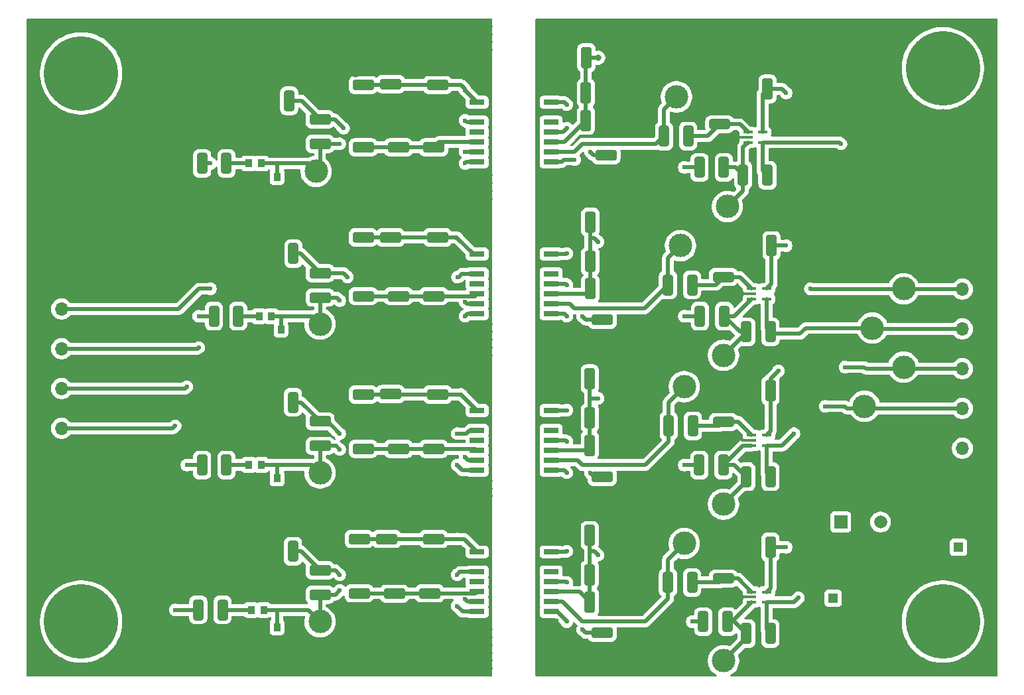
<source format=gbr>
%TF.GenerationSoftware,KiCad,Pcbnew,9.0.0*%
%TF.CreationDate,2025-04-30T17:51:34-07:00*%
%TF.ProjectId,IsolatedVoltageSensor,49736f6c-6174-4656-9456-6f6c74616765,rev?*%
%TF.SameCoordinates,Original*%
%TF.FileFunction,Copper,L1,Top*%
%TF.FilePolarity,Positive*%
%FSLAX46Y46*%
G04 Gerber Fmt 4.6, Leading zero omitted, Abs format (unit mm)*
G04 Created by KiCad (PCBNEW 9.0.0) date 2025-04-30 17:51:34*
%MOMM*%
%LPD*%
G01*
G04 APERTURE LIST*
G04 Aperture macros list*
%AMRoundRect*
0 Rectangle with rounded corners*
0 $1 Rounding radius*
0 $2 $3 $4 $5 $6 $7 $8 $9 X,Y pos of 4 corners*
0 Add a 4 corners polygon primitive as box body*
4,1,4,$2,$3,$4,$5,$6,$7,$8,$9,$2,$3,0*
0 Add four circle primitives for the rounded corners*
1,1,$1+$1,$2,$3*
1,1,$1+$1,$4,$5*
1,1,$1+$1,$6,$7*
1,1,$1+$1,$8,$9*
0 Add four rect primitives between the rounded corners*
20,1,$1+$1,$2,$3,$4,$5,0*
20,1,$1+$1,$4,$5,$6,$7,0*
20,1,$1+$1,$6,$7,$8,$9,0*
20,1,$1+$1,$8,$9,$2,$3,0*%
G04 Aperture macros list end*
%TA.AperFunction,SMDPad,CuDef*%
%ADD10RoundRect,0.250000X-0.400000X-1.075000X0.400000X-1.075000X0.400000X1.075000X-0.400000X1.075000X0*%
%TD*%
%TA.AperFunction,SMDPad,CuDef*%
%ADD11RoundRect,0.250000X1.100000X-0.412500X1.100000X0.412500X-1.100000X0.412500X-1.100000X-0.412500X0*%
%TD*%
%TA.AperFunction,ComponentPad*%
%ADD12R,1.665000X1.665000*%
%TD*%
%TA.AperFunction,ComponentPad*%
%ADD13C,1.665000*%
%TD*%
%TA.AperFunction,SMDPad,CuDef*%
%ADD14RoundRect,0.250000X0.400000X1.075000X-0.400000X1.075000X-0.400000X-1.075000X0.400000X-1.075000X0*%
%TD*%
%TA.AperFunction,SMDPad,CuDef*%
%ADD15R,0.850000X1.050000*%
%TD*%
%TA.AperFunction,SMDPad,CuDef*%
%ADD16RoundRect,0.250000X-0.412500X-1.100000X0.412500X-1.100000X0.412500X1.100000X-0.412500X1.100000X0*%
%TD*%
%TA.AperFunction,SMDPad,CuDef*%
%ADD17R,1.200000X0.400000*%
%TD*%
%TA.AperFunction,ComponentPad*%
%ADD18C,9.500000*%
%TD*%
%TA.AperFunction,SMDPad,CuDef*%
%ADD19RoundRect,0.250000X0.412500X1.100000X-0.412500X1.100000X-0.412500X-1.100000X0.412500X-1.100000X0*%
%TD*%
%TA.AperFunction,SMDPad,CuDef*%
%ADD20R,0.950000X1.000000*%
%TD*%
%TA.AperFunction,ComponentPad*%
%ADD21C,3.000000*%
%TD*%
%TA.AperFunction,SMDPad,CuDef*%
%ADD22RoundRect,0.250000X1.075000X-0.400000X1.075000X0.400000X-1.075000X0.400000X-1.075000X-0.400000X0*%
%TD*%
%TA.AperFunction,SMDPad,CuDef*%
%ADD23RoundRect,0.250000X-1.100000X0.412500X-1.100000X-0.412500X1.100000X-0.412500X1.100000X0.412500X0*%
%TD*%
%TA.AperFunction,ComponentPad*%
%ADD24R,1.200000X1.200000*%
%TD*%
%TA.AperFunction,ComponentPad*%
%ADD25C,1.200000*%
%TD*%
%TA.AperFunction,SMDPad,CuDef*%
%ADD26R,1.950000X0.650000*%
%TD*%
%TA.AperFunction,ComponentPad*%
%ADD27R,1.700000X1.700000*%
%TD*%
%TA.AperFunction,ComponentPad*%
%ADD28O,1.700000X1.700000*%
%TD*%
%TA.AperFunction,ViaPad*%
%ADD29C,1.000000*%
%TD*%
%TA.AperFunction,ViaPad*%
%ADD30C,0.600000*%
%TD*%
%TA.AperFunction,ViaPad*%
%ADD31C,0.800000*%
%TD*%
%TA.AperFunction,Conductor*%
%ADD32C,0.500000*%
%TD*%
%TA.AperFunction,Conductor*%
%ADD33C,0.350000*%
%TD*%
G04 APERTURE END LIST*
D10*
%TO.P,R49,1*%
%TO.N,GNDPWR*%
X119000000Y-88000000D03*
%TO.P,R49,2*%
%TO.N,Net-(AT3-INN)*%
X122100000Y-88000000D03*
%TD*%
D11*
%TO.P,C76,1*%
%TO.N,GNDPWR*%
X140500000Y-69625000D03*
%TO.P,C76,2*%
%TO.N,Net-(AT4-DCDC_OUT)*%
X140500000Y-66500000D03*
%TD*%
D12*
%TO.P,PS1,1,+VIN*%
%TO.N,+5V*%
X191960000Y-122275000D03*
D13*
%TO.P,PS1,2,GND*%
%TO.N,GND*%
X194500000Y-122275000D03*
%TO.P,PS1,3,+VOUT*%
%TO.N,+3.3V*%
X197040000Y-122275000D03*
%TD*%
D14*
%TO.P,R51,1*%
%TO.N,Net-(IC11--IN)*%
X177100000Y-96000000D03*
%TO.P,R51,2*%
%TO.N,Net-(AT3-OUTN)*%
X174000000Y-96000000D03*
%TD*%
D15*
%TO.P,Z2,1,K*%
%TO.N,Net-(AT2-INP)*%
X120000000Y-116700000D03*
%TO.P,Z2,2,A*%
%TO.N,GNDPWR*%
X120000000Y-120300000D03*
%TD*%
D16*
%TO.P,C35,1*%
%TO.N,+3.3V*%
X159937500Y-124000000D03*
%TO.P,C35,2*%
%TO.N,GND*%
X163062500Y-124000000D03*
%TD*%
D17*
%TO.P,IC11,1,+IN*%
%TO.N,Net-(IC11-+IN)*%
X180600000Y-92500000D03*
%TO.P,IC11,2,V-*%
%TO.N,GND*%
X180600000Y-93150000D03*
%TO.P,IC11,3,-IN*%
%TO.N,Net-(IC11--IN)*%
X180600000Y-93800000D03*
%TO.P,IC11,4,OUT*%
%TO.N,PHASE_V_ISOLATED_VSENSE*%
X182500000Y-93800000D03*
%TO.P,IC11,5,V+*%
%TO.N,+5V*%
X182500000Y-92500000D03*
%TD*%
D18*
%TO.P,H4,1,1*%
%TO.N,unconnected-(H4-Pad1)*%
X95000000Y-135000000D03*
%TD*%
D19*
%TO.P,C83,1*%
%TO.N,+5V*%
X182625000Y-67000000D03*
%TO.P,C83,2*%
%TO.N,GND*%
X179500000Y-67000000D03*
%TD*%
D14*
%TO.P,R46,1*%
%TO.N,Net-(IC2-+IN)*%
X173100000Y-110000000D03*
%TO.P,R46,2*%
%TO.N,Net-(AT2-OUTP)*%
X170000000Y-110000000D03*
%TD*%
D15*
%TO.P,Z3,1,K*%
%TO.N,Net-(AT3-INP)*%
X120500000Y-97700000D03*
%TO.P,Z3,2,A*%
%TO.N,GNDPWR*%
X120500000Y-101300000D03*
%TD*%
D20*
%TO.P,FB3,1,1*%
%TO.N,Net-(FB3-Pad1)*%
X117700000Y-96000000D03*
%TO.P,FB3,2,2*%
%TO.N,Net-(AT3-INP)*%
X119300000Y-96000000D03*
%TD*%
D21*
%TO.P,TP18,1,1*%
%TO.N,Net-(AT4-OUTP)*%
X171000000Y-68000000D03*
%TD*%
%TO.P,TP22,1,1*%
%TO.N,GND*%
X155500000Y-103000000D03*
%TD*%
%TO.P,TP11,1,1*%
%TO.N,GNDPWR*%
X145000000Y-103000000D03*
%TD*%
D10*
%TO.P,R38,1*%
%TO.N,GNDPWR*%
X118950000Y-126000000D03*
%TO.P,R38,2*%
%TO.N,Net-(AT1-INN)*%
X122050000Y-126000000D03*
%TD*%
D14*
%TO.P,R58,1*%
%TO.N,Net-(IC12-+IN)*%
X172500000Y-73000000D03*
%TO.P,R58,2*%
%TO.N,Net-(AT4-OUTP)*%
X169400000Y-73000000D03*
%TD*%
D21*
%TO.P,TP10,1,1*%
%TO.N,Net-(IC2--IN)*%
X177000000Y-120000000D03*
%TD*%
%TO.P,TP8,1,1*%
%TO.N,Net-(AT2-OUTP)*%
X172000000Y-105000000D03*
%TD*%
D22*
%TO.P,R47,1*%
%TO.N,Net-(IC2-+IN)*%
X177000000Y-109500000D03*
%TO.P,R47,2*%
%TO.N,GND*%
X177000000Y-106400000D03*
%TD*%
D19*
%TO.P,C80,1*%
%TO.N,GND*%
X162562500Y-71000000D03*
%TO.P,C80,2*%
%TO.N,+3.3V*%
X159437500Y-71000000D03*
%TD*%
D21*
%TO.P,TP5,1,1*%
%TO.N,Net-(IC1--IN)*%
X177000000Y-140000000D03*
%TD*%
D20*
%TO.P,FB1,1,1*%
%TO.N,Net-(FB1-Pad1)*%
X116700000Y-133500000D03*
%TO.P,FB1,2,2*%
%TO.N,Net-(AT1-INP)*%
X118300000Y-133500000D03*
%TD*%
D21*
%TO.P,TP3,1,1*%
%TO.N,Net-(AT1-OUTP)*%
X172000000Y-125000000D03*
%TD*%
%TO.P,TP2,1,1*%
%TO.N,Net-(AT1-INP)*%
X125500000Y-135000000D03*
%TD*%
D10*
%TO.P,R43,1*%
%TO.N,GNDPWR*%
X118950000Y-107000000D03*
%TO.P,R43,2*%
%TO.N,Net-(AT2-INN)*%
X122050000Y-107000000D03*
%TD*%
D23*
%TO.P,C62,1*%
%TO.N,Net-(AT3-HLDO_OUT)*%
X135500000Y-93437500D03*
%TO.P,C62,2*%
%TO.N,GNDPWR*%
X135500000Y-96562500D03*
%TD*%
D14*
%TO.P,R48,1*%
%TO.N,PHASE_U_ISOLATED_VSENSE*%
X183000000Y-116500000D03*
%TO.P,R48,2*%
%TO.N,Net-(IC2--IN)*%
X179900000Y-116500000D03*
%TD*%
D11*
%TO.P,C46,1*%
%TO.N,Net-(AT1-INP)*%
X125500000Y-131562500D03*
%TO.P,C46,2*%
%TO.N,Net-(AT1-INN)*%
X125500000Y-128437500D03*
%TD*%
%TO.P,C42,1*%
%TO.N,GNDPWR*%
X140000000Y-127562500D03*
%TO.P,C42,2*%
%TO.N,Net-(AT1-DCDC_OUT)*%
X140000000Y-124437500D03*
%TD*%
D21*
%TO.P,TP14,1,1*%
%TO.N,PHASE_V_ISOLATED_VSENSE*%
X196000000Y-97500000D03*
%TD*%
D19*
%TO.P,C41,1*%
%TO.N,GND*%
X163062500Y-132500000D03*
%TO.P,C41,2*%
%TO.N,+3.3V*%
X159937500Y-132500000D03*
%TD*%
D23*
%TO.P,C74,1*%
%TO.N,Net-(AT4-HLDO_OUT)*%
X135500000Y-74437500D03*
%TO.P,C74,2*%
%TO.N,GNDPWR*%
X135500000Y-77562500D03*
%TD*%
D24*
%TO.P,C1,1,+*%
%TO.N,+5V*%
X191000000Y-132000000D03*
D25*
%TO.P,C1,2,-*%
%TO.N,GND*%
X196000000Y-132000000D03*
%TD*%
D22*
%TO.P,R59,1*%
%TO.N,Net-(IC12-+IN)*%
X176500000Y-71500000D03*
%TO.P,R59,2*%
%TO.N,GND*%
X176500000Y-68400000D03*
%TD*%
D19*
%TO.P,C47,1*%
%TO.N,+5V*%
X183000000Y-125500000D03*
%TO.P,C47,2*%
%TO.N,GND*%
X179875000Y-125500000D03*
%TD*%
D21*
%TO.P,TP1,1,1*%
%TO.N,GNDPWR*%
X145000000Y-64000000D03*
%TD*%
D23*
%TO.P,C50,1*%
%TO.N,Net-(AT2-HLDO_OUT)*%
X135500000Y-112937500D03*
%TO.P,C50,2*%
%TO.N,GNDPWR*%
X135500000Y-116062500D03*
%TD*%
%TO.P,C66,1*%
%TO.N,Net-(AT3-HLDO_OUT)*%
X131000000Y-93437500D03*
%TO.P,C66,2*%
%TO.N,GNDPWR*%
X131000000Y-96562500D03*
%TD*%
%TO.P,C54,1*%
%TO.N,Net-(AT2-HLDO_OUT)*%
X131000000Y-112937500D03*
%TO.P,C54,2*%
%TO.N,GNDPWR*%
X131000000Y-116062500D03*
%TD*%
D15*
%TO.P,Z4,1,K*%
%TO.N,Net-(AT4-INP)*%
X120000000Y-78200000D03*
%TO.P,Z4,2,A*%
%TO.N,GNDPWR*%
X120000000Y-81800000D03*
%TD*%
D11*
%TO.P,C75,1*%
%TO.N,GNDPWR*%
X131000000Y-69625000D03*
%TO.P,C75,2*%
%TO.N,Net-(AT4-DCDC_OUT)*%
X131000000Y-66500000D03*
%TD*%
D16*
%TO.P,C58,1*%
%TO.N,+3.3V*%
X159937500Y-109000000D03*
%TO.P,C58,2*%
%TO.N,GND*%
X163062500Y-109000000D03*
%TD*%
D23*
%TO.P,C43,1*%
%TO.N,Net-(AT1-HLDO_OUT)*%
X139500000Y-131375000D03*
%TO.P,C43,2*%
%TO.N,GNDPWR*%
X139500000Y-134500000D03*
%TD*%
D21*
%TO.P,TP16,1,1*%
%TO.N,GNDPWR*%
X145000000Y-121000000D03*
%TD*%
%TO.P,TP17,1,1*%
%TO.N,Net-(AT4-INP)*%
X125000000Y-77500000D03*
%TD*%
D23*
%TO.P,C77,1*%
%TO.N,Net-(AT4-DCDC_OUT)*%
X134500000Y-66375000D03*
%TO.P,C77,2*%
%TO.N,GNDPWR*%
X134500000Y-69500000D03*
%TD*%
D16*
%TO.P,C81,1*%
%TO.N,+3.3V*%
X159500000Y-63000000D03*
%TO.P,C81,2*%
%TO.N,GND*%
X162625000Y-63000000D03*
%TD*%
D17*
%TO.P,IC1,1,+IN*%
%TO.N,Net-(IC1-+IN)*%
X180600000Y-131200000D03*
%TO.P,IC1,2,V-*%
%TO.N,GND*%
X180600000Y-131850000D03*
%TO.P,IC1,3,-IN*%
%TO.N,Net-(IC1--IN)*%
X180600000Y-132500000D03*
%TO.P,IC1,4,OUT*%
%TO.N,DC_LINK_BUS_ISOLATED_VSENSE*%
X182500000Y-132500000D03*
%TO.P,IC1,5,V+*%
%TO.N,+5V*%
X182500000Y-131200000D03*
%TD*%
D14*
%TO.P,R37,1*%
%TO.N,Net-(FB1-Pad1)*%
X113050000Y-133500000D03*
%TO.P,R37,2*%
%TO.N,DC_LINK_BUS_VSENSE*%
X109950000Y-133500000D03*
%TD*%
%TO.P,R57,1*%
%TO.N,Net-(IC12--IN)*%
X177050000Y-77000000D03*
%TO.P,R57,2*%
%TO.N,Net-(AT4-OUTN)*%
X173950000Y-77000000D03*
%TD*%
D19*
%TO.P,C56,1*%
%TO.N,GND*%
X163062500Y-112500000D03*
%TO.P,C56,2*%
%TO.N,+3.3V*%
X159937500Y-112500000D03*
%TD*%
D11*
%TO.P,C67,1*%
%TO.N,GND*%
X161500000Y-99562500D03*
%TO.P,C67,2*%
%TO.N,Net-(AT3-DCDC_IN)*%
X161500000Y-96437500D03*
%TD*%
D20*
%TO.P,FB2,1,1*%
%TO.N,Net-(FB2-Pad1)*%
X116400000Y-115000000D03*
%TO.P,FB2,2,2*%
%TO.N,Net-(AT2-INP)*%
X118000000Y-115000000D03*
%TD*%
D14*
%TO.P,R44,1*%
%TO.N,Net-(FB2-Pad1)*%
X113550000Y-115000000D03*
%TO.P,R44,2*%
%TO.N,PHASE_U_VSENSE*%
X110450000Y-115000000D03*
%TD*%
D21*
%TO.P,TP15,1,1*%
%TO.N,Net-(IC11--IN)*%
X177000000Y-101000000D03*
%TD*%
D26*
%TO.P,AT1,1,DCDC_OUT*%
%TO.N,Net-(AT1-DCDC_OUT)*%
X145550000Y-126110000D03*
%TO.P,AT1,2,DCDC_HGND*%
%TO.N,GNDPWR*%
X145550000Y-127380000D03*
%TO.P,AT1,3,HLDO_IN*%
%TO.N,Net-(AT1-DCDC_OUT)*%
X145550000Y-128650000D03*
%TO.P,AT1,4,NC*%
%TO.N,unconnected-(AT1-NC-Pad4)*%
X145550000Y-129920000D03*
%TO.P,AT1,5,HLDO_OUT*%
%TO.N,Net-(AT1-HLDO_OUT)*%
X145550000Y-131190000D03*
%TO.P,AT1,6,INP*%
%TO.N,Net-(AT1-INP)*%
X145550000Y-132460000D03*
%TO.P,AT1,7,INN*%
%TO.N,Net-(AT1-INN)*%
X145550000Y-133730000D03*
%TO.P,AT1,8,HGND*%
%TO.N,GNDPWR*%
X145550000Y-135000000D03*
%TO.P,AT1,9,GND*%
%TO.N,GND*%
X155000000Y-135000000D03*
%TO.P,AT1,10,OUTN*%
%TO.N,Net-(AT1-OUTN)*%
X155000000Y-133730000D03*
%TO.P,AT1,11,OUTP*%
%TO.N,Net-(AT1-OUTP)*%
X155000000Y-132460000D03*
%TO.P,AT1,12,VDD*%
%TO.N,+3.3V*%
X155000000Y-131190000D03*
%TO.P,AT1,13,LDO_OUT*%
%TO.N,Net-(AT1-DCDC_IN)*%
X155000000Y-129920000D03*
%TO.P,AT1,14,DIAG*%
%TO.N,unconnected-(AT1-DIAG-Pad14)*%
X155000000Y-128650000D03*
%TO.P,AT1,15,DCDC_GND*%
%TO.N,GND*%
X155000000Y-127380000D03*
%TO.P,AT1,16,DCDC_IN*%
%TO.N,Net-(AT1-DCDC_IN)*%
X155000000Y-126110000D03*
%TD*%
D14*
%TO.P,R39,1*%
%TO.N,Net-(IC1-+IN)*%
X173000000Y-130000000D03*
%TO.P,R39,2*%
%TO.N,Net-(AT1-OUTP)*%
X169900000Y-130000000D03*
%TD*%
D23*
%TO.P,C53,1*%
%TO.N,Net-(AT2-DCDC_OUT)*%
X134500000Y-105937500D03*
%TO.P,C53,2*%
%TO.N,GNDPWR*%
X134500000Y-109062500D03*
%TD*%
D19*
%TO.P,C68,1*%
%TO.N,GND*%
X163125000Y-92500000D03*
%TO.P,C68,2*%
%TO.N,+3.3V*%
X160000000Y-92500000D03*
%TD*%
D23*
%TO.P,C48,1*%
%TO.N,Net-(AT2-HLDO_OUT)*%
X140000000Y-112937500D03*
%TO.P,C48,2*%
%TO.N,GNDPWR*%
X140000000Y-116062500D03*
%TD*%
D21*
%TO.P,TP6,1,1*%
%TO.N,GNDPWR*%
X145000000Y-83000000D03*
%TD*%
D15*
%TO.P,Z1,1,K*%
%TO.N,Net-(AT1-INP)*%
X120000000Y-135700000D03*
%TO.P,Z1,2,A*%
%TO.N,GNDPWR*%
X120000000Y-139300000D03*
%TD*%
D26*
%TO.P,AT4,1,DCDC_OUT*%
%TO.N,Net-(AT4-DCDC_OUT)*%
X145550000Y-68690000D03*
%TO.P,AT4,2,DCDC_HGND*%
%TO.N,GNDPWR*%
X145550000Y-69960000D03*
%TO.P,AT4,3,HLDO_IN*%
%TO.N,Net-(AT4-DCDC_OUT)*%
X145550000Y-71230000D03*
%TO.P,AT4,4,NC*%
%TO.N,unconnected-(AT4-NC-Pad4)*%
X145550000Y-72500000D03*
%TO.P,AT4,5,HLDO_OUT*%
%TO.N,Net-(AT4-HLDO_OUT)*%
X145550000Y-73770000D03*
%TO.P,AT4,6,INP*%
%TO.N,Net-(AT4-INP)*%
X145550000Y-75040000D03*
%TO.P,AT4,7,INN*%
%TO.N,Net-(AT4-INN)*%
X145550000Y-76310000D03*
%TO.P,AT4,8,HGND*%
%TO.N,GNDPWR*%
X145550000Y-77580000D03*
%TO.P,AT4,9,GND*%
%TO.N,GND*%
X155000000Y-77580000D03*
%TO.P,AT4,10,OUTN*%
%TO.N,Net-(AT4-OUTN)*%
X155000000Y-76310000D03*
%TO.P,AT4,11,OUTP*%
%TO.N,Net-(AT4-OUTP)*%
X155000000Y-75040000D03*
%TO.P,AT4,12,VDD*%
%TO.N,+3.3V*%
X155000000Y-73770000D03*
%TO.P,AT4,13,LDO_OUT*%
%TO.N,Net-(AT4-DCDC_IN)*%
X155000000Y-72500000D03*
%TO.P,AT4,14,DIAG*%
%TO.N,unconnected-(AT4-DIAG-Pad14)*%
X155000000Y-71230000D03*
%TO.P,AT4,15,DCDC_GND*%
%TO.N,GND*%
X155000000Y-69960000D03*
%TO.P,AT4,16,DCDC_IN*%
%TO.N,Net-(AT4-DCDC_IN)*%
X155000000Y-68690000D03*
%TD*%
D21*
%TO.P,TP23,1,1*%
%TO.N,GND*%
X155500000Y-83000000D03*
%TD*%
D19*
%TO.P,C59,1*%
%TO.N,+5V*%
X183000000Y-105500000D03*
%TO.P,C59,2*%
%TO.N,GND*%
X179875000Y-105500000D03*
%TD*%
D22*
%TO.P,R53,1*%
%TO.N,Net-(IC11-+IN)*%
X177000000Y-91000000D03*
%TO.P,R53,2*%
%TO.N,GND*%
X177000000Y-87900000D03*
%TD*%
D18*
%TO.P,H2,1,1*%
%TO.N,unconnected-(H2-Pad1)*%
X205000000Y-135000000D03*
%TD*%
D11*
%TO.P,C40,1*%
%TO.N,GNDPWR*%
X130500000Y-127562500D03*
%TO.P,C40,2*%
%TO.N,Net-(AT1-DCDC_OUT)*%
X130500000Y-124437500D03*
%TD*%
D21*
%TO.P,TP24,1,1*%
%TO.N,GND*%
X155500000Y-64000000D03*
%TD*%
D14*
%TO.P,R40,1*%
%TO.N,Net-(IC1--IN)*%
X177500000Y-135000000D03*
%TO.P,R40,2*%
%TO.N,Net-(AT1-OUTN)*%
X174400000Y-135000000D03*
%TD*%
D11*
%TO.P,C79,1*%
%TO.N,GND*%
X162000000Y-78562500D03*
%TO.P,C79,2*%
%TO.N,Net-(AT4-DCDC_IN)*%
X162000000Y-75437500D03*
%TD*%
D21*
%TO.P,TP20,1,1*%
%TO.N,Net-(IC12--IN)*%
X177500000Y-82000000D03*
%TD*%
D23*
%TO.P,C60,1*%
%TO.N,Net-(AT3-HLDO_OUT)*%
X140000000Y-93437500D03*
%TO.P,C60,2*%
%TO.N,GNDPWR*%
X140000000Y-96562500D03*
%TD*%
D22*
%TO.P,R41,1*%
%TO.N,Net-(IC1-+IN)*%
X177000000Y-129500000D03*
%TO.P,R41,2*%
%TO.N,GND*%
X177000000Y-126400000D03*
%TD*%
D18*
%TO.P,H3,1,1*%
%TO.N,unconnected-(H3-Pad1)*%
X95000000Y-65000000D03*
%TD*%
D11*
%TO.P,C52,1*%
%TO.N,GNDPWR*%
X140500000Y-109125000D03*
%TO.P,C52,2*%
%TO.N,Net-(AT2-DCDC_OUT)*%
X140500000Y-106000000D03*
%TD*%
D16*
%TO.P,C57,1*%
%TO.N,+3.3V*%
X159937500Y-104000000D03*
%TO.P,C57,2*%
%TO.N,GND*%
X163062500Y-104000000D03*
%TD*%
D23*
%TO.P,C39,1*%
%TO.N,Net-(AT1-DCDC_OUT)*%
X134000000Y-124437500D03*
%TO.P,C39,2*%
%TO.N,GNDPWR*%
X134000000Y-127562500D03*
%TD*%
D14*
%TO.P,R42,1*%
%TO.N,DC_LINK_BUS_ISOLATED_VSENSE*%
X183000000Y-136500000D03*
%TO.P,R42,2*%
%TO.N,Net-(IC1--IN)*%
X179900000Y-136500000D03*
%TD*%
D16*
%TO.P,C70,1*%
%TO.N,+3.3V*%
X160000000Y-89000000D03*
%TO.P,C70,2*%
%TO.N,GND*%
X163125000Y-89000000D03*
%TD*%
D23*
%TO.P,C78,1*%
%TO.N,Net-(AT4-HLDO_OUT)*%
X131000000Y-74437500D03*
%TO.P,C78,2*%
%TO.N,GNDPWR*%
X131000000Y-77562500D03*
%TD*%
D21*
%TO.P,TP21,1,1*%
%TO.N,GND*%
X155500000Y-121500000D03*
%TD*%
%TO.P,TP4,1,1*%
%TO.N,DC_LINK_BUS_ISOLATED_VSENSE*%
X195000000Y-107500000D03*
%TD*%
D19*
%TO.P,C71,1*%
%TO.N,+5V*%
X183125000Y-87000000D03*
%TO.P,C71,2*%
%TO.N,GND*%
X180000000Y-87000000D03*
%TD*%
D14*
%TO.P,R54,1*%
%TO.N,PHASE_V_ISOLATED_VSENSE*%
X183000000Y-98000000D03*
%TO.P,R54,2*%
%TO.N,Net-(IC11--IN)*%
X179900000Y-98000000D03*
%TD*%
D16*
%TO.P,C36,1*%
%TO.N,+3.3V*%
X159937500Y-129000000D03*
%TO.P,C36,2*%
%TO.N,GND*%
X163062500Y-129000000D03*
%TD*%
D10*
%TO.P,R55,1*%
%TO.N,GNDPWR*%
X118450000Y-68500000D03*
%TO.P,R55,2*%
%TO.N,Net-(AT4-INN)*%
X121550000Y-68500000D03*
%TD*%
D14*
%TO.P,R50,1*%
%TO.N,Net-(FB3-Pad1)*%
X115050000Y-96000000D03*
%TO.P,R50,2*%
%TO.N,PHASE_V_VSENSE*%
X111950000Y-96000000D03*
%TD*%
D16*
%TO.P,C82,1*%
%TO.N,+3.3V*%
X159437500Y-67500000D03*
%TO.P,C82,2*%
%TO.N,GND*%
X162562500Y-67500000D03*
%TD*%
D11*
%TO.P,C38,1*%
%TO.N,GND*%
X161500000Y-139562500D03*
%TO.P,C38,2*%
%TO.N,Net-(AT1-DCDC_IN)*%
X161500000Y-136437500D03*
%TD*%
D17*
%TO.P,IC2,1,+IN*%
%TO.N,Net-(IC2-+IN)*%
X180600000Y-111200000D03*
%TO.P,IC2,2,V-*%
%TO.N,GND*%
X180600000Y-111850000D03*
%TO.P,IC2,3,-IN*%
%TO.N,Net-(IC2--IN)*%
X180600000Y-112500000D03*
%TO.P,IC2,4,OUT*%
%TO.N,PHASE_U_ISOLATED_VSENSE*%
X182500000Y-112500000D03*
%TO.P,IC2,5,V+*%
%TO.N,+5V*%
X182500000Y-111200000D03*
%TD*%
D11*
%TO.P,C51,1*%
%TO.N,GNDPWR*%
X131000000Y-109125000D03*
%TO.P,C51,2*%
%TO.N,Net-(AT2-DCDC_OUT)*%
X131000000Y-106000000D03*
%TD*%
D21*
%TO.P,TP7,1,1*%
%TO.N,Net-(AT2-INP)*%
X125500000Y-116000000D03*
%TD*%
D17*
%TO.P,IC12,1,+IN*%
%TO.N,Net-(IC12-+IN)*%
X180100000Y-72500000D03*
%TO.P,IC12,2,V-*%
%TO.N,GND*%
X180100000Y-73150000D03*
%TO.P,IC12,3,-IN*%
%TO.N,Net-(IC12--IN)*%
X180100000Y-73800000D03*
%TO.P,IC12,4,OUT*%
%TO.N,PHASE_W_ISOLATED_VSENSE*%
X182000000Y-73800000D03*
%TO.P,IC12,5,V+*%
%TO.N,+5V*%
X182000000Y-72500000D03*
%TD*%
D26*
%TO.P,AT2,1,DCDC_OUT*%
%TO.N,Net-(AT2-DCDC_OUT)*%
X145550000Y-108055000D03*
%TO.P,AT2,2,DCDC_HGND*%
%TO.N,GNDPWR*%
X145550000Y-109325000D03*
%TO.P,AT2,3,HLDO_IN*%
%TO.N,Net-(AT2-DCDC_OUT)*%
X145550000Y-110595000D03*
%TO.P,AT2,4,NC*%
%TO.N,unconnected-(AT2-NC-Pad4)*%
X145550000Y-111865000D03*
%TO.P,AT2,5,HLDO_OUT*%
%TO.N,Net-(AT2-HLDO_OUT)*%
X145550000Y-113135000D03*
%TO.P,AT2,6,INP*%
%TO.N,Net-(AT2-INP)*%
X145550000Y-114405000D03*
%TO.P,AT2,7,INN*%
%TO.N,Net-(AT2-INN)*%
X145550000Y-115675000D03*
%TO.P,AT2,8,HGND*%
%TO.N,GNDPWR*%
X145550000Y-116945000D03*
%TO.P,AT2,9,GND*%
%TO.N,GND*%
X155000000Y-116945000D03*
%TO.P,AT2,10,OUTN*%
%TO.N,Net-(AT2-OUTN)*%
X155000000Y-115675000D03*
%TO.P,AT2,11,OUTP*%
%TO.N,Net-(AT2-OUTP)*%
X155000000Y-114405000D03*
%TO.P,AT2,12,VDD*%
%TO.N,+3.3V*%
X155000000Y-113135000D03*
%TO.P,AT2,13,LDO_OUT*%
%TO.N,Net-(AT2-DCDC_IN)*%
X155000000Y-111865000D03*
%TO.P,AT2,14,DIAG*%
%TO.N,unconnected-(AT2-DIAG-Pad14)*%
X155000000Y-110595000D03*
%TO.P,AT2,15,DCDC_GND*%
%TO.N,GND*%
X155000000Y-109325000D03*
%TO.P,AT2,16,DCDC_IN*%
%TO.N,Net-(AT2-DCDC_IN)*%
X155000000Y-108055000D03*
%TD*%
D11*
%TO.P,C63,1*%
%TO.N,GNDPWR*%
X131000000Y-89062500D03*
%TO.P,C63,2*%
%TO.N,Net-(AT3-DCDC_OUT)*%
X131000000Y-85937500D03*
%TD*%
%TO.P,C64,1*%
%TO.N,GNDPWR*%
X140500000Y-89062500D03*
%TO.P,C64,2*%
%TO.N,Net-(AT3-DCDC_OUT)*%
X140500000Y-85937500D03*
%TD*%
D23*
%TO.P,C45,1*%
%TO.N,Net-(AT1-HLDO_OUT)*%
X130500000Y-131375000D03*
%TO.P,C45,2*%
%TO.N,GNDPWR*%
X130500000Y-134500000D03*
%TD*%
D18*
%TO.P,H1,1,1*%
%TO.N,unconnected-(H1-Pad1)*%
X205000000Y-64350000D03*
%TD*%
D14*
%TO.P,R52,1*%
%TO.N,Net-(IC11-+IN)*%
X173000000Y-92000000D03*
%TO.P,R52,2*%
%TO.N,Net-(AT3-OUTP)*%
X169900000Y-92000000D03*
%TD*%
D11*
%TO.P,C49,1*%
%TO.N,Net-(AT2-INP)*%
X125500000Y-112562500D03*
%TO.P,C49,2*%
%TO.N,Net-(AT2-INN)*%
X125500000Y-109437500D03*
%TD*%
D14*
%TO.P,R60,1*%
%TO.N,PHASE_W_ISOLATED_VSENSE*%
X182600000Y-78000000D03*
%TO.P,R60,2*%
%TO.N,Net-(IC12--IN)*%
X179500000Y-78000000D03*
%TD*%
D21*
%TO.P,TP12,1,1*%
%TO.N,Net-(AT3-INP)*%
X125500000Y-97000000D03*
%TD*%
D11*
%TO.P,C61,1*%
%TO.N,Net-(AT3-INP)*%
X125500000Y-93625000D03*
%TO.P,C61,2*%
%TO.N,Net-(AT3-INN)*%
X125500000Y-90500000D03*
%TD*%
D21*
%TO.P,TP13,1,1*%
%TO.N,Net-(AT3-OUTP)*%
X171500000Y-87000000D03*
%TD*%
D24*
%TO.P,C4,1,+*%
%TO.N,+3.3V*%
X207000000Y-125500000D03*
D25*
%TO.P,C4,2,-*%
%TO.N,GND*%
X207000000Y-120500000D03*
%TD*%
D20*
%TO.P,FB4,1,1*%
%TO.N,Net-(FB4-Pad1)*%
X116400000Y-76500000D03*
%TO.P,FB4,2,2*%
%TO.N,Net-(AT4-INP)*%
X118000000Y-76500000D03*
%TD*%
D14*
%TO.P,R56,1*%
%TO.N,Net-(FB4-Pad1)*%
X113550000Y-76500000D03*
%TO.P,R56,2*%
%TO.N,PHASE_W_VSENSE*%
X110450000Y-76500000D03*
%TD*%
D23*
%TO.P,C72,1*%
%TO.N,Net-(AT4-HLDO_OUT)*%
X140000000Y-74437500D03*
%TO.P,C72,2*%
%TO.N,GNDPWR*%
X140000000Y-77562500D03*
%TD*%
%TO.P,C44,1*%
%TO.N,Net-(AT1-HLDO_OUT)*%
X135000000Y-131437500D03*
%TO.P,C44,2*%
%TO.N,GNDPWR*%
X135000000Y-134562500D03*
%TD*%
D14*
%TO.P,R45,1*%
%TO.N,Net-(IC2--IN)*%
X177000000Y-115000000D03*
%TO.P,R45,2*%
%TO.N,Net-(AT2-OUTN)*%
X173900000Y-115000000D03*
%TD*%
D21*
%TO.P,TP9,1,1*%
%TO.N,PHASE_U_ISOLATED_VSENSE*%
X200000000Y-92500000D03*
%TD*%
D23*
%TO.P,C65,1*%
%TO.N,Net-(AT3-DCDC_OUT)*%
X134500000Y-85937500D03*
%TO.P,C65,2*%
%TO.N,GNDPWR*%
X134500000Y-89062500D03*
%TD*%
D11*
%TO.P,C73,1*%
%TO.N,Net-(AT4-INP)*%
X125500000Y-74000000D03*
%TO.P,C73,2*%
%TO.N,Net-(AT4-INN)*%
X125500000Y-70875000D03*
%TD*%
D16*
%TO.P,C69,1*%
%TO.N,+3.3V*%
X160000000Y-84000000D03*
%TO.P,C69,2*%
%TO.N,GND*%
X163125000Y-84000000D03*
%TD*%
D26*
%TO.P,AT3,1,DCDC_OUT*%
%TO.N,Net-(AT3-DCDC_OUT)*%
X145550000Y-88055000D03*
%TO.P,AT3,2,DCDC_HGND*%
%TO.N,GNDPWR*%
X145550000Y-89325000D03*
%TO.P,AT3,3,HLDO_IN*%
%TO.N,Net-(AT3-DCDC_OUT)*%
X145550000Y-90595000D03*
%TO.P,AT3,4,NC*%
%TO.N,unconnected-(AT3-NC-Pad4)*%
X145550000Y-91865000D03*
%TO.P,AT3,5,HLDO_OUT*%
%TO.N,Net-(AT3-HLDO_OUT)*%
X145550000Y-93135000D03*
%TO.P,AT3,6,INP*%
%TO.N,Net-(AT3-INP)*%
X145550000Y-94405000D03*
%TO.P,AT3,7,INN*%
%TO.N,Net-(AT3-INN)*%
X145550000Y-95675000D03*
%TO.P,AT3,8,HGND*%
%TO.N,GNDPWR*%
X145550000Y-96945000D03*
%TO.P,AT3,9,GND*%
%TO.N,GND*%
X155000000Y-96945000D03*
%TO.P,AT3,10,OUTN*%
%TO.N,Net-(AT3-OUTN)*%
X155000000Y-95675000D03*
%TO.P,AT3,11,OUTP*%
%TO.N,Net-(AT3-OUTP)*%
X155000000Y-94405000D03*
%TO.P,AT3,12,VDD*%
%TO.N,+3.3V*%
X155000000Y-93135000D03*
%TO.P,AT3,13,LDO_OUT*%
%TO.N,Net-(AT3-DCDC_IN)*%
X155000000Y-91865000D03*
%TO.P,AT3,14,DIAG*%
%TO.N,unconnected-(AT3-DIAG-Pad14)*%
X155000000Y-90595000D03*
%TO.P,AT3,15,DCDC_GND*%
%TO.N,GND*%
X155000000Y-89325000D03*
%TO.P,AT3,16,DCDC_IN*%
%TO.N,Net-(AT3-DCDC_IN)*%
X155000000Y-88055000D03*
%TD*%
D11*
%TO.P,C55,1*%
%TO.N,GND*%
X161500000Y-119625000D03*
%TO.P,C55,2*%
%TO.N,Net-(AT2-DCDC_IN)*%
X161500000Y-116500000D03*
%TD*%
D21*
%TO.P,TP19,1,1*%
%TO.N,PHASE_W_ISOLATED_VSENSE*%
X200000000Y-102500000D03*
%TD*%
D27*
%TO.P,J1,1,Pin_1*%
%TO.N,GNDPWR*%
X92500000Y-90000000D03*
D28*
%TO.P,J1,2,Pin_2*%
X92500000Y-92540000D03*
%TO.P,J1,3,Pin_3*%
%TO.N,PHASE_W_VSENSE*%
X92500000Y-95080000D03*
%TO.P,J1,4,Pin_4*%
%TO.N,GNDPWR*%
X92500000Y-97620000D03*
%TO.P,J1,5,Pin_5*%
%TO.N,PHASE_V_VSENSE*%
X92500000Y-100160000D03*
%TO.P,J1,6,Pin_6*%
%TO.N,GNDPWR*%
X92500000Y-102700000D03*
%TO.P,J1,7,Pin_7*%
%TO.N,PHASE_U_VSENSE*%
X92500000Y-105240000D03*
%TO.P,J1,8,Pin_8*%
%TO.N,GNDPWR*%
X92500000Y-107780000D03*
%TO.P,J1,9,Pin_9*%
%TO.N,DC_LINK_BUS_VSENSE*%
X92500000Y-110320000D03*
%TO.P,J1,10,Pin_10*%
%TO.N,GNDPWR*%
X92500000Y-112860000D03*
%TD*%
D27*
%TO.P,J2,1,Pin_1*%
%TO.N,GND*%
X207500000Y-90000000D03*
D28*
%TO.P,J2,2,Pin_2*%
%TO.N,PHASE_U_ISOLATED_VSENSE*%
X207500000Y-92540000D03*
%TO.P,J2,3,Pin_3*%
%TO.N,GND*%
X207500000Y-95080000D03*
%TO.P,J2,4,Pin_4*%
%TO.N,PHASE_V_ISOLATED_VSENSE*%
X207500000Y-97620000D03*
%TO.P,J2,5,Pin_5*%
%TO.N,GND*%
X207500000Y-100160000D03*
%TO.P,J2,6,Pin_6*%
%TO.N,PHASE_W_ISOLATED_VSENSE*%
X207500000Y-102700000D03*
%TO.P,J2,7,Pin_7*%
%TO.N,GND*%
X207500000Y-105240000D03*
%TO.P,J2,8,Pin_8*%
%TO.N,DC_LINK_BUS_ISOLATED_VSENSE*%
X207500000Y-107780000D03*
%TO.P,J2,9,Pin_9*%
%TO.N,GND*%
X207500000Y-110320000D03*
%TO.P,J2,10,Pin_10*%
%TO.N,+5V*%
X207500000Y-112860000D03*
%TD*%
D29*
%TO.N,GNDPWR*%
X105000000Y-92500000D03*
X105000000Y-90000000D03*
X95000000Y-90000000D03*
X95000000Y-92500000D03*
X105000000Y-97500000D03*
X95000000Y-97500000D03*
X105000000Y-102500000D03*
X95000000Y-102500000D03*
X105000000Y-107023096D03*
X95000000Y-107500000D03*
D30*
%TO.N,+5V*%
X185000000Y-67500000D03*
X185000000Y-87000000D03*
X185000000Y-125500000D03*
X184000000Y-103000000D03*
%TO.N,Net-(AT1-DCDC_IN)*%
X157000000Y-130000000D03*
X159000000Y-136000000D03*
X157000000Y-126000000D03*
D29*
%TO.N,GNDPWR*%
X93000000Y-59000000D03*
X90000000Y-141000000D03*
X89000000Y-136000000D03*
X125000000Y-125000000D03*
X132000000Y-59000000D03*
X118000000Y-59000000D03*
X97000000Y-59000000D03*
X110000000Y-125000000D03*
X89000000Y-111000000D03*
X89000000Y-120000000D03*
X134000000Y-141000000D03*
X120000000Y-141000000D03*
X89000000Y-63000000D03*
X109000000Y-141000000D03*
X89000000Y-82000000D03*
X147000000Y-100000000D03*
X89000000Y-98000000D03*
X89000000Y-85000000D03*
X89000000Y-81000000D03*
X117000000Y-141000000D03*
X89000000Y-121000000D03*
X89000000Y-126000000D03*
X95000000Y-120000000D03*
X89000000Y-115000000D03*
X135000000Y-100000000D03*
X101000000Y-141000000D03*
X146000000Y-59000000D03*
X125000000Y-105000000D03*
X95000000Y-141000000D03*
X89000000Y-140000000D03*
X121000000Y-141000000D03*
X95000000Y-115000000D03*
X89000000Y-124000000D03*
X120000000Y-130000000D03*
X110000000Y-59000000D03*
X147000000Y-99000000D03*
X143000000Y-59000000D03*
X128000000Y-59000000D03*
X145000000Y-80000000D03*
X110000000Y-80000000D03*
X115000000Y-59000000D03*
X89000000Y-125000000D03*
X105000000Y-85000000D03*
X147000000Y-101000000D03*
X115000000Y-125000000D03*
X100000000Y-85000000D03*
X89000000Y-117000000D03*
X147000000Y-62000000D03*
X89000000Y-118000000D03*
X89000000Y-130000000D03*
X132000000Y-141000000D03*
X140000000Y-59000000D03*
X147000000Y-117000000D03*
X110000000Y-120000000D03*
X89000000Y-138000000D03*
X107000000Y-141000000D03*
X147000000Y-98000000D03*
X127000000Y-59000000D03*
X89000000Y-92000000D03*
X115000000Y-85000000D03*
X103000000Y-141000000D03*
X104000000Y-59000000D03*
X108000000Y-141000000D03*
X125000000Y-120000000D03*
X120000000Y-85000000D03*
X105000000Y-70000000D03*
X115000000Y-105000000D03*
X96000000Y-141000000D03*
X147000000Y-59000000D03*
X89000000Y-89000000D03*
X89000000Y-62000000D03*
X95000000Y-85000000D03*
X94000000Y-59000000D03*
X113000000Y-141000000D03*
X105000000Y-65000000D03*
X89000000Y-107000000D03*
X125000000Y-100000000D03*
X110000000Y-130000000D03*
X142000000Y-141000000D03*
X89000000Y-103000000D03*
X94000000Y-141000000D03*
X111000000Y-141000000D03*
X89000000Y-78000000D03*
X124000000Y-59000000D03*
X122000000Y-141000000D03*
X89000000Y-106000000D03*
X89000000Y-116000000D03*
X89000000Y-87000000D03*
X95000000Y-125000000D03*
X109000000Y-59000000D03*
X121000000Y-59000000D03*
X100000000Y-115000000D03*
X135000000Y-59000000D03*
X89000000Y-69000000D03*
X105000000Y-59000000D03*
X106000000Y-141000000D03*
X147000000Y-119000000D03*
X141000000Y-141000000D03*
X93000000Y-141000000D03*
X129000000Y-141000000D03*
X115000000Y-80000000D03*
X100000000Y-59000000D03*
X120000000Y-65000000D03*
X89000000Y-73000000D03*
X111000000Y-59000000D03*
X115000000Y-141000000D03*
X147000000Y-137000000D03*
X108000000Y-59000000D03*
X147000000Y-80000000D03*
X89000000Y-105000000D03*
X91000000Y-141000000D03*
X128000000Y-141000000D03*
X101000000Y-59000000D03*
X147000000Y-118000000D03*
X89000000Y-100000000D03*
X92000000Y-59000000D03*
X123000000Y-141000000D03*
X89000000Y-59000000D03*
X118000000Y-141000000D03*
X120000000Y-59000000D03*
X89000000Y-64000000D03*
X137000000Y-59000000D03*
X89000000Y-97000000D03*
X122000000Y-59000000D03*
X126000000Y-59000000D03*
X89000000Y-132000000D03*
X89000000Y-108000000D03*
X89000000Y-75000000D03*
X102000000Y-59000000D03*
X125000000Y-141000000D03*
X104000000Y-141000000D03*
X147000000Y-78000000D03*
X146000000Y-141000000D03*
X89000000Y-102000000D03*
X142000000Y-59000000D03*
X89000000Y-86000000D03*
X89000000Y-65000000D03*
X133000000Y-59000000D03*
X145000000Y-100000000D03*
X89000000Y-61000000D03*
X115000000Y-120000000D03*
X147000000Y-81000000D03*
X89000000Y-137000000D03*
X130000000Y-120000000D03*
X113000000Y-59000000D03*
X129000000Y-59000000D03*
X110000000Y-65000000D03*
X89000000Y-84000000D03*
X115000000Y-110000000D03*
X147000000Y-97000000D03*
X136000000Y-141000000D03*
X89000000Y-95000000D03*
X89000000Y-93000000D03*
X145000000Y-59000000D03*
X89000000Y-94000000D03*
X95000000Y-80000000D03*
X130000000Y-141000000D03*
X89000000Y-80000000D03*
X89000000Y-88000000D03*
X115000000Y-65000000D03*
X89000000Y-134000000D03*
X103000000Y-59000000D03*
X100000000Y-120000000D03*
X125000000Y-65000000D03*
X105000000Y-130000000D03*
X115000000Y-130000000D03*
X89000000Y-128000000D03*
X130000000Y-80000000D03*
X125000000Y-59000000D03*
X115000000Y-135000000D03*
X110000000Y-70000000D03*
X105000000Y-135000000D03*
X89000000Y-133000000D03*
X147000000Y-138000000D03*
X136000000Y-59000000D03*
X89000000Y-60000000D03*
X115000000Y-100000000D03*
X102000000Y-141000000D03*
X112000000Y-141000000D03*
X110000000Y-141000000D03*
X135000000Y-141000000D03*
X124000000Y-141000000D03*
X115000000Y-70000000D03*
X140000000Y-100000000D03*
X89000000Y-91000000D03*
X89000000Y-68000000D03*
X119000000Y-59000000D03*
X144000000Y-59000000D03*
X90000000Y-59000000D03*
X89000000Y-101000000D03*
X130000000Y-59000000D03*
X133000000Y-141000000D03*
X100000000Y-141000000D03*
X145000000Y-141000000D03*
X89000000Y-74000000D03*
X105000000Y-125000000D03*
X140000000Y-141000000D03*
X100000000Y-130000000D03*
X126000000Y-141000000D03*
X147000000Y-60000000D03*
X89000000Y-127000000D03*
X89000000Y-71000000D03*
X89000000Y-123000000D03*
X99000000Y-141000000D03*
X89000000Y-135000000D03*
X91000000Y-59000000D03*
X140000000Y-80000000D03*
X147000000Y-136000000D03*
X89000000Y-90000000D03*
X130000000Y-65000000D03*
X100000000Y-70000000D03*
X114000000Y-59000000D03*
X89000000Y-96000000D03*
X131000000Y-141000000D03*
X89000000Y-139000000D03*
X89000000Y-114000000D03*
X96000000Y-59000000D03*
X139000000Y-59000000D03*
X105000000Y-120000000D03*
X89000000Y-119000000D03*
X147000000Y-139000000D03*
X89000000Y-129000000D03*
X116000000Y-59000000D03*
X120000000Y-75000000D03*
X99000000Y-59000000D03*
X147000000Y-61000000D03*
X141000000Y-59000000D03*
X110000000Y-85000000D03*
X139000000Y-141000000D03*
X95000000Y-75000000D03*
X89000000Y-76000000D03*
X98000000Y-141000000D03*
X97000000Y-141000000D03*
X106000000Y-59000000D03*
X105000000Y-115000000D03*
X125000000Y-85000000D03*
X100000000Y-80000000D03*
X89000000Y-131000000D03*
X147000000Y-141000000D03*
X89000000Y-122000000D03*
X135000000Y-120000000D03*
X143000000Y-141000000D03*
X89000000Y-77000000D03*
X119000000Y-141000000D03*
X137000000Y-141000000D03*
X89000000Y-113000000D03*
X89000000Y-104000000D03*
X98000000Y-59000000D03*
X135000000Y-80000000D03*
X130000000Y-100000000D03*
X89000000Y-112000000D03*
X120000000Y-90000000D03*
X89000000Y-79000000D03*
X147000000Y-79000000D03*
X134000000Y-59000000D03*
X120000000Y-80000000D03*
X105000000Y-80000000D03*
X144000000Y-141000000D03*
X89000000Y-110000000D03*
X100000000Y-125000000D03*
X123000000Y-59000000D03*
X131000000Y-59000000D03*
X89000000Y-70000000D03*
X89000000Y-66000000D03*
X95000000Y-59000000D03*
X105000000Y-141000000D03*
X89000000Y-67000000D03*
X112000000Y-59000000D03*
X89000000Y-109000000D03*
X147000000Y-140000000D03*
X115000000Y-90000000D03*
X92000000Y-141000000D03*
X138000000Y-141000000D03*
X89000000Y-83000000D03*
X140000000Y-120000000D03*
X117000000Y-59000000D03*
X89000000Y-72000000D03*
X138000000Y-59000000D03*
X107000000Y-59000000D03*
X116000000Y-141000000D03*
X89000000Y-141000000D03*
X89000000Y-99000000D03*
X127000000Y-141000000D03*
X105000000Y-75000000D03*
X100000000Y-75000000D03*
X114000000Y-141000000D03*
D30*
%TO.N,Net-(AT1-INN)*%
X143000000Y-133000000D03*
X128000000Y-129000000D03*
%TO.N,Net-(AT1-OUTN)*%
X173000000Y-135000000D03*
X157000000Y-135000000D03*
D29*
%TO.N,GND*%
X195000000Y-59000000D03*
X179000000Y-59000000D03*
X211000000Y-121000000D03*
X211000000Y-76000000D03*
X185000000Y-80000000D03*
X190000000Y-85000000D03*
X191000000Y-141000000D03*
X190000000Y-120000000D03*
X175000000Y-59000000D03*
X165000000Y-105000000D03*
X200000000Y-120000000D03*
X190000000Y-75000000D03*
X175000000Y-80000000D03*
X185000000Y-95000000D03*
X211000000Y-72000000D03*
X155000000Y-141000000D03*
X167000000Y-141000000D03*
X165000000Y-100000000D03*
X171000000Y-141000000D03*
X154000000Y-141000000D03*
X154000000Y-98000000D03*
X154000000Y-119000000D03*
X202000000Y-59000000D03*
X211000000Y-109000000D03*
X211000000Y-64000000D03*
X184901431Y-89995688D03*
X173000000Y-59000000D03*
X170000000Y-65000000D03*
X207000000Y-59000000D03*
X211000000Y-99000000D03*
X195000000Y-90000000D03*
X211000000Y-132000000D03*
X211000000Y-68000000D03*
X166000000Y-59000000D03*
X170000000Y-135000000D03*
X175000000Y-85000000D03*
X205000000Y-90000000D03*
X208000000Y-141000000D03*
X184000000Y-59000000D03*
X170000000Y-141000000D03*
X211000000Y-85000000D03*
X154000000Y-140000000D03*
X165000000Y-70000000D03*
X195000000Y-65000000D03*
X211000000Y-117000000D03*
X154000000Y-80000000D03*
X211000000Y-123000000D03*
X211000000Y-124000000D03*
X211000000Y-138000000D03*
X205000000Y-120000000D03*
X165000000Y-110000000D03*
X174000000Y-59000000D03*
X195000000Y-85000000D03*
X208000000Y-59000000D03*
X190000000Y-135000000D03*
X211000000Y-128000000D03*
X211000000Y-94000000D03*
X182000000Y-59000000D03*
X187000000Y-59000000D03*
X185000000Y-59000000D03*
X207000000Y-141000000D03*
X185000000Y-100000000D03*
X185000000Y-141000000D03*
X165000000Y-59000000D03*
X201000000Y-59000000D03*
X211000000Y-136000000D03*
X154000000Y-62000000D03*
X168000000Y-141000000D03*
X211000000Y-111000000D03*
X211000000Y-114000000D03*
X160000000Y-141000000D03*
X194000000Y-59000000D03*
X165000000Y-120000000D03*
X203000000Y-59000000D03*
X211000000Y-82000000D03*
X162000000Y-59000000D03*
X211000000Y-96000000D03*
X197000000Y-141000000D03*
X199988756Y-89968890D03*
X198000000Y-141000000D03*
X154000000Y-61000000D03*
X211000000Y-86000000D03*
X211000000Y-118000000D03*
X154000000Y-100000000D03*
X175000000Y-65000000D03*
X210000000Y-141000000D03*
X185000000Y-110000000D03*
X190000000Y-70000000D03*
X154000000Y-60000000D03*
X195000000Y-70000000D03*
X211000000Y-60000000D03*
X211000000Y-90000000D03*
X170000000Y-100000000D03*
X157000000Y-141000000D03*
X204000000Y-141000000D03*
X200000000Y-141000000D03*
X211000000Y-125000000D03*
X169000000Y-141000000D03*
X165000000Y-90000000D03*
X200000000Y-115000000D03*
X154000000Y-138000000D03*
X165000000Y-80000000D03*
X189000000Y-141000000D03*
X158000000Y-141000000D03*
X176000000Y-59000000D03*
X154000000Y-139000000D03*
X185000000Y-115000000D03*
X200000000Y-59000000D03*
X211000000Y-61000000D03*
X185000000Y-75000000D03*
X202000000Y-141000000D03*
X185000000Y-120000000D03*
X192000000Y-141000000D03*
X154000000Y-59000000D03*
X180000000Y-141000000D03*
X173000000Y-141000000D03*
X200000000Y-125000000D03*
X211000000Y-103000000D03*
X186000000Y-141000000D03*
X211000000Y-78000000D03*
X211000000Y-135000000D03*
X205000000Y-115000000D03*
X154000000Y-120000000D03*
X211000000Y-77000000D03*
X163000000Y-141000000D03*
X211000000Y-84000000D03*
X211000000Y-75000000D03*
X188000000Y-141000000D03*
X211000000Y-95000000D03*
X183000000Y-141000000D03*
X170000000Y-120000000D03*
X165000000Y-65000000D03*
X156000000Y-141000000D03*
X196000000Y-141000000D03*
X181000000Y-59000000D03*
X161000000Y-141000000D03*
X187000000Y-141000000D03*
X165000000Y-125000000D03*
X159000000Y-59000000D03*
X211000000Y-97000000D03*
X195000000Y-115000000D03*
X211000000Y-141000000D03*
X172000000Y-59000000D03*
X211000000Y-120000000D03*
X163000000Y-59000000D03*
X209000000Y-141000000D03*
X184000000Y-141000000D03*
X211000000Y-88000000D03*
X211000000Y-116000000D03*
X211000000Y-106000000D03*
X158000000Y-59000000D03*
X155000000Y-59000000D03*
X211000000Y-80000000D03*
X185000000Y-65000000D03*
X200000000Y-130000000D03*
X211000000Y-79000000D03*
X211000000Y-89000000D03*
X211000000Y-100000000D03*
X211000000Y-83000000D03*
X211000000Y-129000000D03*
X186000000Y-59000000D03*
X211000000Y-69000000D03*
X185000000Y-135000000D03*
X200000000Y-70000000D03*
X170000000Y-59000000D03*
X174000000Y-141000000D03*
X203000000Y-141000000D03*
X165000000Y-85000000D03*
X195000000Y-120000000D03*
X190000000Y-90000000D03*
X175000000Y-105000000D03*
X160000000Y-59000000D03*
X211000000Y-107000000D03*
X195000000Y-141000000D03*
X211000000Y-127000000D03*
X211000000Y-87000000D03*
X185113075Y-69999999D03*
X195000000Y-135000000D03*
X211000000Y-65000000D03*
X211000000Y-62000000D03*
X171000000Y-59000000D03*
X199000000Y-141000000D03*
X195000000Y-75000000D03*
X199000000Y-59000000D03*
X211000000Y-92000000D03*
X153987076Y-78853828D03*
X154000000Y-118000000D03*
X211000000Y-140000000D03*
X211000000Y-70000000D03*
X210000000Y-59000000D03*
X211000000Y-108000000D03*
X211000000Y-73000000D03*
X194000000Y-141000000D03*
X185000000Y-85000000D03*
X211000000Y-67000000D03*
X157000000Y-59000000D03*
X211000000Y-131000000D03*
X190000000Y-59000000D03*
X165000000Y-141000000D03*
X156000000Y-59000000D03*
X190000000Y-65000000D03*
X166000000Y-141000000D03*
X211000000Y-59000000D03*
X154000000Y-81000000D03*
X201000000Y-141000000D03*
X180000000Y-120000000D03*
X211000000Y-98000000D03*
X170000000Y-115000000D03*
X193000000Y-141000000D03*
X170000000Y-95000000D03*
X211000000Y-104000000D03*
X211000000Y-66000000D03*
X205000000Y-70000000D03*
X177000000Y-59000000D03*
X211000000Y-113000000D03*
X211000000Y-122000000D03*
X211000000Y-130000000D03*
X190000000Y-141000000D03*
X211000000Y-134000000D03*
X162000000Y-141000000D03*
X211000000Y-102000000D03*
X154000000Y-99000000D03*
X181000000Y-141000000D03*
X211000000Y-74000000D03*
X205000000Y-141000000D03*
X170000000Y-85000000D03*
X211000000Y-133000000D03*
X164000000Y-141000000D03*
X211000000Y-119000000D03*
X197000000Y-59000000D03*
X192000000Y-59000000D03*
X211000000Y-110000000D03*
X183000000Y-59000000D03*
X211000000Y-112000000D03*
X211000000Y-126000000D03*
X172000000Y-141000000D03*
X211000000Y-115000000D03*
X182000000Y-141000000D03*
X209000000Y-59000000D03*
X211000000Y-101000000D03*
X198000000Y-59000000D03*
X180000000Y-59000000D03*
X188000000Y-59000000D03*
X167000000Y-59000000D03*
X211000000Y-91000000D03*
X154000000Y-137000000D03*
X211000000Y-71000000D03*
X164000000Y-59000000D03*
X180000000Y-65000000D03*
X170000000Y-80000000D03*
X191000000Y-59000000D03*
X211000000Y-139000000D03*
X196000000Y-59000000D03*
X193000000Y-59000000D03*
X211000000Y-81000000D03*
X168000000Y-59000000D03*
X211000000Y-105000000D03*
X159000000Y-141000000D03*
X161000000Y-59000000D03*
X206000000Y-141000000D03*
X211000000Y-63000000D03*
X189000000Y-59000000D03*
X169000000Y-59000000D03*
X190000000Y-125000000D03*
X178000000Y-59000000D03*
X211000000Y-137000000D03*
X211000000Y-93000000D03*
D30*
%TO.N,Net-(AT1-DCDC_OUT)*%
X143000000Y-129000000D03*
X143000000Y-124437500D03*
%TO.N,Net-(AT1-INP)*%
X144000000Y-132125000D03*
X128000000Y-131000000D03*
%TO.N,Net-(AT2-INN)*%
X128000000Y-111000000D03*
X143000000Y-115000000D03*
%TO.N,Net-(AT2-DCDC_IN)*%
X157000000Y-108000000D03*
X157000000Y-112000000D03*
X160000000Y-116000000D03*
%TO.N,Net-(AT2-INP)*%
X128000000Y-113000000D03*
X144000000Y-114000000D03*
%TO.N,Net-(AT2-OUTN)*%
X172000000Y-115000000D03*
X157000000Y-116000000D03*
%TO.N,Net-(AT2-DCDC_OUT)*%
X143495000Y-106000000D03*
X143000000Y-111000000D03*
%TO.N,Net-(AT3-INP)*%
X144000000Y-94187500D03*
X128000000Y-94000000D03*
%TO.N,Net-(AT3-DCDC_IN)*%
X157000000Y-92000000D03*
X159000000Y-96000000D03*
X157000000Y-88000000D03*
%TO.N,Net-(AT3-DCDC_OUT)*%
X143027781Y-91000000D03*
X143000000Y-86000000D03*
%TO.N,Net-(AT3-INN)*%
X144000000Y-96000000D03*
X129000000Y-91000000D03*
%TO.N,Net-(AT3-OUTN)*%
X157000000Y-96000000D03*
X172000000Y-96000000D03*
%TO.N,Net-(AT4-INP)*%
X128000000Y-74000000D03*
X144000000Y-75000000D03*
%TO.N,Net-(AT4-OUTN)*%
X158000000Y-76000000D03*
X172000000Y-77000000D03*
%TO.N,Net-(AT4-DCDC_OUT)*%
X144000000Y-67140000D03*
X144000000Y-71000000D03*
%TO.N,Net-(AT4-DCDC_IN)*%
X160000000Y-75000000D03*
X157000000Y-69000000D03*
X157000000Y-72000000D03*
%TO.N,Net-(AT4-INN)*%
X144000000Y-76500000D03*
X128500000Y-72000000D03*
%TO.N,DC_LINK_BUS_ISOLATED_VSENSE*%
X186565557Y-131934443D03*
X190000000Y-107500000D03*
%TO.N,PHASE_U_ISOLATED_VSENSE*%
X188089173Y-92500000D03*
X186000000Y-111000000D03*
%TO.N,PHASE_W_ISOLATED_VSENSE*%
X192000000Y-74000000D03*
X192500000Y-102500000D03*
%TO.N,PHASE_V_VSENSE*%
X110000000Y-96000000D03*
X110000000Y-100000000D03*
%TO.N,PHASE_U_VSENSE*%
X108500000Y-115000000D03*
X108500000Y-105000000D03*
%TO.N,DC_LINK_BUS_VSENSE*%
X107000000Y-110000000D03*
X107000000Y-133500000D03*
%TO.N,PHASE_W_VSENSE*%
X111500000Y-92500000D03*
X111500000Y-76500000D03*
D31*
%TO.N,+3.3V*%
X161000000Y-63000000D03*
D30*
X161000000Y-86500000D03*
X161000000Y-106500000D03*
X161000000Y-126500000D03*
%TD*%
D32*
%TO.N,PHASE_V_ISOLATED_VSENSE*%
X183000000Y-98000000D02*
X183250000Y-98250000D01*
X183250000Y-98250000D02*
X186750000Y-98250000D01*
X186750000Y-98250000D02*
X187500000Y-97500000D01*
X187500000Y-97500000D02*
X196000000Y-97500000D01*
X207500000Y-97620000D02*
X196120000Y-97620000D01*
X196120000Y-97620000D02*
X196000000Y-97500000D01*
%TO.N,PHASE_U_ISOLATED_VSENSE*%
X188089173Y-92500000D02*
X188129173Y-92540000D01*
X188129173Y-92540000D02*
X207500000Y-92540000D01*
%TO.N,DC_LINK_BUS_ISOLATED_VSENSE*%
X190000000Y-107500000D02*
X192500000Y-107500000D01*
X192500000Y-107500000D02*
X192780000Y-107780000D01*
X192780000Y-107780000D02*
X207500000Y-107780000D01*
%TO.N,PHASE_W_ISOLATED_VSENSE*%
X192500000Y-102500000D02*
X195000000Y-102500000D01*
X195000000Y-102500000D02*
X195200000Y-102700000D01*
X195200000Y-102700000D02*
X207500000Y-102700000D01*
%TO.N,PHASE_W_VSENSE*%
X92500000Y-95080000D02*
X107420000Y-95080000D01*
X107420000Y-95080000D02*
X110000000Y-92500000D01*
X110000000Y-92500000D02*
X111500000Y-92500000D01*
%TO.N,DC_LINK_BUS_VSENSE*%
X92500000Y-110320000D02*
X106680000Y-110320000D01*
X106680000Y-110320000D02*
X107000000Y-110000000D01*
%TO.N,PHASE_U_VSENSE*%
X92500000Y-105240000D02*
X108260000Y-105240000D01*
X108260000Y-105240000D02*
X108500000Y-105000000D01*
%TO.N,PHASE_V_VSENSE*%
X92500000Y-100160000D02*
X109840000Y-100160000D01*
X109840000Y-100160000D02*
X110000000Y-100000000D01*
%TO.N,+5V*%
X183000000Y-130700000D02*
X182500000Y-131200000D01*
X183125000Y-91875000D02*
X182500000Y-92500000D01*
X183000000Y-105500000D02*
X183000000Y-110700000D01*
X183000000Y-110700000D02*
X182500000Y-111200000D01*
X184500000Y-67000000D02*
X185000000Y-67500000D01*
X182625000Y-67000000D02*
X184500000Y-67000000D01*
X183125000Y-87000000D02*
X183125000Y-91875000D01*
X183000000Y-105500000D02*
X183000000Y-104000000D01*
X183000000Y-125500000D02*
X185000000Y-125500000D01*
X182000000Y-72500000D02*
X182000000Y-67625000D01*
X183125000Y-87000000D02*
X185000000Y-87000000D01*
X183000000Y-125500000D02*
X183000000Y-130700000D01*
X183000000Y-104000000D02*
X184000000Y-103000000D01*
X182000000Y-67625000D02*
X182625000Y-67000000D01*
%TO.N,Net-(AT1-DCDC_IN)*%
X156890000Y-126110000D02*
X157000000Y-126000000D01*
X159437500Y-136437500D02*
X159000000Y-136000000D01*
X155000000Y-126110000D02*
X156890000Y-126110000D01*
X156920000Y-129920000D02*
X157000000Y-130000000D01*
X155000000Y-129920000D02*
X156920000Y-129920000D01*
X161500000Y-136437500D02*
X159437500Y-136437500D01*
%TO.N,Net-(AT1-INN)*%
X143730000Y-133730000D02*
X143000000Y-133000000D01*
X123062500Y-126000000D02*
X125500000Y-128437500D01*
X145550000Y-133730000D02*
X143730000Y-133730000D01*
X127437500Y-128437500D02*
X128000000Y-129000000D01*
X125500000Y-128437500D02*
X127437500Y-128437500D01*
X122050000Y-126000000D02*
X123062500Y-126000000D01*
%TO.N,Net-(AT1-OUTP)*%
X159000000Y-135000000D02*
X167000000Y-135000000D01*
X167000000Y-135000000D02*
X169900000Y-132100000D01*
X169900000Y-127100000D02*
X172000000Y-125000000D01*
X169900000Y-130000000D02*
X169900000Y-127100000D01*
X169900000Y-132100000D02*
X169900000Y-130000000D01*
X156460000Y-132460000D02*
X159000000Y-135000000D01*
X155000000Y-132460000D02*
X156460000Y-132460000D01*
%TO.N,Net-(AT1-OUTN)*%
X155000000Y-133730000D02*
X155730000Y-133730000D01*
X155730000Y-133730000D02*
X157000000Y-135000000D01*
X174400000Y-135000000D02*
X173000000Y-135000000D01*
%TO.N,Net-(AT1-HLDO_OUT)*%
X145365000Y-131375000D02*
X145550000Y-131190000D01*
X130500000Y-131375000D02*
X145365000Y-131375000D01*
D33*
%TO.N,GND*%
X178850000Y-73150000D02*
X178500000Y-73500000D01*
X180600000Y-93150000D02*
X179650000Y-93150000D01*
X180600000Y-111850000D02*
X179350000Y-111850000D01*
X179650000Y-93150000D02*
X179500000Y-93000000D01*
X180600000Y-131850000D02*
X179150000Y-131850000D01*
X179000000Y-132000000D02*
X179150000Y-131850000D01*
X179350000Y-111850000D02*
X179000000Y-111500000D01*
X180100000Y-73150000D02*
X178850000Y-73150000D01*
D32*
%TO.N,Net-(AT1-DCDC_OUT)*%
X145550000Y-128650000D02*
X143350000Y-128650000D01*
X143350000Y-128650000D02*
X143000000Y-129000000D01*
X143000000Y-124437500D02*
X143877500Y-124437500D01*
X143877500Y-124437500D02*
X145550000Y-126110000D01*
X130500000Y-124437500D02*
X143000000Y-124437500D01*
%TO.N,Net-(AT1-INP)*%
X124000000Y-133500000D02*
X125500000Y-135000000D01*
X144335000Y-132460000D02*
X144000000Y-132125000D01*
X120000000Y-133500000D02*
X124000000Y-133500000D01*
X125500000Y-131562500D02*
X125500000Y-135000000D01*
X125500000Y-131562500D02*
X127437500Y-131562500D01*
X145550000Y-132460000D02*
X144335000Y-132460000D01*
X120000000Y-135700000D02*
X120000000Y-133500000D01*
X118300000Y-133500000D02*
X120000000Y-133500000D01*
X127437500Y-131562500D02*
X128000000Y-131000000D01*
%TO.N,Net-(AT2-OUTP)*%
X159000000Y-115000000D02*
X167000000Y-115000000D01*
X170000000Y-110000000D02*
X170000000Y-107000000D01*
X170000000Y-112000000D02*
X170000000Y-110000000D01*
X170000000Y-107000000D02*
X172000000Y-105000000D01*
X155000000Y-114405000D02*
X158405000Y-114405000D01*
X167000000Y-115000000D02*
X170000000Y-112000000D01*
X158405000Y-114405000D02*
X159000000Y-115000000D01*
%TO.N,Net-(AT2-INN)*%
X125500000Y-109437500D02*
X126437500Y-109437500D01*
X122050000Y-107000000D02*
X123062500Y-107000000D01*
X126437500Y-109437500D02*
X128000000Y-111000000D01*
X143675000Y-115675000D02*
X143000000Y-115000000D01*
X123062500Y-107000000D02*
X125500000Y-109437500D01*
X145550000Y-115675000D02*
X143675000Y-115675000D01*
%TO.N,Net-(AT2-DCDC_IN)*%
X161500000Y-116500000D02*
X160500000Y-116500000D01*
X155000000Y-108055000D02*
X156945000Y-108055000D01*
X156865000Y-111865000D02*
X157000000Y-112000000D01*
X156945000Y-108055000D02*
X157000000Y-108000000D01*
X155000000Y-111865000D02*
X156865000Y-111865000D01*
X160500000Y-116500000D02*
X160000000Y-116000000D01*
%TO.N,Net-(AT2-HLDO_OUT)*%
X145352500Y-112937500D02*
X145550000Y-113135000D01*
X131000000Y-112937500D02*
X145352500Y-112937500D01*
%TO.N,Net-(AT2-INP)*%
X120000000Y-115000000D02*
X124500000Y-115000000D01*
X127562500Y-112562500D02*
X128000000Y-113000000D01*
X125500000Y-112562500D02*
X125500000Y-116000000D01*
X118000000Y-115000000D02*
X120000000Y-115000000D01*
X125500000Y-112562500D02*
X127562500Y-112562500D01*
X144405000Y-114405000D02*
X144000000Y-114000000D01*
X120000000Y-116400000D02*
X120000000Y-115000000D01*
X124500000Y-115000000D02*
X125500000Y-116000000D01*
X145550000Y-114405000D02*
X144405000Y-114405000D01*
%TO.N,Net-(AT2-OUTN)*%
X155000000Y-115675000D02*
X156675000Y-115675000D01*
X173900000Y-115000000D02*
X172000000Y-115000000D01*
X156675000Y-115675000D02*
X157000000Y-116000000D01*
%TO.N,Net-(AT2-DCDC_OUT)*%
X144190000Y-111000000D02*
X144595000Y-110595000D01*
X143000000Y-111000000D02*
X144190000Y-111000000D01*
X143495000Y-106000000D02*
X145550000Y-108055000D01*
X144595000Y-110595000D02*
X145550000Y-110595000D01*
X131000000Y-106000000D02*
X143495000Y-106000000D01*
%TO.N,Net-(AT3-INP)*%
X145550000Y-94405000D02*
X144217500Y-94405000D01*
X119300000Y-96000000D02*
X120500000Y-96000000D01*
X120500000Y-97700000D02*
X120500000Y-96000000D01*
X127625000Y-93625000D02*
X128000000Y-94000000D01*
X125500000Y-97000000D02*
X124500000Y-96000000D01*
X125500000Y-93625000D02*
X125500000Y-97000000D01*
X125500000Y-93625000D02*
X127625000Y-93625000D01*
X144217500Y-94405000D02*
X144000000Y-94187500D01*
X124500000Y-96000000D02*
X120500000Y-96000000D01*
%TO.N,Net-(AT3-DCDC_IN)*%
X155000000Y-88055000D02*
X156945000Y-88055000D01*
X156865000Y-91865000D02*
X157000000Y-92000000D01*
X159437500Y-96437500D02*
X159000000Y-96000000D01*
X156945000Y-88055000D02*
X157000000Y-88000000D01*
X161500000Y-96437500D02*
X159437500Y-96437500D01*
X155000000Y-91865000D02*
X156865000Y-91865000D01*
%TO.N,Net-(AT3-DCDC_OUT)*%
X143027781Y-91000000D02*
X143190000Y-91000000D01*
X145550000Y-88055000D02*
X145055000Y-88055000D01*
X140500000Y-85937500D02*
X131000000Y-85937500D01*
X145055000Y-88055000D02*
X143000000Y-86000000D01*
X143595000Y-90595000D02*
X145550000Y-90595000D01*
X142937500Y-85937500D02*
X140500000Y-85937500D01*
X143000000Y-86000000D02*
X142937500Y-85937500D01*
X143190000Y-91000000D02*
X143595000Y-90595000D01*
%TO.N,Net-(AT3-HLDO_OUT)*%
X131000000Y-93437500D02*
X145247500Y-93437500D01*
X145247500Y-93437500D02*
X145550000Y-93135000D01*
%TO.N,Net-(AT3-OUTP)*%
X155000000Y-94405000D02*
X157405000Y-94405000D01*
X158000000Y-95000000D02*
X166900000Y-95000000D01*
X169900000Y-88600000D02*
X171500000Y-87000000D01*
X169900000Y-92000000D02*
X169900000Y-88600000D01*
X166900000Y-95000000D02*
X169900000Y-92000000D01*
X157405000Y-94405000D02*
X158000000Y-95000000D01*
%TO.N,Net-(AT3-INN)*%
X145550000Y-95675000D02*
X144325000Y-95675000D01*
X128500000Y-90500000D02*
X129000000Y-91000000D01*
X125500000Y-90500000D02*
X128500000Y-90500000D01*
X122100000Y-88000000D02*
X123000000Y-88000000D01*
X123000000Y-88000000D02*
X125500000Y-90500000D01*
X144325000Y-95675000D02*
X144000000Y-96000000D01*
%TO.N,Net-(AT3-OUTN)*%
X156675000Y-95675000D02*
X157000000Y-96000000D01*
X174000000Y-96000000D02*
X172000000Y-96000000D01*
X155000000Y-95675000D02*
X156675000Y-95675000D01*
%TO.N,Net-(AT4-INP)*%
X118000000Y-76500000D02*
X120000000Y-76500000D01*
X144040000Y-75040000D02*
X144000000Y-75000000D01*
X125000000Y-77500000D02*
X124000000Y-76500000D01*
X124000000Y-76500000D02*
X120000000Y-76500000D01*
X125500000Y-77000000D02*
X125000000Y-77500000D01*
X120000000Y-77700000D02*
X120000000Y-76500000D01*
X125500000Y-74000000D02*
X125500000Y-77000000D01*
X125500000Y-74000000D02*
X128000000Y-74000000D01*
X145550000Y-75040000D02*
X144040000Y-75040000D01*
%TO.N,Net-(AT4-OUTN)*%
X156310000Y-76310000D02*
X155000000Y-76310000D01*
X158000000Y-76000000D02*
X156620000Y-76000000D01*
X156620000Y-76000000D02*
X156310000Y-76310000D01*
X173950000Y-77000000D02*
X172000000Y-77000000D01*
%TO.N,Net-(AT4-DCDC_OUT)*%
X145550000Y-68690000D02*
X144000000Y-67140000D01*
X144000000Y-67140000D02*
X144000000Y-67000000D01*
X145550000Y-71230000D02*
X144230000Y-71230000D01*
X144000000Y-67000000D02*
X143500000Y-66500000D01*
X143500000Y-66500000D02*
X140500000Y-66500000D01*
X131000000Y-66500000D02*
X140500000Y-66500000D01*
X144230000Y-71230000D02*
X144000000Y-71000000D01*
%TO.N,Net-(AT4-DCDC_IN)*%
X156500000Y-72500000D02*
X157000000Y-72000000D01*
X160437500Y-75437500D02*
X160000000Y-75000000D01*
X155000000Y-68690000D02*
X156690000Y-68690000D01*
X155000000Y-72500000D02*
X156500000Y-72500000D01*
X162000000Y-75437500D02*
X160437500Y-75437500D01*
X156690000Y-68690000D02*
X157000000Y-69000000D01*
%TO.N,Net-(AT4-INN)*%
X121550000Y-68500000D02*
X123125000Y-68500000D01*
X123125000Y-68500000D02*
X125500000Y-70875000D01*
X125500000Y-70875000D02*
X127375000Y-70875000D01*
X144190000Y-76310000D02*
X144000000Y-76500000D01*
X127375000Y-70875000D02*
X128500000Y-72000000D01*
X145550000Y-76310000D02*
X144190000Y-76310000D01*
%TO.N,Net-(AT4-HLDO_OUT)*%
X140667500Y-73770000D02*
X140000000Y-74437500D01*
X145550000Y-73770000D02*
X140667500Y-73770000D01*
X131000000Y-74437500D02*
X140000000Y-74437500D01*
%TO.N,Net-(AT4-OUTP)*%
X159000000Y-74000000D02*
X168400000Y-74000000D01*
X169400000Y-73000000D02*
X169400000Y-69600000D01*
X155000000Y-75040000D02*
X157960000Y-75040000D01*
X157960000Y-75040000D02*
X159000000Y-74000000D01*
X169400000Y-69600000D02*
X171000000Y-68000000D01*
X168400000Y-74000000D02*
X169400000Y-73000000D01*
%TO.N,Net-(IC1--IN)*%
X178100000Y-135000000D02*
X180600000Y-132500000D01*
X177500000Y-135000000D02*
X178100000Y-135000000D01*
X178400000Y-135000000D02*
X179900000Y-136500000D01*
X179900000Y-137100000D02*
X177000000Y-140000000D01*
X179900000Y-136500000D02*
X179900000Y-137100000D01*
X177500000Y-135000000D02*
X178400000Y-135000000D01*
%TO.N,Net-(IC1-+IN)*%
X177000000Y-129500000D02*
X178900000Y-129500000D01*
X173000000Y-130000000D02*
X176500000Y-130000000D01*
X178900000Y-129500000D02*
X180600000Y-131200000D01*
X176500000Y-130000000D02*
X177000000Y-129500000D01*
%TO.N,DC_LINK_BUS_ISOLATED_VSENSE*%
X182500000Y-132500000D02*
X182500000Y-136000000D01*
X186000000Y-132500000D02*
X182500000Y-132500000D01*
X186565557Y-131934443D02*
X186000000Y-132500000D01*
%TO.N,GND*%
X207420000Y-95000000D02*
X207500000Y-95080000D01*
%TO.N,DC_LINK_BUS_ISOLATED_VSENSE*%
X182500000Y-136000000D02*
X183000000Y-136500000D01*
%TO.N,PHASE_U_ISOLATED_VSENSE*%
X184500000Y-112500000D02*
X186000000Y-111000000D01*
X182500000Y-112500000D02*
X184500000Y-112500000D01*
%TO.N,GND*%
X207180000Y-110000000D02*
X207500000Y-110320000D01*
%TO.N,PHASE_U_ISOLATED_VSENSE*%
X182500000Y-116000000D02*
X183000000Y-116500000D01*
X182500000Y-112500000D02*
X182500000Y-116000000D01*
%TO.N,Net-(IC2--IN)*%
X179900000Y-117100000D02*
X177000000Y-120000000D01*
X177000000Y-115000000D02*
X178400000Y-115000000D01*
X179500000Y-112500000D02*
X177000000Y-115000000D01*
X178400000Y-115000000D02*
X179900000Y-116500000D01*
X179900000Y-116500000D02*
X179900000Y-117100000D01*
X180600000Y-112500000D02*
X179500000Y-112500000D01*
%TO.N,Net-(IC2-+IN)*%
X173100000Y-110000000D02*
X176500000Y-110000000D01*
X176500000Y-110000000D02*
X177000000Y-109500000D01*
X177000000Y-109500000D02*
X178900000Y-109500000D01*
X178900000Y-109500000D02*
X180600000Y-111200000D01*
%TO.N,Net-(IC11--IN)*%
X177100000Y-96000000D02*
X178400000Y-96000000D01*
X179900000Y-98000000D02*
X179100000Y-98000000D01*
X179900000Y-98000000D02*
X179900000Y-98100000D01*
X178400000Y-96000000D02*
X180600000Y-93800000D01*
X179100000Y-98000000D02*
X177100000Y-96000000D01*
X179900000Y-98100000D02*
X177000000Y-101000000D01*
%TO.N,GND*%
X207240000Y-105500000D02*
X207500000Y-105240000D01*
%TO.N,PHASE_V_ISOLATED_VSENSE*%
X182500000Y-93800000D02*
X182500000Y-97500000D01*
X182500000Y-97500000D02*
X183000000Y-98000000D01*
%TO.N,Net-(IC11-+IN)*%
X179100000Y-91000000D02*
X180600000Y-92500000D01*
X177000000Y-91000000D02*
X179100000Y-91000000D01*
X176000000Y-92000000D02*
X177000000Y-91000000D01*
X173000000Y-92000000D02*
X176000000Y-92000000D01*
%TO.N,PHASE_W_ISOLATED_VSENSE*%
X191800000Y-73800000D02*
X192000000Y-74000000D01*
X182000000Y-77400000D02*
X182600000Y-78000000D01*
X182000000Y-73800000D02*
X182000000Y-77400000D01*
X182000000Y-73800000D02*
X191800000Y-73800000D01*
%TO.N,GND*%
X207340000Y-100000000D02*
X207500000Y-100160000D01*
%TO.N,Net-(IC12-+IN)*%
X175000000Y-73000000D02*
X176500000Y-71500000D01*
X172500000Y-73000000D02*
X175000000Y-73000000D01*
X179100000Y-71500000D02*
X180100000Y-72500000D01*
X176500000Y-71500000D02*
X179100000Y-71500000D01*
%TO.N,Net-(IC12--IN)*%
X179500000Y-78000000D02*
X179500000Y-74400000D01*
X178500000Y-77000000D02*
X179500000Y-78000000D01*
X179500000Y-80000000D02*
X177500000Y-82000000D01*
X179500000Y-78000000D02*
X179500000Y-80000000D01*
X179500000Y-74400000D02*
X180100000Y-73800000D01*
X177050000Y-77000000D02*
X178500000Y-77000000D01*
%TO.N,PHASE_V_VSENSE*%
X111950000Y-96000000D02*
X110000000Y-96000000D01*
%TO.N,PHASE_U_VSENSE*%
X110450000Y-115000000D02*
X108500000Y-115000000D01*
%TO.N,DC_LINK_BUS_VSENSE*%
X109950000Y-133500000D02*
X107000000Y-133500000D01*
%TO.N,PHASE_W_VSENSE*%
X110450000Y-76500000D02*
X111500000Y-76500000D01*
%TO.N,+3.3V*%
X159937500Y-106500000D02*
X159937500Y-104000000D01*
X159365000Y-93135000D02*
X160000000Y-92500000D01*
X158627500Y-131190000D02*
X159937500Y-132500000D01*
X160000000Y-86000000D02*
X160000000Y-84000000D01*
X155000000Y-73770000D02*
X156667500Y-73770000D01*
X155000000Y-131190000D02*
X158627500Y-131190000D01*
X159302500Y-113135000D02*
X159937500Y-112500000D01*
X159937500Y-126000000D02*
X159937500Y-124000000D01*
X159937500Y-132500000D02*
X159937500Y-126500000D01*
X159937500Y-126500000D02*
X159937500Y-126000000D01*
X160000000Y-86000000D02*
X160500000Y-86000000D01*
X155000000Y-93135000D02*
X159365000Y-93135000D01*
X159937500Y-112500000D02*
X159937500Y-106500000D01*
X155000000Y-113135000D02*
X159302500Y-113135000D01*
X159437500Y-71000000D02*
X159437500Y-63062500D01*
X159937500Y-126000000D02*
X160500000Y-126000000D01*
X159937500Y-106500000D02*
X161000000Y-106500000D01*
X160500000Y-126000000D02*
X161000000Y-126500000D01*
X156667500Y-73770000D02*
X159437500Y-71000000D01*
X159437500Y-63062500D02*
X159500000Y-63000000D01*
X160000000Y-92500000D02*
X160000000Y-86000000D01*
X160500000Y-86000000D02*
X161000000Y-86500000D01*
X159500000Y-63000000D02*
X161000000Y-63000000D01*
%TO.N,Net-(FB1-Pad1)*%
X113050000Y-133500000D02*
X116700000Y-133500000D01*
%TO.N,Net-(FB2-Pad1)*%
X113550000Y-115000000D02*
X116400000Y-115000000D01*
%TO.N,Net-(FB3-Pad1)*%
X117200000Y-96000000D02*
X115050000Y-96000000D01*
%TO.N,Net-(FB4-Pad1)*%
X113550000Y-76500000D02*
X116400000Y-76500000D01*
%TD*%
%TA.AperFunction,Conductor*%
%TO.N,GND*%
G36*
X211942539Y-58020185D02*
G01*
X211988294Y-58072989D01*
X211999500Y-58124500D01*
X211999500Y-141875500D01*
X211979815Y-141942539D01*
X211927011Y-141988294D01*
X211875500Y-141999500D01*
X178000538Y-141999500D01*
X177933499Y-141979815D01*
X177887744Y-141927011D01*
X177877800Y-141857853D01*
X177906825Y-141794297D01*
X177938538Y-141768113D01*
X178113803Y-141666924D01*
X178321851Y-141507282D01*
X178321855Y-141507277D01*
X178321860Y-141507274D01*
X178507274Y-141321860D01*
X178507277Y-141321855D01*
X178507282Y-141321851D01*
X178666924Y-141113803D01*
X178798043Y-140886697D01*
X178898398Y-140644419D01*
X178966270Y-140391116D01*
X179000500Y-140131120D01*
X179000500Y-139868880D01*
X178966270Y-139608884D01*
X178898398Y-139355581D01*
X178873688Y-139295927D01*
X178866220Y-139226463D01*
X178897494Y-139163983D01*
X178900543Y-139160823D01*
X179699548Y-138361817D01*
X179760871Y-138328333D01*
X179787229Y-138325499D01*
X180350002Y-138325499D01*
X180350008Y-138325499D01*
X180452797Y-138314999D01*
X180619334Y-138259814D01*
X180768656Y-138167712D01*
X180892712Y-138043656D01*
X180984814Y-137894334D01*
X181039999Y-137727797D01*
X181050500Y-137625009D01*
X181050499Y-135374992D01*
X181039999Y-135272203D01*
X180984814Y-135105666D01*
X180892712Y-134956344D01*
X180768656Y-134832288D01*
X180619334Y-134740186D01*
X180452797Y-134685001D01*
X180452795Y-134685000D01*
X180350016Y-134674500D01*
X180350009Y-134674500D01*
X179786229Y-134674500D01*
X179719190Y-134654815D01*
X179673435Y-134602011D01*
X179663491Y-134532853D01*
X179692516Y-134469297D01*
X179698548Y-134462819D01*
X180924549Y-133236818D01*
X180985872Y-133203333D01*
X181012230Y-133200499D01*
X181247871Y-133200499D01*
X181247872Y-133200499D01*
X181307483Y-133194091D01*
X181442331Y-133143796D01*
X181475690Y-133118823D01*
X181495109Y-133111579D01*
X181512278Y-133099967D01*
X181527179Y-133099616D01*
X181541149Y-133094406D01*
X181561406Y-133098812D01*
X181582128Y-133098325D01*
X181600732Y-133107365D01*
X181609422Y-133109256D01*
X181614568Y-133112228D01*
X181619600Y-133115297D01*
X181657669Y-133143796D01*
X181679946Y-133152104D01*
X181690069Y-133158279D01*
X181705906Y-133175710D01*
X181724764Y-133189826D01*
X181728966Y-133201092D01*
X181737053Y-133209993D01*
X181740951Y-133233221D01*
X181749184Y-133255289D01*
X181749500Y-133264141D01*
X181749500Y-136073918D01*
X181749500Y-136073920D01*
X181749499Y-136073920D01*
X181778340Y-136218907D01*
X181778342Y-136218913D01*
X181804910Y-136283055D01*
X181837248Y-136361124D01*
X181836385Y-136361481D01*
X181849500Y-136413840D01*
X181849500Y-137625001D01*
X181849501Y-137625018D01*
X181860000Y-137727796D01*
X181860001Y-137727799D01*
X181891803Y-137823770D01*
X181915186Y-137894334D01*
X182007288Y-138043656D01*
X182131344Y-138167712D01*
X182280666Y-138259814D01*
X182447203Y-138314999D01*
X182549991Y-138325500D01*
X183450008Y-138325499D01*
X183450016Y-138325498D01*
X183450019Y-138325498D01*
X183506302Y-138319748D01*
X183552797Y-138314999D01*
X183719334Y-138259814D01*
X183868656Y-138167712D01*
X183992712Y-138043656D01*
X184084814Y-137894334D01*
X184139999Y-137727797D01*
X184150500Y-137625009D01*
X184150499Y-135374992D01*
X184139999Y-135272203D01*
X184084814Y-135105666D01*
X183992712Y-134956344D01*
X183868656Y-134832288D01*
X183768896Y-134770756D01*
X199749500Y-134770756D01*
X199749500Y-135229243D01*
X199789460Y-135685985D01*
X199789460Y-135685987D01*
X199866873Y-136125016D01*
X199869074Y-136137499D01*
X199987739Y-136580360D01*
X199987742Y-136580370D01*
X199987743Y-136580371D01*
X200144546Y-137011189D01*
X200144550Y-137011199D01*
X200338308Y-137426711D01*
X200338316Y-137426727D01*
X200452790Y-137625001D01*
X200567555Y-137823779D01*
X200567559Y-137823785D01*
X200567566Y-137823796D01*
X200830530Y-138199348D01*
X200966859Y-138361818D01*
X201125237Y-138550566D01*
X201449434Y-138874763D01*
X201463061Y-138886197D01*
X201800651Y-139169469D01*
X202176203Y-139432433D01*
X202176210Y-139432437D01*
X202176221Y-139432445D01*
X202573279Y-139661687D01*
X202573288Y-139661691D01*
X202988800Y-139855449D01*
X202988810Y-139855453D01*
X203188060Y-139927973D01*
X203419640Y-140012261D01*
X203862501Y-140130926D01*
X204314019Y-140210540D01*
X204770756Y-140250499D01*
X204770757Y-140250500D01*
X204770758Y-140250500D01*
X205229243Y-140250500D01*
X205229243Y-140250499D01*
X205685981Y-140210540D01*
X206137499Y-140130926D01*
X206580360Y-140012261D01*
X206945218Y-139879464D01*
X207011189Y-139855453D01*
X207011199Y-139855449D01*
X207149703Y-139790863D01*
X207426721Y-139661687D01*
X207823779Y-139432445D01*
X208199347Y-139169470D01*
X208550566Y-138874763D01*
X208874763Y-138550566D01*
X209169470Y-138199347D01*
X209432445Y-137823779D01*
X209661687Y-137426721D01*
X209851134Y-137020452D01*
X209855449Y-137011199D01*
X209855453Y-137011189D01*
X209890129Y-136915916D01*
X210012261Y-136580360D01*
X210130926Y-136137499D01*
X210210540Y-135685981D01*
X210250500Y-135229242D01*
X210250500Y-134770758D01*
X210210540Y-134314019D01*
X210207597Y-134297331D01*
X210140947Y-133919334D01*
X210130926Y-133862501D01*
X210012261Y-133419640D01*
X209911863Y-133143797D01*
X209855453Y-132988810D01*
X209855449Y-132988800D01*
X209661691Y-132573288D01*
X209661683Y-132573272D01*
X209587470Y-132444732D01*
X209432445Y-132176221D01*
X209432437Y-132176210D01*
X209432433Y-132176203D01*
X209169469Y-131800651D01*
X208969952Y-131562876D01*
X208874763Y-131449434D01*
X208550566Y-131125237D01*
X208451906Y-131042452D01*
X208199348Y-130830530D01*
X207823796Y-130567566D01*
X207823785Y-130567559D01*
X207823779Y-130567555D01*
X207684822Y-130487328D01*
X207426727Y-130338316D01*
X207426711Y-130338308D01*
X207011199Y-130144550D01*
X207011189Y-130144546D01*
X206580371Y-129987743D01*
X206580370Y-129987742D01*
X206580360Y-129987739D01*
X206256165Y-129900870D01*
X206137500Y-129869074D01*
X206137489Y-129869072D01*
X205685986Y-129789460D01*
X205229243Y-129749500D01*
X205229242Y-129749500D01*
X204770758Y-129749500D01*
X204770757Y-129749500D01*
X204314014Y-129789460D01*
X204314012Y-129789460D01*
X203862510Y-129869072D01*
X203862499Y-129869074D01*
X203668133Y-129921155D01*
X203419640Y-129987739D01*
X203419633Y-129987741D01*
X203419628Y-129987743D01*
X202988810Y-130144546D01*
X202988800Y-130144550D01*
X202573288Y-130338308D01*
X202573272Y-130338316D01*
X202176229Y-130567550D01*
X202176203Y-130567566D01*
X201800651Y-130830530D01*
X201449431Y-131125239D01*
X201125239Y-131449431D01*
X200830530Y-131800651D01*
X200567566Y-132176203D01*
X200567550Y-132176229D01*
X200338316Y-132573272D01*
X200338308Y-132573288D01*
X200144550Y-132988800D01*
X200144546Y-132988810D01*
X199989992Y-133413450D01*
X199987739Y-133419640D01*
X199963059Y-133511747D01*
X199869074Y-133862499D01*
X199869072Y-133862510D01*
X199789460Y-134314012D01*
X199789460Y-134314014D01*
X199749500Y-134770756D01*
X183768896Y-134770756D01*
X183719334Y-134740186D01*
X183552797Y-134685001D01*
X183552795Y-134685000D01*
X183450016Y-134674500D01*
X183450009Y-134674500D01*
X183374500Y-134674500D01*
X183307461Y-134654815D01*
X183261706Y-134602011D01*
X183250500Y-134550500D01*
X183250500Y-133374500D01*
X183270185Y-133307461D01*
X183322989Y-133261706D01*
X183374500Y-133250500D01*
X186073920Y-133250500D01*
X186171462Y-133231096D01*
X186218913Y-133221658D01*
X186355495Y-133165084D01*
X186404729Y-133132186D01*
X186478416Y-133082952D01*
X186880854Y-132680512D01*
X186921079Y-132653635D01*
X186944736Y-132643837D01*
X187075846Y-132556232D01*
X187187346Y-132444732D01*
X187274951Y-132313622D01*
X187300423Y-132252127D01*
X187335293Y-132167943D01*
X187335294Y-132167940D01*
X187366057Y-132013285D01*
X187366057Y-131855601D01*
X187366057Y-131855598D01*
X187366056Y-131855596D01*
X187357981Y-131814999D01*
X187335294Y-131700946D01*
X187302794Y-131622483D01*
X187274954Y-131555270D01*
X187274947Y-131555257D01*
X187187345Y-131424152D01*
X187115328Y-131352135D01*
X189899500Y-131352135D01*
X189899500Y-132647870D01*
X189899501Y-132647876D01*
X189905908Y-132707483D01*
X189956202Y-132842328D01*
X189956206Y-132842335D01*
X190042452Y-132957544D01*
X190042455Y-132957547D01*
X190157664Y-133043793D01*
X190157671Y-133043797D01*
X190292517Y-133094091D01*
X190292516Y-133094091D01*
X190299444Y-133094835D01*
X190352127Y-133100500D01*
X191647872Y-133100499D01*
X191707483Y-133094091D01*
X191842331Y-133043796D01*
X191957546Y-132957546D01*
X192043796Y-132842331D01*
X192094091Y-132707483D01*
X192100500Y-132647873D01*
X192100499Y-131352128D01*
X192094091Y-131292517D01*
X192069951Y-131227795D01*
X192043797Y-131157671D01*
X192043793Y-131157664D01*
X191957547Y-131042455D01*
X191957544Y-131042452D01*
X191842335Y-130956206D01*
X191842328Y-130956202D01*
X191707482Y-130905908D01*
X191707483Y-130905908D01*
X191647883Y-130899501D01*
X191647881Y-130899500D01*
X191647873Y-130899500D01*
X191647864Y-130899500D01*
X190352129Y-130899500D01*
X190352123Y-130899501D01*
X190292516Y-130905908D01*
X190157671Y-130956202D01*
X190157664Y-130956206D01*
X190042455Y-131042452D01*
X190042452Y-131042455D01*
X189956206Y-131157664D01*
X189956202Y-131157671D01*
X189905908Y-131292517D01*
X189899729Y-131349998D01*
X189899501Y-131352123D01*
X189899500Y-131352135D01*
X187115328Y-131352135D01*
X187075849Y-131312656D01*
X187075845Y-131312653D01*
X186944742Y-131225052D01*
X186944729Y-131225045D01*
X186799058Y-131164707D01*
X186799046Y-131164704D01*
X186644402Y-131133943D01*
X186644399Y-131133943D01*
X186486715Y-131133943D01*
X186486712Y-131133943D01*
X186332067Y-131164704D01*
X186332055Y-131164707D01*
X186186384Y-131225045D01*
X186186371Y-131225052D01*
X186055268Y-131312653D01*
X186055264Y-131312656D01*
X185943770Y-131424150D01*
X185943764Y-131424158D01*
X185856164Y-131555261D01*
X185856161Y-131555266D01*
X185846363Y-131578920D01*
X185841733Y-131585848D01*
X185840637Y-131590889D01*
X185819486Y-131619143D01*
X185725451Y-131713180D01*
X185664128Y-131746666D01*
X185637769Y-131749500D01*
X183682418Y-131749500D01*
X183615379Y-131729815D01*
X183569624Y-131677011D01*
X183559680Y-131607853D01*
X183566236Y-131582167D01*
X183573433Y-131562870D01*
X183594091Y-131507483D01*
X183600500Y-131447873D01*
X183600499Y-131189766D01*
X183620183Y-131122728D01*
X183621333Y-131120971D01*
X183648265Y-131080666D01*
X183665084Y-131055495D01*
X183721658Y-130918913D01*
X183731096Y-130871462D01*
X183750500Y-130773920D01*
X183750500Y-127342507D01*
X183770185Y-127275468D01*
X183809403Y-127236968D01*
X183881156Y-127192712D01*
X184005212Y-127068656D01*
X184097314Y-126919334D01*
X184152499Y-126752797D01*
X184163000Y-126650009D01*
X184163000Y-126374500D01*
X184182685Y-126307461D01*
X184235489Y-126261706D01*
X184287000Y-126250500D01*
X184695396Y-126250500D01*
X184742844Y-126259937D01*
X184766503Y-126269737D01*
X184766508Y-126269738D01*
X184766511Y-126269739D01*
X184921153Y-126300499D01*
X184921156Y-126300500D01*
X184921158Y-126300500D01*
X185078844Y-126300500D01*
X185078845Y-126300499D01*
X185233497Y-126269737D01*
X185379179Y-126209394D01*
X185510289Y-126121789D01*
X185621789Y-126010289D01*
X185709394Y-125879179D01*
X185769737Y-125733497D01*
X185800500Y-125578842D01*
X185800500Y-125421158D01*
X185800500Y-125421155D01*
X185800499Y-125421153D01*
X185788231Y-125359480D01*
X185769737Y-125266503D01*
X185764060Y-125252797D01*
X185709397Y-125120827D01*
X185709390Y-125120814D01*
X185621789Y-124989711D01*
X185621786Y-124989707D01*
X185510292Y-124878213D01*
X185510288Y-124878210D01*
X185471264Y-124852135D01*
X205899500Y-124852135D01*
X205899500Y-126147870D01*
X205899501Y-126147876D01*
X205905908Y-126207483D01*
X205956202Y-126342328D01*
X205956206Y-126342335D01*
X206042452Y-126457544D01*
X206042455Y-126457547D01*
X206157664Y-126543793D01*
X206157671Y-126543797D01*
X206292517Y-126594091D01*
X206292516Y-126594091D01*
X206299444Y-126594835D01*
X206352127Y-126600500D01*
X207647872Y-126600499D01*
X207707483Y-126594091D01*
X207842331Y-126543796D01*
X207957546Y-126457546D01*
X208043796Y-126342331D01*
X208094091Y-126207483D01*
X208100500Y-126147873D01*
X208100499Y-124852128D01*
X208094091Y-124792517D01*
X208093379Y-124790609D01*
X208043797Y-124657671D01*
X208043793Y-124657664D01*
X207957547Y-124542455D01*
X207957544Y-124542452D01*
X207842335Y-124456206D01*
X207842328Y-124456202D01*
X207707482Y-124405908D01*
X207707483Y-124405908D01*
X207647883Y-124399501D01*
X207647881Y-124399500D01*
X207647873Y-124399500D01*
X207647864Y-124399500D01*
X206352129Y-124399500D01*
X206352123Y-124399501D01*
X206292516Y-124405908D01*
X206157671Y-124456202D01*
X206157664Y-124456206D01*
X206042455Y-124542452D01*
X206042452Y-124542455D01*
X205956206Y-124657664D01*
X205956202Y-124657671D01*
X205905908Y-124792517D01*
X205899501Y-124852116D01*
X205899501Y-124852123D01*
X205899500Y-124852135D01*
X185471264Y-124852135D01*
X185379185Y-124790609D01*
X185379172Y-124790602D01*
X185233501Y-124730264D01*
X185233489Y-124730261D01*
X185078845Y-124699500D01*
X185078842Y-124699500D01*
X184921158Y-124699500D01*
X184921155Y-124699500D01*
X184766511Y-124730260D01*
X184766506Y-124730262D01*
X184766504Y-124730262D01*
X184766503Y-124730263D01*
X184742844Y-124740062D01*
X184695396Y-124749500D01*
X184286999Y-124749500D01*
X184219960Y-124729815D01*
X184174205Y-124677011D01*
X184162999Y-124625500D01*
X184162999Y-124349998D01*
X184162998Y-124349981D01*
X184152499Y-124247203D01*
X184152498Y-124247200D01*
X184097314Y-124080666D01*
X184005212Y-123931344D01*
X183881156Y-123807288D01*
X183731834Y-123715186D01*
X183565297Y-123660001D01*
X183565295Y-123660000D01*
X183462510Y-123649500D01*
X182537498Y-123649500D01*
X182537480Y-123649501D01*
X182434703Y-123660000D01*
X182434700Y-123660001D01*
X182268168Y-123715185D01*
X182268163Y-123715187D01*
X182118842Y-123807289D01*
X181994789Y-123931342D01*
X181902687Y-124080663D01*
X181902686Y-124080666D01*
X181847501Y-124247203D01*
X181847501Y-124247204D01*
X181847500Y-124247204D01*
X181837000Y-124349983D01*
X181837000Y-126650001D01*
X181837001Y-126650018D01*
X181847500Y-126752796D01*
X181847501Y-126752799D01*
X181902685Y-126919331D01*
X181902687Y-126919336D01*
X181912657Y-126935500D01*
X181994788Y-127068656D01*
X182118844Y-127192712D01*
X182190596Y-127236968D01*
X182237321Y-127288915D01*
X182249500Y-127342507D01*
X182249500Y-130337768D01*
X182240855Y-130367208D01*
X182234332Y-130397195D01*
X182230577Y-130402210D01*
X182229815Y-130404807D01*
X182213181Y-130425449D01*
X182175449Y-130463181D01*
X182114126Y-130496666D01*
X182087769Y-130499500D01*
X181852130Y-130499500D01*
X181852123Y-130499501D01*
X181792516Y-130505908D01*
X181657671Y-130556202D01*
X181657669Y-130556203D01*
X181624310Y-130581176D01*
X181558845Y-130605592D01*
X181490572Y-130590740D01*
X181475690Y-130581176D01*
X181442330Y-130556203D01*
X181442328Y-130556202D01*
X181307482Y-130505908D01*
X181307483Y-130505908D01*
X181247883Y-130499501D01*
X181247881Y-130499500D01*
X181247873Y-130499500D01*
X181247865Y-130499500D01*
X181012230Y-130499500D01*
X180945191Y-130479815D01*
X180924549Y-130463181D01*
X179378421Y-128917052D01*
X179378414Y-128917046D01*
X179304729Y-128867812D01*
X179304729Y-128867813D01*
X179255491Y-128834913D01*
X179118917Y-128778343D01*
X179118907Y-128778340D01*
X178973920Y-128749500D01*
X178973918Y-128749500D01*
X178809798Y-128749500D01*
X178742759Y-128729815D01*
X178704259Y-128690597D01*
X178667712Y-128631344D01*
X178543656Y-128507288D01*
X178394334Y-128415186D01*
X178227797Y-128360001D01*
X178227795Y-128360000D01*
X178125010Y-128349500D01*
X175874998Y-128349500D01*
X175874981Y-128349501D01*
X175772203Y-128360000D01*
X175772200Y-128360001D01*
X175605668Y-128415185D01*
X175605663Y-128415187D01*
X175456342Y-128507289D01*
X175332289Y-128631342D01*
X175240187Y-128780663D01*
X175240186Y-128780666D01*
X175185001Y-128947203D01*
X175185001Y-128947204D01*
X175185000Y-128947204D01*
X175174500Y-129049983D01*
X175174500Y-129125500D01*
X175154815Y-129192539D01*
X175102011Y-129238294D01*
X175050500Y-129249500D01*
X174274499Y-129249500D01*
X174207460Y-129229815D01*
X174161705Y-129177011D01*
X174150499Y-129125500D01*
X174150499Y-128874998D01*
X174150498Y-128874981D01*
X174139999Y-128772203D01*
X174139998Y-128772200D01*
X174112957Y-128690597D01*
X174084814Y-128605666D01*
X173992712Y-128456344D01*
X173868656Y-128332288D01*
X173719334Y-128240186D01*
X173552797Y-128185001D01*
X173552795Y-128185000D01*
X173450010Y-128174500D01*
X172549998Y-128174500D01*
X172549980Y-128174501D01*
X172447203Y-128185000D01*
X172447200Y-128185001D01*
X172280668Y-128240185D01*
X172280663Y-128240187D01*
X172131342Y-128332289D01*
X172007289Y-128456342D01*
X171915187Y-128605663D01*
X171915186Y-128605666D01*
X171860001Y-128772203D01*
X171860001Y-128772204D01*
X171860000Y-128772204D01*
X171849500Y-128874983D01*
X171849500Y-131125001D01*
X171849501Y-131125018D01*
X171860000Y-131227796D01*
X171860001Y-131227799D01*
X171915185Y-131394331D01*
X171915187Y-131394336D01*
X171933578Y-131424152D01*
X172007288Y-131543656D01*
X172131344Y-131667712D01*
X172280666Y-131759814D01*
X172447203Y-131814999D01*
X172549991Y-131825500D01*
X173450008Y-131825499D01*
X173450016Y-131825498D01*
X173450019Y-131825498D01*
X173540041Y-131816302D01*
X173552797Y-131814999D01*
X173719334Y-131759814D01*
X173868656Y-131667712D01*
X173992712Y-131543656D01*
X174084814Y-131394334D01*
X174139999Y-131227797D01*
X174150500Y-131125009D01*
X174150500Y-130874500D01*
X174170185Y-130807461D01*
X174222989Y-130761706D01*
X174274500Y-130750500D01*
X176573920Y-130750500D01*
X176671462Y-130731096D01*
X176718913Y-130721658D01*
X176788795Y-130692712D01*
X176861124Y-130662753D01*
X176861481Y-130663615D01*
X176913842Y-130650499D01*
X178125002Y-130650499D01*
X178125008Y-130650499D01*
X178227797Y-130639999D01*
X178394334Y-130584814D01*
X178543656Y-130492712D01*
X178599819Y-130436549D01*
X178661142Y-130403064D01*
X178730834Y-130408048D01*
X178775181Y-130436549D01*
X179463181Y-131124549D01*
X179496666Y-131185872D01*
X179499500Y-131212229D01*
X179499500Y-131447869D01*
X179499501Y-131447876D01*
X179505908Y-131507483D01*
X179556202Y-131642328D01*
X179556206Y-131642335D01*
X179642452Y-131757544D01*
X179647227Y-131762319D01*
X179680712Y-131823642D01*
X179675728Y-131893334D01*
X179647227Y-131937681D01*
X179642452Y-131942455D01*
X179556206Y-132057664D01*
X179556202Y-132057671D01*
X179505908Y-132192517D01*
X179499501Y-132252116D01*
X179499500Y-132252135D01*
X179499500Y-132487769D01*
X179479815Y-132554808D01*
X179463181Y-132575450D01*
X178625180Y-133413450D01*
X178563857Y-133446935D01*
X178494165Y-133441951D01*
X178449818Y-133413450D01*
X178368657Y-133332289D01*
X178368656Y-133332288D01*
X178275888Y-133275069D01*
X178219336Y-133240187D01*
X178219331Y-133240185D01*
X178163414Y-133221656D01*
X178052797Y-133185001D01*
X178052795Y-133185000D01*
X177950010Y-133174500D01*
X177049998Y-133174500D01*
X177049980Y-133174501D01*
X176947203Y-133185000D01*
X176947200Y-133185001D01*
X176780668Y-133240185D01*
X176780663Y-133240187D01*
X176631342Y-133332289D01*
X176507289Y-133456342D01*
X176415187Y-133605663D01*
X176415186Y-133605666D01*
X176360001Y-133772203D01*
X176360001Y-133772204D01*
X176360000Y-133772204D01*
X176349500Y-133874983D01*
X176349500Y-136125001D01*
X176349501Y-136125018D01*
X176360000Y-136227796D01*
X176360001Y-136227799D01*
X176415185Y-136394331D01*
X176415187Y-136394336D01*
X176427217Y-136413840D01*
X176507288Y-136543656D01*
X176631344Y-136667712D01*
X176780666Y-136759814D01*
X176947203Y-136814999D01*
X177049991Y-136825500D01*
X177950008Y-136825499D01*
X177950016Y-136825498D01*
X177950019Y-136825498D01*
X178006302Y-136819748D01*
X178052797Y-136814999D01*
X178219334Y-136759814D01*
X178368656Y-136667712D01*
X178492712Y-136543656D01*
X178519961Y-136499477D01*
X178571909Y-136452753D01*
X178640871Y-136441530D01*
X178704953Y-136469373D01*
X178743810Y-136527442D01*
X178749500Y-136564574D01*
X178749500Y-137137769D01*
X178729815Y-137204808D01*
X178713181Y-137225450D01*
X177839201Y-138099429D01*
X177777878Y-138132914D01*
X177708186Y-138127930D01*
X177704067Y-138126309D01*
X177644428Y-138101605D01*
X177644421Y-138101603D01*
X177644419Y-138101602D01*
X177391116Y-138033730D01*
X177333339Y-138026123D01*
X177131127Y-137999500D01*
X177131120Y-137999500D01*
X176868880Y-137999500D01*
X176868872Y-137999500D01*
X176637772Y-138029926D01*
X176608884Y-138033730D01*
X176363691Y-138099429D01*
X176355581Y-138101602D01*
X176355571Y-138101605D01*
X176113309Y-138201953D01*
X176113299Y-138201958D01*
X175886196Y-138333075D01*
X175678148Y-138492718D01*
X175492718Y-138678148D01*
X175333075Y-138886196D01*
X175201958Y-139113299D01*
X175201953Y-139113309D01*
X175101605Y-139355571D01*
X175101602Y-139355581D01*
X175081007Y-139432445D01*
X175033730Y-139608885D01*
X174999500Y-139868872D01*
X174999500Y-140131127D01*
X175009956Y-140210540D01*
X175033730Y-140391116D01*
X175101602Y-140644418D01*
X175101605Y-140644428D01*
X175201953Y-140886690D01*
X175201958Y-140886700D01*
X175333075Y-141113803D01*
X175492718Y-141321851D01*
X175492726Y-141321860D01*
X175678140Y-141507274D01*
X175678148Y-141507281D01*
X175886196Y-141666924D01*
X176061462Y-141768113D01*
X176109677Y-141818680D01*
X176122901Y-141887287D01*
X176096933Y-141952151D01*
X176040019Y-141992680D01*
X175999462Y-141999500D01*
X153124000Y-141999500D01*
X153056961Y-141979815D01*
X153011206Y-141927011D01*
X153000000Y-141875500D01*
X153000000Y-128277127D01*
X153524500Y-128277127D01*
X153524500Y-128277134D01*
X153524500Y-128277135D01*
X153524500Y-129022870D01*
X153524501Y-129022876D01*
X153530908Y-129082483D01*
X153581202Y-129217328D01*
X153585454Y-129225114D01*
X153582280Y-129226846D01*
X153600659Y-129276302D01*
X153585725Y-129344557D01*
X153585117Y-129345502D01*
X153581202Y-129352671D01*
X153530910Y-129487513D01*
X153530909Y-129487517D01*
X153524500Y-129547127D01*
X153524500Y-129547134D01*
X153524500Y-129547135D01*
X153524500Y-130292870D01*
X153524501Y-130292876D01*
X153530908Y-130352483D01*
X153581202Y-130487328D01*
X153585454Y-130495114D01*
X153582280Y-130496846D01*
X153600659Y-130546302D01*
X153585725Y-130614557D01*
X153585117Y-130615502D01*
X153581202Y-130622671D01*
X153533526Y-130750500D01*
X153530909Y-130757517D01*
X153524500Y-130817127D01*
X153524500Y-130817134D01*
X153524500Y-130817135D01*
X153524500Y-131562870D01*
X153524501Y-131562876D01*
X153530908Y-131622483D01*
X153581202Y-131757328D01*
X153585454Y-131765114D01*
X153582280Y-131766846D01*
X153600659Y-131816302D01*
X153585725Y-131884557D01*
X153585117Y-131885502D01*
X153581202Y-131892671D01*
X153530910Y-132027513D01*
X153530909Y-132027517D01*
X153524500Y-132087127D01*
X153524500Y-132087134D01*
X153524500Y-132087135D01*
X153524500Y-132832870D01*
X153524501Y-132832876D01*
X153530908Y-132892483D01*
X153581202Y-133027328D01*
X153585454Y-133035114D01*
X153582280Y-133036846D01*
X153600659Y-133086302D01*
X153585725Y-133154557D01*
X153585117Y-133155502D01*
X153581202Y-133162671D01*
X153543357Y-133264141D01*
X153530909Y-133297517D01*
X153524500Y-133357127D01*
X153524500Y-133357134D01*
X153524500Y-133357135D01*
X153524500Y-134102870D01*
X153524501Y-134102876D01*
X153530908Y-134162483D01*
X153581202Y-134297328D01*
X153581206Y-134297335D01*
X153667452Y-134412544D01*
X153667455Y-134412547D01*
X153782664Y-134498793D01*
X153782671Y-134498797D01*
X153917517Y-134549091D01*
X153917516Y-134549091D01*
X153924444Y-134549835D01*
X153977127Y-134555500D01*
X155442769Y-134555499D01*
X155509808Y-134575184D01*
X155530450Y-134591818D01*
X156253927Y-135315295D01*
X156280806Y-135355521D01*
X156290606Y-135379179D01*
X156290607Y-135379181D01*
X156378207Y-135510284D01*
X156378213Y-135510292D01*
X156489707Y-135621786D01*
X156489711Y-135621789D01*
X156620814Y-135709390D01*
X156620827Y-135709397D01*
X156720060Y-135750500D01*
X156766503Y-135769737D01*
X156898691Y-135796031D01*
X156921153Y-135800499D01*
X156921156Y-135800500D01*
X156921158Y-135800500D01*
X157078844Y-135800500D01*
X157078845Y-135800499D01*
X157233497Y-135769737D01*
X157379179Y-135709394D01*
X157510289Y-135621789D01*
X157621789Y-135510289D01*
X157709394Y-135379179D01*
X157769737Y-135233497D01*
X157791240Y-135125396D01*
X157823625Y-135063485D01*
X157884340Y-135028911D01*
X157954110Y-135032650D01*
X158000538Y-135061906D01*
X158326333Y-135387700D01*
X158359818Y-135449023D01*
X158354834Y-135518714D01*
X158341754Y-135544272D01*
X158290609Y-135620814D01*
X158290602Y-135620827D01*
X158230264Y-135766498D01*
X158230261Y-135766510D01*
X158199500Y-135921153D01*
X158199500Y-136078846D01*
X158230261Y-136233489D01*
X158230264Y-136233501D01*
X158290602Y-136379172D01*
X158290609Y-136379185D01*
X158378210Y-136510288D01*
X158378213Y-136510292D01*
X158489710Y-136621789D01*
X158577315Y-136680324D01*
X158620821Y-136709394D01*
X158620826Y-136709396D01*
X158620828Y-136709397D01*
X158644473Y-136719191D01*
X158651406Y-136723823D01*
X158656451Y-136724921D01*
X158684705Y-136746072D01*
X158854548Y-136915915D01*
X158854549Y-136915916D01*
X158941428Y-137002795D01*
X158959085Y-137020452D01*
X159081998Y-137102580D01*
X159082011Y-137102587D01*
X159166949Y-137137769D01*
X159218587Y-137159158D01*
X159218591Y-137159158D01*
X159218592Y-137159159D01*
X159363579Y-137188000D01*
X159363582Y-137188000D01*
X159657492Y-137188000D01*
X159724531Y-137207685D01*
X159763029Y-137246901D01*
X159807288Y-137318656D01*
X159931344Y-137442712D01*
X160080666Y-137534814D01*
X160247203Y-137589999D01*
X160349991Y-137600500D01*
X162650008Y-137600499D01*
X162752797Y-137589999D01*
X162919334Y-137534814D01*
X163068656Y-137442712D01*
X163192712Y-137318656D01*
X163284814Y-137169334D01*
X163339999Y-137002797D01*
X163350500Y-136900009D01*
X163350499Y-135974992D01*
X163341521Y-135887101D01*
X163354291Y-135818408D01*
X163402172Y-135767524D01*
X163464879Y-135750500D01*
X167073920Y-135750500D01*
X167171462Y-135731096D01*
X167218913Y-135721658D01*
X167355495Y-135665084D01*
X167420291Y-135621789D01*
X167420294Y-135621786D01*
X167420296Y-135621786D01*
X167449547Y-135602240D01*
X167478416Y-135582952D01*
X167832126Y-135229242D01*
X168140216Y-134921153D01*
X172199500Y-134921153D01*
X172199500Y-135078846D01*
X172230261Y-135233489D01*
X172230264Y-135233501D01*
X172290602Y-135379172D01*
X172290609Y-135379185D01*
X172378210Y-135510288D01*
X172378213Y-135510292D01*
X172489707Y-135621786D01*
X172489711Y-135621789D01*
X172620814Y-135709390D01*
X172620827Y-135709397D01*
X172720060Y-135750500D01*
X172766503Y-135769737D01*
X172898691Y-135796031D01*
X172921153Y-135800499D01*
X172921156Y-135800500D01*
X172921158Y-135800500D01*
X173078842Y-135800500D01*
X173101308Y-135796031D01*
X173170898Y-135802257D01*
X173226076Y-135845119D01*
X173249322Y-135911008D01*
X173249500Y-135917647D01*
X173249500Y-136125000D01*
X173249501Y-136125019D01*
X173260000Y-136227796D01*
X173260001Y-136227799D01*
X173315185Y-136394331D01*
X173315187Y-136394336D01*
X173327217Y-136413840D01*
X173407288Y-136543656D01*
X173531344Y-136667712D01*
X173680666Y-136759814D01*
X173847203Y-136814999D01*
X173949991Y-136825500D01*
X174850008Y-136825499D01*
X174850016Y-136825498D01*
X174850019Y-136825498D01*
X174906302Y-136819748D01*
X174952797Y-136814999D01*
X175119334Y-136759814D01*
X175268656Y-136667712D01*
X175392712Y-136543656D01*
X175484814Y-136394334D01*
X175539999Y-136227797D01*
X175550500Y-136125009D01*
X175550499Y-133874992D01*
X175539999Y-133772203D01*
X175484814Y-133605666D01*
X175392712Y-133456344D01*
X175268656Y-133332288D01*
X175175888Y-133275069D01*
X175119336Y-133240187D01*
X175119331Y-133240185D01*
X175063414Y-133221656D01*
X174952797Y-133185001D01*
X174952795Y-133185000D01*
X174850010Y-133174500D01*
X173949998Y-133174500D01*
X173949980Y-133174501D01*
X173847203Y-133185000D01*
X173847200Y-133185001D01*
X173680668Y-133240185D01*
X173680663Y-133240187D01*
X173531342Y-133332289D01*
X173407289Y-133456342D01*
X173315187Y-133605663D01*
X173315186Y-133605666D01*
X173260001Y-133772203D01*
X173260001Y-133772204D01*
X173260000Y-133772204D01*
X173249500Y-133874983D01*
X173249500Y-134082351D01*
X173229815Y-134149390D01*
X173177011Y-134195145D01*
X173107853Y-134205089D01*
X173101310Y-134203969D01*
X173078842Y-134199500D01*
X172921158Y-134199500D01*
X172921155Y-134199500D01*
X172766510Y-134230261D01*
X172766498Y-134230264D01*
X172620827Y-134290602D01*
X172620814Y-134290609D01*
X172489711Y-134378210D01*
X172489707Y-134378213D01*
X172378213Y-134489707D01*
X172378210Y-134489711D01*
X172290609Y-134620814D01*
X172290602Y-134620827D01*
X172230264Y-134766498D01*
X172230261Y-134766510D01*
X172199500Y-134921153D01*
X168140216Y-134921153D01*
X168233984Y-134827385D01*
X170482948Y-132578419D01*
X170482947Y-132578419D01*
X170482951Y-132578416D01*
X170565084Y-132455495D01*
X170621658Y-132318913D01*
X170634945Y-132252116D01*
X170650500Y-132173920D01*
X170650500Y-131809797D01*
X170670185Y-131742758D01*
X170709403Y-131704258D01*
X170768656Y-131667712D01*
X170892712Y-131543656D01*
X170984814Y-131394334D01*
X171039999Y-131227797D01*
X171050500Y-131125009D01*
X171050499Y-128874992D01*
X171039999Y-128772203D01*
X170984814Y-128605666D01*
X170892712Y-128456344D01*
X170768656Y-128332288D01*
X170768655Y-128332287D01*
X170709402Y-128295739D01*
X170662678Y-128243791D01*
X170650500Y-128190201D01*
X170650500Y-127462229D01*
X170670185Y-127395190D01*
X170686819Y-127374548D01*
X170903876Y-127157491D01*
X171160799Y-126900567D01*
X171222120Y-126867084D01*
X171291811Y-126872068D01*
X171295863Y-126873662D01*
X171355581Y-126898398D01*
X171608884Y-126966270D01*
X171868880Y-127000500D01*
X171868887Y-127000500D01*
X172131113Y-127000500D01*
X172131120Y-127000500D01*
X172391116Y-126966270D01*
X172644419Y-126898398D01*
X172886697Y-126798043D01*
X173113803Y-126666924D01*
X173321851Y-126507282D01*
X173321855Y-126507277D01*
X173321860Y-126507274D01*
X173507274Y-126321860D01*
X173507277Y-126321855D01*
X173507282Y-126321851D01*
X173666924Y-126113803D01*
X173798043Y-125886697D01*
X173801559Y-125878210D01*
X173845014Y-125773300D01*
X173898398Y-125644419D01*
X173966270Y-125391116D01*
X174000500Y-125131120D01*
X174000500Y-124868880D01*
X173966270Y-124608884D01*
X173898398Y-124355581D01*
X173898394Y-124355571D01*
X173798046Y-124113309D01*
X173798041Y-124113299D01*
X173666924Y-123886196D01*
X173507281Y-123678148D01*
X173507274Y-123678140D01*
X173321860Y-123492726D01*
X173321851Y-123492718D01*
X173113803Y-123333075D01*
X172886700Y-123201958D01*
X172886690Y-123201953D01*
X172644428Y-123101605D01*
X172644421Y-123101603D01*
X172644419Y-123101602D01*
X172391116Y-123033730D01*
X172333339Y-123026123D01*
X172131127Y-122999500D01*
X172131120Y-122999500D01*
X171868880Y-122999500D01*
X171868872Y-122999500D01*
X171637772Y-123029926D01*
X171608884Y-123033730D01*
X171355581Y-123101602D01*
X171355571Y-123101605D01*
X171113309Y-123201953D01*
X171113299Y-123201958D01*
X170886196Y-123333075D01*
X170678148Y-123492718D01*
X170492718Y-123678148D01*
X170333075Y-123886196D01*
X170201958Y-124113299D01*
X170201953Y-124113309D01*
X170101605Y-124355571D01*
X170101602Y-124355581D01*
X170051531Y-124542452D01*
X170033730Y-124608885D01*
X169999500Y-124868872D01*
X169999500Y-125131127D01*
X170020537Y-125290908D01*
X170033730Y-125391116D01*
X170084032Y-125578846D01*
X170101602Y-125644418D01*
X170101605Y-125644428D01*
X170126309Y-125704067D01*
X170133778Y-125773536D01*
X170102503Y-125836015D01*
X170099429Y-125839201D01*
X169317047Y-126621584D01*
X169317045Y-126621586D01*
X169298049Y-126650018D01*
X169279800Y-126677331D01*
X169258378Y-126709391D01*
X169234914Y-126744507D01*
X169178343Y-126881082D01*
X169178340Y-126881092D01*
X169149500Y-127026079D01*
X169149500Y-128190201D01*
X169129815Y-128257240D01*
X169090598Y-128295739D01*
X169031344Y-128332287D01*
X168907289Y-128456342D01*
X168815187Y-128605663D01*
X168815186Y-128605666D01*
X168760001Y-128772203D01*
X168760001Y-128772204D01*
X168760000Y-128772204D01*
X168749500Y-128874983D01*
X168749500Y-131125001D01*
X168749501Y-131125018D01*
X168760000Y-131227796D01*
X168760001Y-131227799D01*
X168815185Y-131394331D01*
X168815187Y-131394336D01*
X168833578Y-131424152D01*
X168884978Y-131507486D01*
X168907289Y-131543657D01*
X169031345Y-131667713D01*
X169046044Y-131676779D01*
X169092770Y-131728725D01*
X169103994Y-131797687D01*
X169076152Y-131861770D01*
X169068631Y-131870000D01*
X166725451Y-134213181D01*
X166664128Y-134246666D01*
X166637770Y-134249500D01*
X161053341Y-134249500D01*
X160986302Y-134229815D01*
X160940547Y-134177011D01*
X160930603Y-134107853D01*
X160947802Y-134060404D01*
X161034810Y-133919340D01*
X161034814Y-133919334D01*
X161089999Y-133752797D01*
X161100500Y-133650009D01*
X161100499Y-131349992D01*
X161089999Y-131247203D01*
X161034814Y-131080666D01*
X160942712Y-130931344D01*
X160849049Y-130837681D01*
X160815564Y-130776358D01*
X160820548Y-130706666D01*
X160849049Y-130662319D01*
X160895866Y-130615502D01*
X160942712Y-130568656D01*
X161034814Y-130419334D01*
X161089999Y-130252797D01*
X161100500Y-130150009D01*
X161100499Y-127849992D01*
X161089999Y-127747203D01*
X161034814Y-127580666D01*
X160978641Y-127489595D01*
X160960202Y-127422204D01*
X160981125Y-127355541D01*
X161034767Y-127310771D01*
X161072953Y-127302833D01*
X161072782Y-127301097D01*
X161078836Y-127300500D01*
X161078842Y-127300500D01*
X161233497Y-127269737D01*
X161379179Y-127209394D01*
X161510289Y-127121789D01*
X161621789Y-127010289D01*
X161709394Y-126879179D01*
X161712340Y-126872068D01*
X161729078Y-126831658D01*
X161769737Y-126733497D01*
X161800500Y-126578842D01*
X161800500Y-126421158D01*
X161800500Y-126421155D01*
X161800499Y-126421153D01*
X161784820Y-126342331D01*
X161769737Y-126266503D01*
X161767018Y-126259938D01*
X161709397Y-126120827D01*
X161709390Y-126120814D01*
X161621789Y-125989711D01*
X161621786Y-125989707D01*
X161510292Y-125878213D01*
X161510288Y-125878210D01*
X161379185Y-125790609D01*
X161379175Y-125790604D01*
X161355523Y-125780807D01*
X161315295Y-125753927D01*
X161075428Y-125514060D01*
X161041943Y-125452737D01*
X161045402Y-125387379D01*
X161089999Y-125252797D01*
X161100500Y-125150009D01*
X161100499Y-122849992D01*
X161089999Y-122747203D01*
X161034814Y-122580666D01*
X160942712Y-122431344D01*
X160818656Y-122307288D01*
X160669334Y-122215186D01*
X160502797Y-122160001D01*
X160502795Y-122160000D01*
X160400010Y-122149500D01*
X159474998Y-122149500D01*
X159474980Y-122149501D01*
X159372203Y-122160000D01*
X159372200Y-122160001D01*
X159205668Y-122215185D01*
X159205663Y-122215187D01*
X159056342Y-122307289D01*
X158932289Y-122431342D01*
X158840187Y-122580663D01*
X158840185Y-122580668D01*
X158812349Y-122664670D01*
X158785001Y-122747203D01*
X158785001Y-122747204D01*
X158785000Y-122747204D01*
X158774500Y-122849983D01*
X158774500Y-125150001D01*
X158774501Y-125150018D01*
X158785000Y-125252796D01*
X158785001Y-125252799D01*
X158814296Y-125341203D01*
X158840186Y-125419334D01*
X158932288Y-125568656D01*
X159056344Y-125692712D01*
X159128096Y-125736968D01*
X159174821Y-125788915D01*
X159187000Y-125842507D01*
X159187000Y-127157491D01*
X159167315Y-127224530D01*
X159128098Y-127263029D01*
X159056344Y-127307287D01*
X158932289Y-127431342D01*
X158840187Y-127580663D01*
X158840186Y-127580666D01*
X158785001Y-127747203D01*
X158785001Y-127747204D01*
X158785000Y-127747204D01*
X158774500Y-127849983D01*
X158774500Y-130150001D01*
X158774501Y-130150018D01*
X158785000Y-130252796D01*
X158792854Y-130276495D01*
X158795256Y-130346324D01*
X158759525Y-130406366D01*
X158697004Y-130437559D01*
X158675148Y-130439500D01*
X157869987Y-130439500D01*
X157802948Y-130419815D01*
X157757193Y-130367011D01*
X157747249Y-130297853D01*
X157755426Y-130268048D01*
X157769735Y-130233501D01*
X157769737Y-130233497D01*
X157800500Y-130078842D01*
X157800500Y-129921158D01*
X157800500Y-129921155D01*
X157800499Y-129921153D01*
X157769738Y-129766510D01*
X157769737Y-129766503D01*
X157762694Y-129749500D01*
X157709397Y-129620827D01*
X157709390Y-129620814D01*
X157621789Y-129489711D01*
X157621786Y-129489707D01*
X157510292Y-129378213D01*
X157510288Y-129378210D01*
X157379185Y-129290609D01*
X157379172Y-129290602D01*
X157233501Y-129230264D01*
X157233492Y-129230261D01*
X157211767Y-129225940D01*
X157188508Y-129218885D01*
X157138913Y-129198342D01*
X157138908Y-129198341D01*
X157138907Y-129198340D01*
X156993920Y-129169500D01*
X156993918Y-129169500D01*
X156597781Y-129169500D01*
X156530742Y-129149815D01*
X156484987Y-129097011D01*
X156474492Y-129032243D01*
X156475500Y-129022873D01*
X156475499Y-128277128D01*
X156469091Y-128217517D01*
X156456963Y-128185001D01*
X156418797Y-128082671D01*
X156418793Y-128082664D01*
X156332547Y-127967455D01*
X156332544Y-127967452D01*
X156217335Y-127881206D01*
X156217328Y-127881202D01*
X156082482Y-127830908D01*
X156082483Y-127830908D01*
X156022883Y-127824501D01*
X156022881Y-127824500D01*
X156022873Y-127824500D01*
X156022864Y-127824500D01*
X153977129Y-127824500D01*
X153977123Y-127824501D01*
X153917516Y-127830908D01*
X153782671Y-127881202D01*
X153782664Y-127881206D01*
X153667455Y-127967452D01*
X153667452Y-127967455D01*
X153581206Y-128082664D01*
X153581202Y-128082671D01*
X153541097Y-128190201D01*
X153530909Y-128217517D01*
X153524500Y-128277127D01*
X153000000Y-128277127D01*
X153000000Y-125737127D01*
X153524500Y-125737127D01*
X153524500Y-125737134D01*
X153524500Y-125737135D01*
X153524500Y-126482870D01*
X153524501Y-126482876D01*
X153530908Y-126542483D01*
X153581202Y-126677328D01*
X153581206Y-126677335D01*
X153667452Y-126792544D01*
X153667455Y-126792547D01*
X153782664Y-126878793D01*
X153782671Y-126878797D01*
X153917517Y-126929091D01*
X153917516Y-126929091D01*
X153924444Y-126929835D01*
X153977127Y-126935500D01*
X156022872Y-126935499D01*
X156082483Y-126929091D01*
X156217331Y-126878796D01*
X156217333Y-126878793D01*
X156223058Y-126875669D01*
X156282487Y-126860500D01*
X156963920Y-126860500D01*
X157061462Y-126841096D01*
X157108913Y-126831658D01*
X157245495Y-126775084D01*
X157275973Y-126754718D01*
X157297388Y-126743272D01*
X157379179Y-126709394D01*
X157510289Y-126621789D01*
X157621789Y-126510289D01*
X157709394Y-126379179D01*
X157769737Y-126233497D01*
X157800500Y-126078842D01*
X157800500Y-125921158D01*
X157800500Y-125921155D01*
X157800499Y-125921153D01*
X157784855Y-125842507D01*
X157769737Y-125766503D01*
X157764528Y-125753927D01*
X157709397Y-125620827D01*
X157709390Y-125620814D01*
X157621789Y-125489711D01*
X157621786Y-125489707D01*
X157510292Y-125378213D01*
X157510288Y-125378210D01*
X157379185Y-125290609D01*
X157379172Y-125290602D01*
X157233501Y-125230264D01*
X157233489Y-125230261D01*
X157078845Y-125199500D01*
X157078842Y-125199500D01*
X156921158Y-125199500D01*
X156921155Y-125199500D01*
X156766510Y-125230261D01*
X156766498Y-125230264D01*
X156620827Y-125290602D01*
X156620815Y-125290609D01*
X156548990Y-125338602D01*
X156530943Y-125344252D01*
X156515034Y-125354477D01*
X156484074Y-125358928D01*
X156482313Y-125359480D01*
X156480099Y-125359500D01*
X156282487Y-125359500D01*
X156223058Y-125344331D01*
X156217330Y-125341203D01*
X156082482Y-125290908D01*
X156082483Y-125290908D01*
X156022883Y-125284501D01*
X156022881Y-125284500D01*
X156022873Y-125284500D01*
X156022864Y-125284500D01*
X153977129Y-125284500D01*
X153977123Y-125284501D01*
X153917516Y-125290908D01*
X153782671Y-125341202D01*
X153782664Y-125341206D01*
X153667455Y-125427452D01*
X153667452Y-125427455D01*
X153581206Y-125542664D01*
X153581202Y-125542671D01*
X153543250Y-125644428D01*
X153530909Y-125677517D01*
X153524500Y-125737127D01*
X153000000Y-125737127D01*
X153000000Y-110222127D01*
X153524500Y-110222127D01*
X153524500Y-110222134D01*
X153524500Y-110222135D01*
X153524500Y-110967870D01*
X153524501Y-110967876D01*
X153530908Y-111027483D01*
X153581202Y-111162328D01*
X153585454Y-111170114D01*
X153582280Y-111171846D01*
X153600659Y-111221302D01*
X153585725Y-111289557D01*
X153585117Y-111290502D01*
X153581202Y-111297671D01*
X153530910Y-111432513D01*
X153530909Y-111432517D01*
X153524500Y-111492127D01*
X153524500Y-111492134D01*
X153524500Y-111492135D01*
X153524500Y-112237870D01*
X153524501Y-112237876D01*
X153530908Y-112297483D01*
X153581202Y-112432328D01*
X153585454Y-112440114D01*
X153582280Y-112441846D01*
X153600659Y-112491302D01*
X153585725Y-112559557D01*
X153585117Y-112560502D01*
X153581202Y-112567671D01*
X153530910Y-112702513D01*
X153530909Y-112702517D01*
X153524500Y-112762127D01*
X153524500Y-112762134D01*
X153524500Y-112762135D01*
X153524500Y-113507870D01*
X153524501Y-113507876D01*
X153530908Y-113567483D01*
X153581202Y-113702328D01*
X153585454Y-113710114D01*
X153582280Y-113711846D01*
X153600659Y-113761302D01*
X153585725Y-113829557D01*
X153585117Y-113830502D01*
X153581202Y-113837671D01*
X153530910Y-113972513D01*
X153530909Y-113972517D01*
X153524500Y-114032127D01*
X153524500Y-114032134D01*
X153524500Y-114032135D01*
X153524500Y-114777870D01*
X153524501Y-114777876D01*
X153530908Y-114837483D01*
X153581202Y-114972328D01*
X153585454Y-114980114D01*
X153582280Y-114981846D01*
X153600659Y-115031302D01*
X153585725Y-115099557D01*
X153585117Y-115100502D01*
X153581202Y-115107671D01*
X153530910Y-115242513D01*
X153530909Y-115242517D01*
X153524500Y-115302127D01*
X153524500Y-115302134D01*
X153524500Y-115302135D01*
X153524500Y-116047870D01*
X153524501Y-116047876D01*
X153530908Y-116107483D01*
X153581202Y-116242328D01*
X153581206Y-116242335D01*
X153667452Y-116357544D01*
X153667455Y-116357547D01*
X153782664Y-116443793D01*
X153782671Y-116443797D01*
X153917517Y-116494091D01*
X153917516Y-116494091D01*
X153924444Y-116494835D01*
X153977127Y-116500500D01*
X156022872Y-116500499D01*
X156082483Y-116494091D01*
X156217331Y-116443796D01*
X156217331Y-116443795D01*
X156218623Y-116443314D01*
X156288314Y-116438330D01*
X156349637Y-116471815D01*
X156365058Y-116490605D01*
X156378210Y-116510288D01*
X156378213Y-116510292D01*
X156489707Y-116621786D01*
X156489711Y-116621789D01*
X156620814Y-116709390D01*
X156620827Y-116709397D01*
X156766498Y-116769735D01*
X156766503Y-116769737D01*
X156921153Y-116800499D01*
X156921156Y-116800500D01*
X156921158Y-116800500D01*
X157078844Y-116800500D01*
X157078845Y-116800499D01*
X157233497Y-116769737D01*
X157379179Y-116709394D01*
X157510289Y-116621789D01*
X157621789Y-116510289D01*
X157709394Y-116379179D01*
X157769737Y-116233497D01*
X157800500Y-116078842D01*
X157800500Y-115921158D01*
X157800500Y-115921155D01*
X157800499Y-115921153D01*
X157780973Y-115822989D01*
X157769737Y-115766503D01*
X157763912Y-115752441D01*
X157709397Y-115620827D01*
X157709390Y-115620814D01*
X157621789Y-115489711D01*
X157621786Y-115489707D01*
X157510292Y-115378213D01*
X157506808Y-115375354D01*
X157467473Y-115317609D01*
X157465602Y-115247764D01*
X157501788Y-115187996D01*
X157564544Y-115157279D01*
X157585472Y-115155500D01*
X158042770Y-115155500D01*
X158109809Y-115175185D01*
X158130451Y-115191819D01*
X158521578Y-115582947D01*
X158521585Y-115582953D01*
X158579704Y-115621786D01*
X158579706Y-115621787D01*
X158579709Y-115621789D01*
X158644505Y-115665084D01*
X158644506Y-115665084D01*
X158644507Y-115665085D01*
X158751469Y-115709390D01*
X158781087Y-115721658D01*
X158781091Y-115721658D01*
X158781092Y-115721659D01*
X158926079Y-115750500D01*
X158926082Y-115750500D01*
X158926083Y-115750500D01*
X159073917Y-115750500D01*
X159082351Y-115750500D01*
X159149390Y-115770185D01*
X159195145Y-115822989D01*
X159205089Y-115892147D01*
X159203969Y-115898690D01*
X159199500Y-115921158D01*
X159199500Y-116078846D01*
X159230261Y-116233489D01*
X159230264Y-116233501D01*
X159290602Y-116379172D01*
X159290609Y-116379185D01*
X159378210Y-116510288D01*
X159378213Y-116510292D01*
X159489710Y-116621789D01*
X159594391Y-116691734D01*
X159639196Y-116745346D01*
X159649500Y-116794835D01*
X159649500Y-116962500D01*
X159649501Y-116962519D01*
X159660000Y-117065296D01*
X159660001Y-117065299D01*
X159706230Y-117204808D01*
X159715186Y-117231834D01*
X159807288Y-117381156D01*
X159931344Y-117505212D01*
X160080666Y-117597314D01*
X160247203Y-117652499D01*
X160349991Y-117663000D01*
X162650008Y-117662999D01*
X162752797Y-117652499D01*
X162919334Y-117597314D01*
X163068656Y-117505212D01*
X163192712Y-117381156D01*
X163284814Y-117231834D01*
X163339999Y-117065297D01*
X163350500Y-116962509D01*
X163350499Y-116037492D01*
X163345493Y-115988490D01*
X163339999Y-115934703D01*
X163339997Y-115934696D01*
X163332975Y-115913503D01*
X163330574Y-115843674D01*
X163366306Y-115783633D01*
X163428827Y-115752441D01*
X163450681Y-115750500D01*
X167073920Y-115750500D01*
X167171462Y-115731096D01*
X167218913Y-115721658D01*
X167355495Y-115665084D01*
X167420291Y-115621789D01*
X167420294Y-115621786D01*
X167420296Y-115621786D01*
X167449547Y-115602240D01*
X167478416Y-115582952D01*
X167827879Y-115233489D01*
X168140216Y-114921153D01*
X171199500Y-114921153D01*
X171199500Y-115078846D01*
X171230261Y-115233489D01*
X171230264Y-115233501D01*
X171290602Y-115379172D01*
X171290609Y-115379185D01*
X171378210Y-115510288D01*
X171378213Y-115510292D01*
X171489707Y-115621786D01*
X171489711Y-115621789D01*
X171620814Y-115709390D01*
X171620827Y-115709397D01*
X171720060Y-115750500D01*
X171766503Y-115769737D01*
X171921153Y-115800499D01*
X171921156Y-115800500D01*
X171921158Y-115800500D01*
X172078844Y-115800500D01*
X172078845Y-115800499D01*
X172163638Y-115783633D01*
X172233488Y-115769739D01*
X172233489Y-115769738D01*
X172233497Y-115769737D01*
X172257155Y-115759937D01*
X172304604Y-115750500D01*
X172625501Y-115750500D01*
X172692540Y-115770185D01*
X172738295Y-115822989D01*
X172749501Y-115874500D01*
X172749501Y-116125018D01*
X172760000Y-116227796D01*
X172760001Y-116227799D01*
X172815185Y-116394331D01*
X172815187Y-116394336D01*
X172827217Y-116413839D01*
X172907288Y-116543656D01*
X173031344Y-116667712D01*
X173180666Y-116759814D01*
X173347203Y-116814999D01*
X173449991Y-116825500D01*
X174350008Y-116825499D01*
X174350016Y-116825498D01*
X174350019Y-116825498D01*
X174406302Y-116819748D01*
X174452797Y-116814999D01*
X174619334Y-116759814D01*
X174768656Y-116667712D01*
X174892712Y-116543656D01*
X174984814Y-116394334D01*
X175039999Y-116227797D01*
X175050500Y-116125009D01*
X175050499Y-113874992D01*
X175039999Y-113772203D01*
X174984814Y-113605666D01*
X174892712Y-113456344D01*
X174768656Y-113332288D01*
X174675888Y-113275069D01*
X174619336Y-113240187D01*
X174619331Y-113240185D01*
X174563414Y-113221656D01*
X174452797Y-113185001D01*
X174452795Y-113185000D01*
X174350010Y-113174500D01*
X173449998Y-113174500D01*
X173449980Y-113174501D01*
X173347203Y-113185000D01*
X173347200Y-113185001D01*
X173180668Y-113240185D01*
X173180663Y-113240187D01*
X173031342Y-113332289D01*
X172907289Y-113456342D01*
X172815187Y-113605663D01*
X172815186Y-113605666D01*
X172760001Y-113772203D01*
X172760001Y-113772204D01*
X172760000Y-113772204D01*
X172749500Y-113874983D01*
X172749500Y-114125500D01*
X172729815Y-114192539D01*
X172677011Y-114238294D01*
X172625500Y-114249500D01*
X172304604Y-114249500D01*
X172257155Y-114240062D01*
X172233497Y-114230263D01*
X172233493Y-114230262D01*
X172233488Y-114230260D01*
X172078845Y-114199500D01*
X172078842Y-114199500D01*
X171921158Y-114199500D01*
X171921155Y-114199500D01*
X171766510Y-114230261D01*
X171766498Y-114230264D01*
X171620827Y-114290602D01*
X171620814Y-114290609D01*
X171489711Y-114378210D01*
X171489707Y-114378213D01*
X171378213Y-114489707D01*
X171378210Y-114489711D01*
X171290609Y-114620814D01*
X171290602Y-114620827D01*
X171230264Y-114766498D01*
X171230261Y-114766510D01*
X171199500Y-114921153D01*
X168140216Y-114921153D01*
X168233984Y-114827385D01*
X170582947Y-112478420D01*
X170582950Y-112478417D01*
X170582949Y-112478417D01*
X170582952Y-112478415D01*
X170626432Y-112413342D01*
X170665084Y-112355495D01*
X170707900Y-112252128D01*
X170721659Y-112218912D01*
X170748721Y-112082861D01*
X170748722Y-112082858D01*
X170750500Y-112073921D01*
X170750500Y-111809797D01*
X170770185Y-111742758D01*
X170809403Y-111704258D01*
X170868656Y-111667712D01*
X170992712Y-111543656D01*
X171084814Y-111394334D01*
X171139999Y-111227797D01*
X171150500Y-111125009D01*
X171150499Y-108874992D01*
X171150498Y-108874983D01*
X171949500Y-108874983D01*
X171949500Y-111125001D01*
X171949501Y-111125018D01*
X171960000Y-111227796D01*
X171960001Y-111227799D01*
X172000492Y-111349991D01*
X172015186Y-111394334D01*
X172107288Y-111543656D01*
X172231344Y-111667712D01*
X172380666Y-111759814D01*
X172547203Y-111814999D01*
X172649991Y-111825500D01*
X173550008Y-111825499D01*
X173550016Y-111825498D01*
X173550019Y-111825498D01*
X173606302Y-111819748D01*
X173652797Y-111814999D01*
X173819334Y-111759814D01*
X173968656Y-111667712D01*
X174092712Y-111543656D01*
X174184814Y-111394334D01*
X174239999Y-111227797D01*
X174250500Y-111125009D01*
X174250500Y-110874500D01*
X174270185Y-110807461D01*
X174322989Y-110761706D01*
X174374500Y-110750500D01*
X176573920Y-110750500D01*
X176671462Y-110731096D01*
X176718913Y-110721658D01*
X176788795Y-110692712D01*
X176861124Y-110662753D01*
X176861481Y-110663615D01*
X176913842Y-110650499D01*
X178125002Y-110650499D01*
X178125008Y-110650499D01*
X178227797Y-110639999D01*
X178394334Y-110584814D01*
X178543656Y-110492712D01*
X178599819Y-110436549D01*
X178661142Y-110403064D01*
X178730834Y-110408048D01*
X178775181Y-110436549D01*
X179463181Y-111124549D01*
X179496666Y-111185872D01*
X179499500Y-111212229D01*
X179499500Y-111447869D01*
X179499501Y-111447876D01*
X179505908Y-111507483D01*
X179533849Y-111582395D01*
X179538833Y-111652087D01*
X179505348Y-111713410D01*
X179444024Y-111746894D01*
X179429828Y-111749130D01*
X179426085Y-111749498D01*
X179281092Y-111778340D01*
X179281082Y-111778343D01*
X179144508Y-111834914D01*
X179144505Y-111834915D01*
X179144505Y-111834916D01*
X179099355Y-111865084D01*
X179099354Y-111865083D01*
X179021585Y-111917046D01*
X179021578Y-111917052D01*
X177757726Y-113180904D01*
X177696403Y-113214389D01*
X177631042Y-113210929D01*
X177552797Y-113185001D01*
X177552795Y-113185000D01*
X177450010Y-113174500D01*
X176549998Y-113174500D01*
X176549980Y-113174501D01*
X176447203Y-113185000D01*
X176447200Y-113185001D01*
X176280668Y-113240185D01*
X176280663Y-113240187D01*
X176131342Y-113332289D01*
X176007289Y-113456342D01*
X175915187Y-113605663D01*
X175915186Y-113605666D01*
X175860001Y-113772203D01*
X175860001Y-113772204D01*
X175860000Y-113772204D01*
X175849500Y-113874983D01*
X175849500Y-116125001D01*
X175849501Y-116125018D01*
X175860000Y-116227796D01*
X175860001Y-116227799D01*
X175915185Y-116394331D01*
X175915187Y-116394336D01*
X175927217Y-116413839D01*
X176007288Y-116543656D01*
X176131344Y-116667712D01*
X176280666Y-116759814D01*
X176447203Y-116814999D01*
X176549991Y-116825500D01*
X177450008Y-116825499D01*
X177450016Y-116825498D01*
X177450019Y-116825498D01*
X177506302Y-116819748D01*
X177552797Y-116814999D01*
X177719334Y-116759814D01*
X177868656Y-116667712D01*
X177992712Y-116543656D01*
X178084814Y-116394334D01*
X178139999Y-116227797D01*
X178150500Y-116125009D01*
X178150499Y-116111232D01*
X178170180Y-116044196D01*
X178222981Y-115998438D01*
X178292139Y-115988490D01*
X178355696Y-116017511D01*
X178362180Y-116023548D01*
X178713181Y-116374548D01*
X178746666Y-116435871D01*
X178749500Y-116462229D01*
X178749500Y-117137769D01*
X178729815Y-117204808D01*
X178713181Y-117225450D01*
X177839201Y-118099429D01*
X177777878Y-118132914D01*
X177708186Y-118127930D01*
X177704067Y-118126309D01*
X177644428Y-118101605D01*
X177644421Y-118101603D01*
X177644419Y-118101602D01*
X177391116Y-118033730D01*
X177333339Y-118026123D01*
X177131127Y-117999500D01*
X177131120Y-117999500D01*
X176868880Y-117999500D01*
X176868872Y-117999500D01*
X176637772Y-118029926D01*
X176608884Y-118033730D01*
X176363691Y-118099429D01*
X176355581Y-118101602D01*
X176355571Y-118101605D01*
X176113309Y-118201953D01*
X176113299Y-118201958D01*
X175886196Y-118333075D01*
X175678148Y-118492718D01*
X175492718Y-118678148D01*
X175333075Y-118886196D01*
X175201958Y-119113299D01*
X175201953Y-119113309D01*
X175101605Y-119355571D01*
X175101602Y-119355581D01*
X175033730Y-119608885D01*
X174999500Y-119868872D01*
X174999500Y-120131127D01*
X175026123Y-120333339D01*
X175033730Y-120391116D01*
X175101602Y-120644418D01*
X175101605Y-120644428D01*
X175201953Y-120886690D01*
X175201958Y-120886700D01*
X175333075Y-121113803D01*
X175492718Y-121321851D01*
X175492726Y-121321860D01*
X175678140Y-121507274D01*
X175678148Y-121507281D01*
X175886196Y-121666924D01*
X176113299Y-121798041D01*
X176113309Y-121798046D01*
X176355571Y-121898394D01*
X176355581Y-121898398D01*
X176608884Y-121966270D01*
X176868880Y-122000500D01*
X176868887Y-122000500D01*
X177131113Y-122000500D01*
X177131120Y-122000500D01*
X177391116Y-121966270D01*
X177644419Y-121898398D01*
X177886697Y-121798043D01*
X178113803Y-121666924D01*
X178321851Y-121507282D01*
X178321855Y-121507277D01*
X178321860Y-121507274D01*
X178434499Y-121394635D01*
X190627000Y-121394635D01*
X190627000Y-123155370D01*
X190627001Y-123155376D01*
X190633408Y-123214983D01*
X190683702Y-123349828D01*
X190683706Y-123349835D01*
X190769952Y-123465044D01*
X190769955Y-123465047D01*
X190885164Y-123551293D01*
X190885171Y-123551297D01*
X191020017Y-123601591D01*
X191020016Y-123601591D01*
X191026944Y-123602335D01*
X191079627Y-123608000D01*
X192840372Y-123607999D01*
X192899983Y-123601591D01*
X193034831Y-123551296D01*
X193150046Y-123465046D01*
X193236296Y-123349831D01*
X193286591Y-123214983D01*
X193293000Y-123155373D01*
X193292999Y-122170091D01*
X195707000Y-122170091D01*
X195707000Y-122379908D01*
X195739823Y-122587146D01*
X195804658Y-122786691D01*
X195804659Y-122786694D01*
X195899918Y-122973647D01*
X196023238Y-123143384D01*
X196023242Y-123143389D01*
X196171610Y-123291757D01*
X196171615Y-123291761D01*
X196251548Y-123349835D01*
X196341356Y-123415084D01*
X196439408Y-123465044D01*
X196528305Y-123510340D01*
X196528308Y-123510341D01*
X196628080Y-123542758D01*
X196727855Y-123575177D01*
X196935091Y-123608000D01*
X196935092Y-123608000D01*
X197144908Y-123608000D01*
X197144909Y-123608000D01*
X197352145Y-123575177D01*
X197551694Y-123510340D01*
X197738644Y-123415084D01*
X197908391Y-123291756D01*
X198056756Y-123143391D01*
X198180084Y-122973644D01*
X198275340Y-122786694D01*
X198340177Y-122587145D01*
X198373000Y-122379909D01*
X198373000Y-122170091D01*
X198340177Y-121962855D01*
X198275340Y-121763306D01*
X198275340Y-121763305D01*
X198226231Y-121666924D01*
X198180084Y-121576356D01*
X198129893Y-121507274D01*
X198056761Y-121406615D01*
X198056757Y-121406610D01*
X197908389Y-121258242D01*
X197908384Y-121258238D01*
X197738647Y-121134918D01*
X197738646Y-121134917D01*
X197738644Y-121134916D01*
X197678750Y-121104398D01*
X197551694Y-121039659D01*
X197551691Y-121039658D01*
X197352146Y-120974823D01*
X197248527Y-120958411D01*
X197144909Y-120942000D01*
X196935091Y-120942000D01*
X196866012Y-120952941D01*
X196727853Y-120974823D01*
X196528308Y-121039658D01*
X196528305Y-121039659D01*
X196341352Y-121134918D01*
X196171615Y-121258238D01*
X196171610Y-121258242D01*
X196023242Y-121406610D01*
X196023238Y-121406615D01*
X195899918Y-121576352D01*
X195804659Y-121763305D01*
X195804658Y-121763308D01*
X195739823Y-121962853D01*
X195707000Y-122170091D01*
X193292999Y-122170091D01*
X193292999Y-121394628D01*
X193286591Y-121335017D01*
X193281680Y-121321851D01*
X193236297Y-121200171D01*
X193236293Y-121200164D01*
X193150047Y-121084955D01*
X193150044Y-121084952D01*
X193034835Y-120998706D01*
X193034828Y-120998702D01*
X192899982Y-120948408D01*
X192899983Y-120948408D01*
X192840383Y-120942001D01*
X192840381Y-120942000D01*
X192840373Y-120942000D01*
X192840364Y-120942000D01*
X191079629Y-120942000D01*
X191079623Y-120942001D01*
X191020016Y-120948408D01*
X190885171Y-120998702D01*
X190885164Y-120998706D01*
X190769955Y-121084952D01*
X190769952Y-121084955D01*
X190683706Y-121200164D01*
X190683702Y-121200171D01*
X190633408Y-121335017D01*
X190627001Y-121394616D01*
X190627001Y-121394623D01*
X190627000Y-121394635D01*
X178434499Y-121394635D01*
X178507274Y-121321860D01*
X178507278Y-121321855D01*
X178507282Y-121321851D01*
X178666924Y-121113803D01*
X178798043Y-120886697D01*
X178898398Y-120644419D01*
X178966270Y-120391116D01*
X179000500Y-120131120D01*
X179000500Y-119868880D01*
X178966270Y-119608884D01*
X178898398Y-119355581D01*
X178873688Y-119295927D01*
X178866220Y-119226463D01*
X178897494Y-119163983D01*
X178900543Y-119160823D01*
X179699548Y-118361817D01*
X179760871Y-118328333D01*
X179787229Y-118325499D01*
X180350002Y-118325499D01*
X180350008Y-118325499D01*
X180452797Y-118314999D01*
X180619334Y-118259814D01*
X180768656Y-118167712D01*
X180892712Y-118043656D01*
X180984814Y-117894334D01*
X181039999Y-117727797D01*
X181050500Y-117625009D01*
X181050499Y-115374992D01*
X181039999Y-115272203D01*
X180984814Y-115105666D01*
X180892712Y-114956344D01*
X180768656Y-114832288D01*
X180619334Y-114740186D01*
X180452797Y-114685001D01*
X180452795Y-114685000D01*
X180350010Y-114674500D01*
X179449998Y-114674500D01*
X179449980Y-114674501D01*
X179347203Y-114685000D01*
X179347199Y-114685001D01*
X179268956Y-114710929D01*
X179199127Y-114713331D01*
X179142272Y-114680905D01*
X178878416Y-114417048D01*
X178863713Y-114407224D01*
X178818910Y-114353614D01*
X178810202Y-114284289D01*
X178840356Y-114221261D01*
X178844903Y-114216463D01*
X179774549Y-113286819D01*
X179835872Y-113253334D01*
X179862230Y-113250500D01*
X180673920Y-113250500D01*
X180818908Y-113221659D01*
X180818908Y-113221658D01*
X180818913Y-113221658D01*
X180834446Y-113215223D01*
X180847208Y-113209938D01*
X180894661Y-113200499D01*
X181247871Y-113200499D01*
X181247872Y-113200499D01*
X181307483Y-113194091D01*
X181442331Y-113143796D01*
X181475690Y-113118823D01*
X181495109Y-113111579D01*
X181512278Y-113099967D01*
X181527179Y-113099616D01*
X181541149Y-113094406D01*
X181561406Y-113098812D01*
X181582128Y-113098325D01*
X181600732Y-113107365D01*
X181609422Y-113109256D01*
X181614568Y-113112228D01*
X181619600Y-113115297D01*
X181657669Y-113143796D01*
X181679946Y-113152104D01*
X181690069Y-113158279D01*
X181705906Y-113175710D01*
X181724764Y-113189826D01*
X181728966Y-113201092D01*
X181737053Y-113209993D01*
X181740951Y-113233221D01*
X181749184Y-113255289D01*
X181749500Y-113264141D01*
X181749500Y-116073918D01*
X181749500Y-116073920D01*
X181749499Y-116073920D01*
X181778340Y-116218907D01*
X181778342Y-116218913D01*
X181837247Y-116361122D01*
X181836383Y-116361479D01*
X181849500Y-116413839D01*
X181849500Y-117625001D01*
X181849501Y-117625018D01*
X181860000Y-117727796D01*
X181860001Y-117727799D01*
X181915185Y-117894331D01*
X181915186Y-117894334D01*
X182007288Y-118043656D01*
X182131344Y-118167712D01*
X182280666Y-118259814D01*
X182447203Y-118314999D01*
X182549991Y-118325500D01*
X183450008Y-118325499D01*
X183450016Y-118325498D01*
X183450019Y-118325498D01*
X183506302Y-118319748D01*
X183552797Y-118314999D01*
X183719334Y-118259814D01*
X183868656Y-118167712D01*
X183992712Y-118043656D01*
X184084814Y-117894334D01*
X184139999Y-117727797D01*
X184150500Y-117625009D01*
X184150499Y-115374992D01*
X184139999Y-115272203D01*
X184084814Y-115105666D01*
X183992712Y-114956344D01*
X183868656Y-114832288D01*
X183719334Y-114740186D01*
X183552797Y-114685001D01*
X183552795Y-114685000D01*
X183450016Y-114674500D01*
X183450009Y-114674500D01*
X183374500Y-114674500D01*
X183307461Y-114654815D01*
X183261706Y-114602011D01*
X183250500Y-114550500D01*
X183250500Y-113374500D01*
X183270185Y-113307461D01*
X183322989Y-113261706D01*
X183374500Y-113250500D01*
X184573920Y-113250500D01*
X184671462Y-113231096D01*
X184718913Y-113221658D01*
X184855495Y-113165084D01*
X184904729Y-113132186D01*
X184978416Y-113082952D01*
X185307654Y-112753713D01*
X206149500Y-112753713D01*
X206149500Y-112966286D01*
X206182669Y-113175710D01*
X206182754Y-113176243D01*
X206233456Y-113332288D01*
X206248444Y-113378414D01*
X206344951Y-113567820D01*
X206469890Y-113739786D01*
X206620213Y-113890109D01*
X206792179Y-114015048D01*
X206792181Y-114015049D01*
X206792184Y-114015051D01*
X206981588Y-114111557D01*
X207183757Y-114177246D01*
X207393713Y-114210500D01*
X207393714Y-114210500D01*
X207606286Y-114210500D01*
X207606287Y-114210500D01*
X207816243Y-114177246D01*
X208018412Y-114111557D01*
X208207816Y-114015051D01*
X208229789Y-113999086D01*
X208379786Y-113890109D01*
X208379788Y-113890106D01*
X208379792Y-113890104D01*
X208530104Y-113739792D01*
X208530106Y-113739788D01*
X208530109Y-113739786D01*
X208655048Y-113567820D01*
X208655047Y-113567820D01*
X208655051Y-113567816D01*
X208751557Y-113378412D01*
X208817246Y-113176243D01*
X208850500Y-112966287D01*
X208850500Y-112753713D01*
X208817246Y-112543757D01*
X208751557Y-112341588D01*
X208655051Y-112152184D01*
X208655049Y-112152181D01*
X208655048Y-112152179D01*
X208530109Y-111980213D01*
X208379786Y-111829890D01*
X208207820Y-111704951D01*
X208018414Y-111608444D01*
X208018413Y-111608443D01*
X208018412Y-111608443D01*
X207816243Y-111542754D01*
X207816241Y-111542753D01*
X207816240Y-111542753D01*
X207611287Y-111510292D01*
X207606287Y-111509500D01*
X207393713Y-111509500D01*
X207388713Y-111510292D01*
X207183760Y-111542753D01*
X206981585Y-111608444D01*
X206792179Y-111704951D01*
X206620213Y-111829890D01*
X206469890Y-111980213D01*
X206344951Y-112152179D01*
X206248444Y-112341585D01*
X206182753Y-112543760D01*
X206149500Y-112753713D01*
X185307654Y-112753713D01*
X186315295Y-111746070D01*
X186355519Y-111719193D01*
X186379179Y-111709394D01*
X186510289Y-111621789D01*
X186621789Y-111510289D01*
X186709394Y-111379179D01*
X186769737Y-111233497D01*
X186800500Y-111078842D01*
X186800500Y-110921158D01*
X186800500Y-110921155D01*
X186800499Y-110921153D01*
X186777884Y-110807461D01*
X186769737Y-110766503D01*
X186767750Y-110761706D01*
X186709397Y-110620827D01*
X186709390Y-110620814D01*
X186621789Y-110489711D01*
X186621786Y-110489707D01*
X186510292Y-110378213D01*
X186510288Y-110378210D01*
X186379185Y-110290609D01*
X186379172Y-110290602D01*
X186233501Y-110230264D01*
X186233489Y-110230261D01*
X186078845Y-110199500D01*
X186078842Y-110199500D01*
X185921158Y-110199500D01*
X185921155Y-110199500D01*
X185766510Y-110230261D01*
X185766498Y-110230264D01*
X185620827Y-110290602D01*
X185620814Y-110290609D01*
X185489711Y-110378210D01*
X185489707Y-110378213D01*
X185378213Y-110489707D01*
X185378207Y-110489715D01*
X185290607Y-110620818D01*
X185290605Y-110620822D01*
X185280805Y-110644480D01*
X185253927Y-110684704D01*
X184225451Y-111713181D01*
X184164128Y-111746666D01*
X184137770Y-111749500D01*
X183682418Y-111749500D01*
X183615379Y-111729815D01*
X183569624Y-111677011D01*
X183559680Y-111607853D01*
X183566236Y-111582167D01*
X183580599Y-111543656D01*
X183594091Y-111507483D01*
X183600500Y-111447873D01*
X183600499Y-111189766D01*
X183620183Y-111122728D01*
X183621331Y-111120975D01*
X183652774Y-111073918D01*
X183665084Y-111055495D01*
X183721658Y-110918913D01*
X183731096Y-110871462D01*
X183750500Y-110773920D01*
X183750500Y-107421153D01*
X189199500Y-107421153D01*
X189199500Y-107578846D01*
X189230261Y-107733489D01*
X189230264Y-107733501D01*
X189290602Y-107879172D01*
X189290609Y-107879185D01*
X189378210Y-108010288D01*
X189378213Y-108010292D01*
X189489707Y-108121786D01*
X189489711Y-108121789D01*
X189620814Y-108209390D01*
X189620827Y-108209397D01*
X189742846Y-108259938D01*
X189766503Y-108269737D01*
X189897223Y-108295739D01*
X189921153Y-108300499D01*
X189921156Y-108300500D01*
X189921158Y-108300500D01*
X190078844Y-108300500D01*
X190078845Y-108300499D01*
X190155152Y-108285320D01*
X190233488Y-108269739D01*
X190233489Y-108269738D01*
X190233497Y-108269737D01*
X190257155Y-108259937D01*
X190304604Y-108250500D01*
X192137770Y-108250500D01*
X192163684Y-108258109D01*
X192190382Y-108262215D01*
X192199534Y-108268636D01*
X192204809Y-108270185D01*
X192219885Y-108281586D01*
X192222750Y-108284118D01*
X192301584Y-108362952D01*
X192337122Y-108386697D01*
X192424505Y-108445084D01*
X192561087Y-108501658D01*
X192561091Y-108501658D01*
X192561092Y-108501659D01*
X192706079Y-108530500D01*
X192706082Y-108530500D01*
X192706083Y-108530500D01*
X192853918Y-108530500D01*
X193213390Y-108530500D01*
X193280429Y-108550185D01*
X193320776Y-108592499D01*
X193333075Y-108613801D01*
X193333083Y-108613813D01*
X193492718Y-108821851D01*
X193492726Y-108821860D01*
X193678140Y-109007274D01*
X193678148Y-109007281D01*
X193886196Y-109166924D01*
X194113299Y-109298041D01*
X194113309Y-109298046D01*
X194355571Y-109398394D01*
X194355581Y-109398398D01*
X194608884Y-109466270D01*
X194868880Y-109500500D01*
X194868887Y-109500500D01*
X195131113Y-109500500D01*
X195131120Y-109500500D01*
X195391116Y-109466270D01*
X195644419Y-109398398D01*
X195886697Y-109298043D01*
X196113803Y-109166924D01*
X196321851Y-109007282D01*
X196321855Y-109007277D01*
X196321860Y-109007274D01*
X196507274Y-108821860D01*
X196507277Y-108821855D01*
X196507282Y-108821851D01*
X196666924Y-108613803D01*
X196679223Y-108592499D01*
X196729789Y-108544285D01*
X196786610Y-108530500D01*
X206312779Y-108530500D01*
X206379818Y-108550185D01*
X206413097Y-108581615D01*
X206469892Y-108659788D01*
X206620213Y-108810109D01*
X206792179Y-108935048D01*
X206792181Y-108935049D01*
X206792184Y-108935051D01*
X206981588Y-109031557D01*
X207183757Y-109097246D01*
X207393713Y-109130500D01*
X207393714Y-109130500D01*
X207606286Y-109130500D01*
X207606287Y-109130500D01*
X207816243Y-109097246D01*
X208018412Y-109031557D01*
X208207816Y-108935051D01*
X208282901Y-108880499D01*
X208379786Y-108810109D01*
X208379788Y-108810106D01*
X208379792Y-108810104D01*
X208530104Y-108659792D01*
X208530106Y-108659788D01*
X208530109Y-108659786D01*
X208655048Y-108487820D01*
X208655047Y-108487820D01*
X208655051Y-108487816D01*
X208751557Y-108298412D01*
X208817246Y-108096243D01*
X208850500Y-107886287D01*
X208850500Y-107673713D01*
X208817246Y-107463757D01*
X208751557Y-107261588D01*
X208655051Y-107072184D01*
X208655049Y-107072181D01*
X208655048Y-107072179D01*
X208530109Y-106900213D01*
X208379786Y-106749890D01*
X208207820Y-106624951D01*
X208018414Y-106528444D01*
X208018413Y-106528443D01*
X208018412Y-106528443D01*
X207816243Y-106462754D01*
X207816241Y-106462753D01*
X207816240Y-106462753D01*
X207654957Y-106437208D01*
X207606287Y-106429500D01*
X207393713Y-106429500D01*
X207345042Y-106437208D01*
X207183760Y-106462753D01*
X206981585Y-106528444D01*
X206792179Y-106624951D01*
X206620213Y-106749890D01*
X206469892Y-106900211D01*
X206413097Y-106978385D01*
X206357767Y-107021051D01*
X206312779Y-107029500D01*
X197040148Y-107029500D01*
X196973109Y-107009815D01*
X196927354Y-106957011D01*
X196920373Y-106937594D01*
X196898398Y-106855581D01*
X196871486Y-106790609D01*
X196798046Y-106613309D01*
X196798041Y-106613299D01*
X196666924Y-106386196D01*
X196507281Y-106178148D01*
X196507274Y-106178140D01*
X196321860Y-105992726D01*
X196321851Y-105992718D01*
X196113803Y-105833075D01*
X195886700Y-105701958D01*
X195886690Y-105701953D01*
X195644428Y-105601605D01*
X195644421Y-105601603D01*
X195644419Y-105601602D01*
X195391116Y-105533730D01*
X195333339Y-105526123D01*
X195131127Y-105499500D01*
X195131120Y-105499500D01*
X194868880Y-105499500D01*
X194868872Y-105499500D01*
X194637772Y-105529926D01*
X194608884Y-105533730D01*
X194355581Y-105601602D01*
X194355571Y-105601605D01*
X194113309Y-105701953D01*
X194113299Y-105701958D01*
X193886196Y-105833075D01*
X193678148Y-105992718D01*
X193492718Y-106178148D01*
X193333075Y-106386196D01*
X193201958Y-106613299D01*
X193201953Y-106613309D01*
X193112778Y-106828599D01*
X193068937Y-106883002D01*
X193002643Y-106905067D01*
X192934943Y-106887788D01*
X192929327Y-106884248D01*
X192886422Y-106855580D01*
X192886422Y-106855581D01*
X192855495Y-106834916D01*
X192855493Y-106834915D01*
X192855490Y-106834913D01*
X192718917Y-106778343D01*
X192718907Y-106778340D01*
X192573920Y-106749500D01*
X192573918Y-106749500D01*
X190304604Y-106749500D01*
X190257155Y-106740062D01*
X190233497Y-106730263D01*
X190233493Y-106730262D01*
X190233488Y-106730260D01*
X190078845Y-106699500D01*
X190078842Y-106699500D01*
X189921158Y-106699500D01*
X189921155Y-106699500D01*
X189766510Y-106730261D01*
X189766498Y-106730264D01*
X189620827Y-106790602D01*
X189620814Y-106790609D01*
X189489711Y-106878210D01*
X189489707Y-106878213D01*
X189378213Y-106989707D01*
X189378210Y-106989711D01*
X189290609Y-107120814D01*
X189290602Y-107120827D01*
X189230264Y-107266498D01*
X189230261Y-107266510D01*
X189199500Y-107421153D01*
X183750500Y-107421153D01*
X183750500Y-107342507D01*
X183770185Y-107275468D01*
X183809403Y-107236968D01*
X183881156Y-107192712D01*
X184005212Y-107068656D01*
X184097314Y-106919334D01*
X184152499Y-106752797D01*
X184163000Y-106650009D01*
X184162999Y-104349992D01*
X184152499Y-104247203D01*
X184097314Y-104080666D01*
X184097313Y-104080664D01*
X184097312Y-104080661D01*
X184096922Y-104079825D01*
X184096826Y-104079196D01*
X184095042Y-104073811D01*
X184095962Y-104073506D01*
X184086431Y-104010747D01*
X184114953Y-103946964D01*
X184121624Y-103939742D01*
X184175170Y-103886196D01*
X184315296Y-103746070D01*
X184355522Y-103719192D01*
X184379179Y-103709394D01*
X184510289Y-103621789D01*
X184621789Y-103510289D01*
X184709394Y-103379179D01*
X184769737Y-103233497D01*
X184800500Y-103078842D01*
X184800500Y-102921158D01*
X184800500Y-102921155D01*
X184800499Y-102921153D01*
X184795973Y-102898398D01*
X184769737Y-102766503D01*
X184761743Y-102747203D01*
X184709397Y-102620827D01*
X184709390Y-102620814D01*
X184621790Y-102489712D01*
X184621784Y-102489705D01*
X184553232Y-102421153D01*
X191699500Y-102421153D01*
X191699500Y-102578846D01*
X191730261Y-102733489D01*
X191730264Y-102733501D01*
X191790602Y-102879172D01*
X191790609Y-102879185D01*
X191878210Y-103010288D01*
X191878213Y-103010292D01*
X191989707Y-103121786D01*
X191989711Y-103121789D01*
X192120814Y-103209390D01*
X192120827Y-103209397D01*
X192220060Y-103250500D01*
X192266503Y-103269737D01*
X192421153Y-103300499D01*
X192421156Y-103300500D01*
X192421158Y-103300500D01*
X192578844Y-103300500D01*
X192578845Y-103300499D01*
X192667061Y-103282952D01*
X192733488Y-103269739D01*
X192733489Y-103269738D01*
X192733497Y-103269737D01*
X192757155Y-103259937D01*
X192804604Y-103250500D01*
X194637770Y-103250500D01*
X194704809Y-103270185D01*
X194707916Y-103272248D01*
X194717355Y-103278723D01*
X194721584Y-103282952D01*
X194795270Y-103332186D01*
X194809148Y-103341459D01*
X194844496Y-103365079D01*
X194844505Y-103365084D01*
X194896682Y-103386696D01*
X194896683Y-103386697D01*
X194931645Y-103401178D01*
X194981088Y-103421659D01*
X195097241Y-103444763D01*
X195116468Y-103448587D01*
X195126081Y-103450500D01*
X195126082Y-103450500D01*
X195126083Y-103450500D01*
X195273918Y-103450500D01*
X198167202Y-103450500D01*
X198234241Y-103470185D01*
X198274588Y-103512499D01*
X198333076Y-103613803D01*
X198333079Y-103613807D01*
X198333083Y-103613813D01*
X198492718Y-103821851D01*
X198492726Y-103821860D01*
X198678140Y-104007274D01*
X198678148Y-104007281D01*
X198678149Y-104007282D01*
X198682665Y-104010747D01*
X198886196Y-104166924D01*
X199113299Y-104298041D01*
X199113309Y-104298046D01*
X199355571Y-104398394D01*
X199355581Y-104398398D01*
X199608884Y-104466270D01*
X199868880Y-104500500D01*
X199868887Y-104500500D01*
X200131113Y-104500500D01*
X200131120Y-104500500D01*
X200391116Y-104466270D01*
X200644419Y-104398398D01*
X200886697Y-104298043D01*
X201113803Y-104166924D01*
X201321851Y-104007282D01*
X201321855Y-104007277D01*
X201321860Y-104007274D01*
X201507274Y-103821860D01*
X201507277Y-103821855D01*
X201507282Y-103821851D01*
X201666924Y-103613803D01*
X201725411Y-103512499D01*
X201775978Y-103464285D01*
X201832798Y-103450500D01*
X206312779Y-103450500D01*
X206379818Y-103470185D01*
X206413097Y-103501615D01*
X206469892Y-103579788D01*
X206620213Y-103730109D01*
X206792179Y-103855048D01*
X206792181Y-103855049D01*
X206792184Y-103855051D01*
X206981588Y-103951557D01*
X207183757Y-104017246D01*
X207393713Y-104050500D01*
X207393714Y-104050500D01*
X207606286Y-104050500D01*
X207606287Y-104050500D01*
X207816243Y-104017246D01*
X208018412Y-103951557D01*
X208207816Y-103855051D01*
X208273557Y-103807288D01*
X208379786Y-103730109D01*
X208379788Y-103730106D01*
X208379792Y-103730104D01*
X208530104Y-103579792D01*
X208530106Y-103579788D01*
X208530109Y-103579786D01*
X208655048Y-103407820D01*
X208655047Y-103407820D01*
X208655051Y-103407816D01*
X208751557Y-103218412D01*
X208817246Y-103016243D01*
X208850500Y-102806287D01*
X208850500Y-102593713D01*
X208817246Y-102383757D01*
X208751557Y-102181588D01*
X208655051Y-101992184D01*
X208655049Y-101992181D01*
X208655048Y-101992179D01*
X208530109Y-101820213D01*
X208379786Y-101669890D01*
X208207820Y-101544951D01*
X208018414Y-101448444D01*
X208018413Y-101448443D01*
X208018412Y-101448443D01*
X207816243Y-101382754D01*
X207816241Y-101382753D01*
X207816240Y-101382753D01*
X207654957Y-101357208D01*
X207606287Y-101349500D01*
X207393713Y-101349500D01*
X207345042Y-101357208D01*
X207183760Y-101382753D01*
X206981585Y-101448444D01*
X206792179Y-101544951D01*
X206620213Y-101669890D01*
X206469892Y-101820211D01*
X206413097Y-101898385D01*
X206357767Y-101941051D01*
X206312779Y-101949500D01*
X202018712Y-101949500D01*
X201951673Y-101929815D01*
X201905918Y-101877011D01*
X201898938Y-101857598D01*
X201898397Y-101855579D01*
X201898394Y-101855571D01*
X201798046Y-101613309D01*
X201798041Y-101613299D01*
X201666924Y-101386196D01*
X201507281Y-101178148D01*
X201507274Y-101178140D01*
X201321860Y-100992726D01*
X201321851Y-100992718D01*
X201113803Y-100833075D01*
X200886700Y-100701958D01*
X200886690Y-100701953D01*
X200644428Y-100601605D01*
X200644421Y-100601603D01*
X200644419Y-100601602D01*
X200391116Y-100533730D01*
X200333339Y-100526123D01*
X200131127Y-100499500D01*
X200131120Y-100499500D01*
X199868880Y-100499500D01*
X199868872Y-100499500D01*
X199637772Y-100529926D01*
X199608884Y-100533730D01*
X199355581Y-100601602D01*
X199355571Y-100601605D01*
X199113309Y-100701953D01*
X199113299Y-100701958D01*
X198886196Y-100833075D01*
X198678148Y-100992718D01*
X198492718Y-101178148D01*
X198333075Y-101386196D01*
X198201958Y-101613299D01*
X198201953Y-101613309D01*
X198101605Y-101855571D01*
X198101602Y-101855579D01*
X198101062Y-101857598D01*
X198100737Y-101858131D01*
X198100301Y-101859416D01*
X198100048Y-101859330D01*
X198100048Y-101859332D01*
X198100023Y-101859321D01*
X198100013Y-101859318D01*
X198064694Y-101917257D01*
X198001846Y-101947784D01*
X197981288Y-101949500D01*
X195562231Y-101949500D01*
X195495192Y-101929815D01*
X195483536Y-101920422D01*
X195483131Y-101920917D01*
X195478420Y-101917051D01*
X195386422Y-101855581D01*
X195386407Y-101855571D01*
X195355495Y-101834916D01*
X195355493Y-101834915D01*
X195355490Y-101834913D01*
X195218917Y-101778343D01*
X195218907Y-101778340D01*
X195073920Y-101749500D01*
X195073918Y-101749500D01*
X192804604Y-101749500D01*
X192757155Y-101740062D01*
X192733497Y-101730263D01*
X192733493Y-101730262D01*
X192733488Y-101730260D01*
X192578845Y-101699500D01*
X192578842Y-101699500D01*
X192421158Y-101699500D01*
X192421155Y-101699500D01*
X192266510Y-101730261D01*
X192266498Y-101730264D01*
X192120827Y-101790602D01*
X192120814Y-101790609D01*
X191989711Y-101878210D01*
X191989707Y-101878213D01*
X191878213Y-101989707D01*
X191878210Y-101989711D01*
X191790609Y-102120814D01*
X191790602Y-102120827D01*
X191730264Y-102266498D01*
X191730261Y-102266510D01*
X191699500Y-102421153D01*
X184553232Y-102421153D01*
X184510292Y-102378213D01*
X184510288Y-102378210D01*
X184379185Y-102290609D01*
X184379172Y-102290602D01*
X184233501Y-102230264D01*
X184233489Y-102230261D01*
X184078845Y-102199500D01*
X184078842Y-102199500D01*
X183921158Y-102199500D01*
X183921155Y-102199500D01*
X183766510Y-102230261D01*
X183766498Y-102230264D01*
X183620827Y-102290602D01*
X183620814Y-102290609D01*
X183489711Y-102378210D01*
X183489707Y-102378213D01*
X183378213Y-102489707D01*
X183378207Y-102489715D01*
X183290607Y-102620818D01*
X183290606Y-102620819D01*
X183280805Y-102644480D01*
X183253927Y-102684703D01*
X182417047Y-103521584D01*
X182417045Y-103521586D01*
X182381421Y-103574904D01*
X182381406Y-103574927D01*
X182380379Y-103576465D01*
X182334916Y-103644505D01*
X182329107Y-103658528D01*
X182323626Y-103667290D01*
X182304917Y-103683903D01*
X182289217Y-103703385D01*
X182271542Y-103713542D01*
X182271383Y-103713684D01*
X182271263Y-103713702D01*
X182270915Y-103713903D01*
X182268174Y-103715180D01*
X182118842Y-103807289D01*
X181994789Y-103931342D01*
X181902687Y-104080663D01*
X181902686Y-104080666D01*
X181847501Y-104247203D01*
X181847501Y-104247204D01*
X181847500Y-104247204D01*
X181837000Y-104349983D01*
X181837000Y-106650001D01*
X181837001Y-106650018D01*
X181847500Y-106752796D01*
X181847501Y-106752799D01*
X181892233Y-106887788D01*
X181902686Y-106919334D01*
X181994788Y-107068656D01*
X182118844Y-107192712D01*
X182190596Y-107236968D01*
X182237321Y-107288915D01*
X182249500Y-107342507D01*
X182249500Y-110337768D01*
X182240855Y-110367208D01*
X182234332Y-110397195D01*
X182230577Y-110402210D01*
X182229815Y-110404807D01*
X182213181Y-110425449D01*
X182175449Y-110463181D01*
X182114126Y-110496666D01*
X182087769Y-110499500D01*
X181852130Y-110499500D01*
X181852123Y-110499501D01*
X181792516Y-110505908D01*
X181657671Y-110556202D01*
X181657669Y-110556203D01*
X181624310Y-110581176D01*
X181558845Y-110605592D01*
X181490572Y-110590740D01*
X181475690Y-110581176D01*
X181442330Y-110556203D01*
X181442328Y-110556202D01*
X181307482Y-110505908D01*
X181307483Y-110505908D01*
X181247883Y-110499501D01*
X181247881Y-110499500D01*
X181247873Y-110499500D01*
X181247865Y-110499500D01*
X181012230Y-110499500D01*
X180945191Y-110479815D01*
X180924549Y-110463181D01*
X179378421Y-108917052D01*
X179378414Y-108917046D01*
X179304729Y-108867812D01*
X179304729Y-108867813D01*
X179255491Y-108834913D01*
X179118917Y-108778343D01*
X179118907Y-108778340D01*
X178973920Y-108749500D01*
X178973918Y-108749500D01*
X178809798Y-108749500D01*
X178742759Y-108729815D01*
X178704259Y-108690597D01*
X178667712Y-108631344D01*
X178543656Y-108507288D01*
X178414908Y-108427876D01*
X178394336Y-108415187D01*
X178394331Y-108415185D01*
X178392862Y-108414698D01*
X178227797Y-108360001D01*
X178227795Y-108360000D01*
X178125010Y-108349500D01*
X175874998Y-108349500D01*
X175874981Y-108349501D01*
X175772203Y-108360000D01*
X175772200Y-108360001D01*
X175605668Y-108415185D01*
X175605663Y-108415187D01*
X175456342Y-108507289D01*
X175332289Y-108631342D01*
X175240187Y-108780663D01*
X175240185Y-108780668D01*
X175225895Y-108823793D01*
X175185001Y-108947203D01*
X175185001Y-108947204D01*
X175185000Y-108947204D01*
X175174500Y-109049983D01*
X175174500Y-109125500D01*
X175154815Y-109192539D01*
X175102011Y-109238294D01*
X175050500Y-109249500D01*
X174374499Y-109249500D01*
X174307460Y-109229815D01*
X174261705Y-109177011D01*
X174250499Y-109125500D01*
X174250499Y-108874998D01*
X174250498Y-108874981D01*
X174239999Y-108772203D01*
X174239998Y-108772200D01*
X174212957Y-108690597D01*
X174184814Y-108605666D01*
X174092712Y-108456344D01*
X173968656Y-108332288D01*
X173819334Y-108240186D01*
X173652797Y-108185001D01*
X173652795Y-108185000D01*
X173550010Y-108174500D01*
X172649998Y-108174500D01*
X172649980Y-108174501D01*
X172547203Y-108185000D01*
X172547200Y-108185001D01*
X172380668Y-108240185D01*
X172380663Y-108240187D01*
X172231342Y-108332289D01*
X172107289Y-108456342D01*
X172015187Y-108605663D01*
X172015185Y-108605668D01*
X172009662Y-108622335D01*
X171960001Y-108772203D01*
X171960001Y-108772204D01*
X171960000Y-108772204D01*
X171949500Y-108874983D01*
X171150498Y-108874983D01*
X171142889Y-108800499D01*
X171139999Y-108772203D01*
X171139998Y-108772200D01*
X171112957Y-108690597D01*
X171084814Y-108605666D01*
X170992712Y-108456344D01*
X170868656Y-108332288D01*
X170868655Y-108332287D01*
X170809402Y-108295739D01*
X170762678Y-108243791D01*
X170750500Y-108190201D01*
X170750500Y-107362229D01*
X170770185Y-107295190D01*
X170786819Y-107274548D01*
X170940553Y-107120814D01*
X171160799Y-106900567D01*
X171222120Y-106867084D01*
X171291811Y-106872068D01*
X171295863Y-106873662D01*
X171355581Y-106898398D01*
X171608884Y-106966270D01*
X171868880Y-107000500D01*
X171868887Y-107000500D01*
X172131113Y-107000500D01*
X172131120Y-107000500D01*
X172391116Y-106966270D01*
X172644419Y-106898398D01*
X172886697Y-106798043D01*
X173113803Y-106666924D01*
X173321851Y-106507282D01*
X173321855Y-106507277D01*
X173321860Y-106507274D01*
X173507274Y-106321860D01*
X173507277Y-106321855D01*
X173507282Y-106321851D01*
X173666924Y-106113803D01*
X173798043Y-105886697D01*
X173801559Y-105878210D01*
X173873691Y-105704067D01*
X173898398Y-105644419D01*
X173966270Y-105391116D01*
X174000500Y-105131120D01*
X174000500Y-104868880D01*
X173966270Y-104608884D01*
X173898398Y-104355581D01*
X173898394Y-104355571D01*
X173798046Y-104113309D01*
X173798041Y-104113299D01*
X173666924Y-103886196D01*
X173507281Y-103678148D01*
X173507274Y-103678140D01*
X173321860Y-103492726D01*
X173321851Y-103492718D01*
X173113803Y-103333075D01*
X172886700Y-103201958D01*
X172886690Y-103201953D01*
X172644428Y-103101605D01*
X172644421Y-103101603D01*
X172644419Y-103101602D01*
X172391116Y-103033730D01*
X172333339Y-103026123D01*
X172131127Y-102999500D01*
X172131120Y-102999500D01*
X171868880Y-102999500D01*
X171868872Y-102999500D01*
X171637772Y-103029926D01*
X171608884Y-103033730D01*
X171440508Y-103078846D01*
X171355581Y-103101602D01*
X171355571Y-103101605D01*
X171113309Y-103201953D01*
X171113299Y-103201958D01*
X170886196Y-103333075D01*
X170678148Y-103492718D01*
X170492718Y-103678148D01*
X170333075Y-103886196D01*
X170201958Y-104113299D01*
X170201953Y-104113309D01*
X170101605Y-104355571D01*
X170101602Y-104355581D01*
X170071944Y-104466269D01*
X170033730Y-104608885D01*
X169999500Y-104868872D01*
X169999500Y-105131127D01*
X170026123Y-105333339D01*
X170033730Y-105391116D01*
X170090130Y-105601605D01*
X170101602Y-105644418D01*
X170101605Y-105644428D01*
X170126309Y-105704067D01*
X170133778Y-105773536D01*
X170102503Y-105836015D01*
X170099429Y-105839201D01*
X169417049Y-106521581D01*
X169367812Y-106595271D01*
X169334921Y-106644496D01*
X169334914Y-106644508D01*
X169278342Y-106781086D01*
X169278340Y-106781092D01*
X169249500Y-106926079D01*
X169249500Y-108190201D01*
X169229815Y-108257240D01*
X169190598Y-108295739D01*
X169131344Y-108332287D01*
X169007289Y-108456342D01*
X168915187Y-108605663D01*
X168915185Y-108605668D01*
X168909662Y-108622335D01*
X168860001Y-108772203D01*
X168860001Y-108772204D01*
X168860000Y-108772204D01*
X168849500Y-108874983D01*
X168849500Y-111125001D01*
X168849501Y-111125018D01*
X168860000Y-111227796D01*
X168860001Y-111227799D01*
X168900492Y-111349991D01*
X168915186Y-111394334D01*
X168984978Y-111507486D01*
X169007289Y-111543657D01*
X169113451Y-111649819D01*
X169146936Y-111711142D01*
X169141952Y-111780834D01*
X169113451Y-111825181D01*
X166725451Y-114213181D01*
X166664128Y-114246666D01*
X166637770Y-114249500D01*
X161053341Y-114249500D01*
X160986302Y-114229815D01*
X160940547Y-114177011D01*
X160930603Y-114107853D01*
X160947802Y-114060404D01*
X161034810Y-113919340D01*
X161034814Y-113919334D01*
X161089999Y-113752797D01*
X161100500Y-113650009D01*
X161100499Y-111349992D01*
X161089999Y-111247203D01*
X161034814Y-111080666D01*
X160942712Y-110931344D01*
X160849049Y-110837681D01*
X160815564Y-110776358D01*
X160820548Y-110706666D01*
X160849049Y-110662319D01*
X160890554Y-110620814D01*
X160942712Y-110568656D01*
X161034814Y-110419334D01*
X161089999Y-110252797D01*
X161100500Y-110150009D01*
X161100499Y-107849992D01*
X161089999Y-107747203D01*
X161034814Y-107580666D01*
X160978641Y-107489595D01*
X160960202Y-107422204D01*
X160981125Y-107355541D01*
X161034767Y-107310771D01*
X161072953Y-107302833D01*
X161072782Y-107301097D01*
X161078836Y-107300500D01*
X161078842Y-107300500D01*
X161233497Y-107269737D01*
X161379179Y-107209394D01*
X161510289Y-107121789D01*
X161621789Y-107010289D01*
X161709394Y-106879179D01*
X161712340Y-106872068D01*
X161743002Y-106798041D01*
X161769737Y-106733497D01*
X161800500Y-106578842D01*
X161800500Y-106421158D01*
X161800500Y-106421155D01*
X161800499Y-106421153D01*
X161793546Y-106386197D01*
X161769737Y-106266503D01*
X161733140Y-106178149D01*
X161709397Y-106120827D01*
X161709390Y-106120814D01*
X161621789Y-105989711D01*
X161621786Y-105989707D01*
X161510292Y-105878213D01*
X161510288Y-105878210D01*
X161379185Y-105790609D01*
X161379172Y-105790602D01*
X161233501Y-105730264D01*
X161233489Y-105730261D01*
X161078846Y-105699500D01*
X161072782Y-105698903D01*
X161073045Y-105696230D01*
X161017142Y-105679815D01*
X160971387Y-105627011D01*
X160961443Y-105557853D01*
X160978641Y-105510405D01*
X161034814Y-105419334D01*
X161089999Y-105252797D01*
X161100500Y-105150009D01*
X161100499Y-102849992D01*
X161096034Y-102806287D01*
X161089999Y-102747203D01*
X161089998Y-102747200D01*
X161085455Y-102733489D01*
X161034814Y-102580666D01*
X160942712Y-102431344D01*
X160818656Y-102307288D01*
X160725888Y-102250069D01*
X160669336Y-102215187D01*
X160669331Y-102215185D01*
X160667862Y-102214698D01*
X160502797Y-102160001D01*
X160502795Y-102160000D01*
X160400010Y-102149500D01*
X159474998Y-102149500D01*
X159474980Y-102149501D01*
X159372203Y-102160000D01*
X159372200Y-102160001D01*
X159205668Y-102215185D01*
X159205663Y-102215187D01*
X159056342Y-102307289D01*
X158932289Y-102431342D01*
X158840187Y-102580663D01*
X158840185Y-102580668D01*
X158826880Y-102620821D01*
X158785001Y-102747203D01*
X158785001Y-102747204D01*
X158785000Y-102747204D01*
X158774500Y-102849983D01*
X158774500Y-105150001D01*
X158774501Y-105150018D01*
X158785000Y-105252796D01*
X158785001Y-105252799D01*
X158830835Y-105391114D01*
X158840186Y-105419334D01*
X158932288Y-105568656D01*
X159056344Y-105692712D01*
X159128096Y-105736968D01*
X159174821Y-105788915D01*
X159187000Y-105842507D01*
X159187000Y-107157491D01*
X159167315Y-107224530D01*
X159128098Y-107263029D01*
X159056344Y-107307287D01*
X158932289Y-107431342D01*
X158840187Y-107580663D01*
X158840186Y-107580666D01*
X158785001Y-107747203D01*
X158785001Y-107747204D01*
X158785000Y-107747204D01*
X158774500Y-107849983D01*
X158774500Y-110150001D01*
X158774501Y-110150018D01*
X158785000Y-110252796D01*
X158785001Y-110252799D01*
X158822913Y-110367208D01*
X158840186Y-110419334D01*
X158924606Y-110556202D01*
X158932289Y-110568657D01*
X159025951Y-110662319D01*
X159059436Y-110723642D01*
X159054452Y-110793334D01*
X159025951Y-110837681D01*
X158932289Y-110931342D01*
X158840187Y-111080663D01*
X158840185Y-111080668D01*
X158813610Y-111160868D01*
X158785001Y-111247203D01*
X158785001Y-111247204D01*
X158785000Y-111247204D01*
X158774500Y-111349983D01*
X158774500Y-112260500D01*
X158754815Y-112327539D01*
X158702011Y-112373294D01*
X158650500Y-112384500D01*
X157890795Y-112384500D01*
X157823756Y-112364815D01*
X157778001Y-112312011D01*
X157768057Y-112242853D01*
X157769178Y-112236308D01*
X157800500Y-112078844D01*
X157800500Y-111921155D01*
X157800499Y-111921153D01*
X157786346Y-111850000D01*
X157769737Y-111766503D01*
X157759004Y-111740590D01*
X157709397Y-111620827D01*
X157709390Y-111620814D01*
X157621789Y-111489711D01*
X157621786Y-111489707D01*
X157510292Y-111378213D01*
X157510288Y-111378210D01*
X157379185Y-111290609D01*
X157379179Y-111290606D01*
X157330065Y-111270262D01*
X157308630Y-111258804D01*
X157248927Y-111218913D01*
X157248925Y-111218912D01*
X157220500Y-111199919D01*
X157220488Y-111199912D01*
X157083917Y-111143343D01*
X157083907Y-111143340D01*
X156938920Y-111114500D01*
X156938918Y-111114500D01*
X156597781Y-111114500D01*
X156530742Y-111094815D01*
X156484987Y-111042011D01*
X156474492Y-110977243D01*
X156475500Y-110967873D01*
X156475499Y-110222128D01*
X156469091Y-110162517D01*
X156464429Y-110150018D01*
X156418797Y-110027671D01*
X156418793Y-110027664D01*
X156332547Y-109912455D01*
X156332544Y-109912452D01*
X156217335Y-109826206D01*
X156217328Y-109826202D01*
X156082482Y-109775908D01*
X156082483Y-109775908D01*
X156022883Y-109769501D01*
X156022881Y-109769500D01*
X156022873Y-109769500D01*
X156022864Y-109769500D01*
X153977129Y-109769500D01*
X153977123Y-109769501D01*
X153917516Y-109775908D01*
X153782671Y-109826202D01*
X153782664Y-109826206D01*
X153667455Y-109912452D01*
X153667452Y-109912455D01*
X153581206Y-110027664D01*
X153581202Y-110027671D01*
X153530910Y-110162513D01*
X153530909Y-110162517D01*
X153524500Y-110222127D01*
X153000000Y-110222127D01*
X153000000Y-107682127D01*
X153524500Y-107682127D01*
X153524500Y-107682134D01*
X153524500Y-107682135D01*
X153524500Y-108427870D01*
X153524501Y-108427876D01*
X153530908Y-108487483D01*
X153581202Y-108622328D01*
X153581206Y-108622335D01*
X153667452Y-108737544D01*
X153667455Y-108737547D01*
X153782664Y-108823793D01*
X153782671Y-108823797D01*
X153917517Y-108874091D01*
X153917516Y-108874091D01*
X153924444Y-108874835D01*
X153977127Y-108880500D01*
X156022872Y-108880499D01*
X156082483Y-108874091D01*
X156217331Y-108823796D01*
X156217333Y-108823793D01*
X156223058Y-108820669D01*
X156282487Y-108805500D01*
X157018918Y-108805500D01*
X157032075Y-108802882D01*
X157056267Y-108800500D01*
X157078844Y-108800500D01*
X157078845Y-108800499D01*
X157233497Y-108769737D01*
X157379179Y-108709394D01*
X157510289Y-108621789D01*
X157621789Y-108510289D01*
X157709394Y-108379179D01*
X157769737Y-108233497D01*
X157800500Y-108078842D01*
X157800500Y-107921158D01*
X157800500Y-107921155D01*
X157800499Y-107921153D01*
X157769738Y-107766510D01*
X157769737Y-107766503D01*
X157761743Y-107747203D01*
X157709397Y-107620827D01*
X157709390Y-107620814D01*
X157621789Y-107489711D01*
X157621786Y-107489707D01*
X157510292Y-107378213D01*
X157510288Y-107378210D01*
X157379185Y-107290609D01*
X157379172Y-107290602D01*
X157233501Y-107230264D01*
X157233489Y-107230261D01*
X157078845Y-107199500D01*
X157078842Y-107199500D01*
X156921158Y-107199500D01*
X156921155Y-107199500D01*
X156766510Y-107230261D01*
X156766498Y-107230264D01*
X156615193Y-107292937D01*
X156614698Y-107291743D01*
X156563767Y-107304500D01*
X156282487Y-107304500D01*
X156223058Y-107289331D01*
X156217330Y-107286203D01*
X156082482Y-107235908D01*
X156082483Y-107235908D01*
X156022883Y-107229501D01*
X156022881Y-107229500D01*
X156022873Y-107229500D01*
X156022864Y-107229500D01*
X153977129Y-107229500D01*
X153977123Y-107229501D01*
X153917516Y-107235908D01*
X153782671Y-107286202D01*
X153782664Y-107286206D01*
X153667455Y-107372452D01*
X153667452Y-107372455D01*
X153581206Y-107487664D01*
X153581202Y-107487671D01*
X153531539Y-107620827D01*
X153530909Y-107622517D01*
X153524500Y-107682127D01*
X153000000Y-107682127D01*
X153000000Y-90222127D01*
X153524500Y-90222127D01*
X153524500Y-90222134D01*
X153524500Y-90222135D01*
X153524500Y-90967870D01*
X153524501Y-90967876D01*
X153530908Y-91027483D01*
X153581202Y-91162328D01*
X153585454Y-91170114D01*
X153582280Y-91171846D01*
X153600659Y-91221302D01*
X153585725Y-91289557D01*
X153585117Y-91290502D01*
X153581202Y-91297671D01*
X153530910Y-91432513D01*
X153530909Y-91432517D01*
X153524500Y-91492127D01*
X153524500Y-91492134D01*
X153524500Y-91492135D01*
X153524500Y-92237870D01*
X153524501Y-92237876D01*
X153530908Y-92297483D01*
X153581202Y-92432328D01*
X153585454Y-92440114D01*
X153582280Y-92441846D01*
X153600659Y-92491302D01*
X153585725Y-92559557D01*
X153585117Y-92560502D01*
X153581202Y-92567671D01*
X153530910Y-92702513D01*
X153530909Y-92702517D01*
X153524500Y-92762127D01*
X153524500Y-92762134D01*
X153524500Y-92762135D01*
X153524500Y-93507870D01*
X153524501Y-93507876D01*
X153530908Y-93567483D01*
X153581202Y-93702328D01*
X153585454Y-93710114D01*
X153582280Y-93711846D01*
X153600659Y-93761302D01*
X153585725Y-93829557D01*
X153585117Y-93830502D01*
X153581202Y-93837671D01*
X153530910Y-93972513D01*
X153530909Y-93972517D01*
X153524500Y-94032127D01*
X153524500Y-94032134D01*
X153524500Y-94032135D01*
X153524500Y-94777870D01*
X153524501Y-94777876D01*
X153530908Y-94837483D01*
X153581202Y-94972328D01*
X153585454Y-94980114D01*
X153582280Y-94981846D01*
X153600659Y-95031302D01*
X153585725Y-95099557D01*
X153585117Y-95100502D01*
X153581202Y-95107671D01*
X153530910Y-95242513D01*
X153530909Y-95242517D01*
X153524500Y-95302127D01*
X153524500Y-95302134D01*
X153524500Y-95302135D01*
X153524500Y-96047870D01*
X153524501Y-96047876D01*
X153530908Y-96107483D01*
X153581202Y-96242328D01*
X153581206Y-96242335D01*
X153667452Y-96357544D01*
X153667455Y-96357547D01*
X153782664Y-96443793D01*
X153782671Y-96443797D01*
X153917517Y-96494091D01*
X153917516Y-96494091D01*
X153924444Y-96494835D01*
X153977127Y-96500500D01*
X156022872Y-96500499D01*
X156082483Y-96494091D01*
X156217331Y-96443796D01*
X156217331Y-96443795D01*
X156218623Y-96443314D01*
X156288314Y-96438330D01*
X156349637Y-96471815D01*
X156365058Y-96490605D01*
X156378210Y-96510288D01*
X156378213Y-96510292D01*
X156489707Y-96621786D01*
X156489711Y-96621789D01*
X156620814Y-96709390D01*
X156620827Y-96709397D01*
X156695220Y-96740211D01*
X156766503Y-96769737D01*
X156883212Y-96792952D01*
X156921153Y-96800499D01*
X156921156Y-96800500D01*
X156921158Y-96800500D01*
X157078844Y-96800500D01*
X157078845Y-96800499D01*
X157233497Y-96769737D01*
X157379179Y-96709394D01*
X157510289Y-96621789D01*
X157621789Y-96510289D01*
X157709394Y-96379179D01*
X157769737Y-96233497D01*
X157800500Y-96078842D01*
X157800500Y-95921158D01*
X157795984Y-95898455D01*
X157797869Y-95877384D01*
X157794889Y-95856441D01*
X157800920Y-95843284D01*
X157802210Y-95828867D01*
X157815187Y-95812160D01*
X157824004Y-95792927D01*
X157836193Y-95785118D01*
X157845072Y-95773688D01*
X157865022Y-95766649D01*
X157882837Y-95755237D01*
X157902580Y-95753398D01*
X157910961Y-95750442D01*
X157917779Y-95750264D01*
X157924947Y-95750274D01*
X157926082Y-95750500D01*
X157926083Y-95750500D01*
X158073917Y-95750500D01*
X158082529Y-95750500D01*
X158116134Y-95760420D01*
X158149390Y-95770185D01*
X158149450Y-95770254D01*
X158149540Y-95770281D01*
X158172605Y-95796976D01*
X158195145Y-95822989D01*
X158195157Y-95823079D01*
X158195219Y-95823150D01*
X158200119Y-95857582D01*
X158205089Y-95892147D01*
X158205061Y-95892309D01*
X158205063Y-95892323D01*
X158205056Y-95892337D01*
X158203969Y-95898690D01*
X158199500Y-95921158D01*
X158199500Y-96078846D01*
X158230261Y-96233489D01*
X158230264Y-96233501D01*
X158290602Y-96379172D01*
X158290609Y-96379185D01*
X158378210Y-96510288D01*
X158378213Y-96510292D01*
X158489710Y-96621789D01*
X158566283Y-96672953D01*
X158620821Y-96709394D01*
X158620826Y-96709396D01*
X158620828Y-96709397D01*
X158644473Y-96719191D01*
X158651406Y-96723823D01*
X158656451Y-96724921D01*
X158684705Y-96746072D01*
X158854548Y-96915915D01*
X158854549Y-96915916D01*
X158941428Y-97002795D01*
X158959085Y-97020452D01*
X159081998Y-97102580D01*
X159082011Y-97102587D01*
X159218582Y-97159156D01*
X159218587Y-97159158D01*
X159218591Y-97159158D01*
X159218592Y-97159159D01*
X159363579Y-97188000D01*
X159363582Y-97188000D01*
X159657492Y-97188000D01*
X159724531Y-97207685D01*
X159763029Y-97246901D01*
X159807288Y-97318656D01*
X159931344Y-97442712D01*
X160080666Y-97534814D01*
X160247203Y-97589999D01*
X160349991Y-97600500D01*
X162650008Y-97600499D01*
X162752797Y-97589999D01*
X162919334Y-97534814D01*
X163068656Y-97442712D01*
X163192712Y-97318656D01*
X163284814Y-97169334D01*
X163339999Y-97002797D01*
X163350500Y-96900009D01*
X163350499Y-95974992D01*
X163344999Y-95921153D01*
X171199500Y-95921153D01*
X171199500Y-96078846D01*
X171230261Y-96233489D01*
X171230264Y-96233501D01*
X171290602Y-96379172D01*
X171290609Y-96379185D01*
X171378210Y-96510288D01*
X171378213Y-96510292D01*
X171489707Y-96621786D01*
X171489711Y-96621789D01*
X171620814Y-96709390D01*
X171620827Y-96709397D01*
X171695220Y-96740211D01*
X171766503Y-96769737D01*
X171883212Y-96792952D01*
X171921153Y-96800499D01*
X171921156Y-96800500D01*
X171921158Y-96800500D01*
X172078844Y-96800500D01*
X172078845Y-96800499D01*
X172190232Y-96778343D01*
X172233488Y-96769739D01*
X172233489Y-96769738D01*
X172233497Y-96769737D01*
X172257155Y-96759937D01*
X172304604Y-96750500D01*
X172725501Y-96750500D01*
X172792540Y-96770185D01*
X172838295Y-96822989D01*
X172849501Y-96874500D01*
X172849501Y-97125018D01*
X172860000Y-97227796D01*
X172860001Y-97227799D01*
X172890109Y-97318657D01*
X172915186Y-97394334D01*
X173007288Y-97543656D01*
X173131344Y-97667712D01*
X173280666Y-97759814D01*
X173447203Y-97814999D01*
X173549991Y-97825500D01*
X174450008Y-97825499D01*
X174450016Y-97825498D01*
X174450019Y-97825498D01*
X174506302Y-97819748D01*
X174552797Y-97814999D01*
X174719334Y-97759814D01*
X174868656Y-97667712D01*
X174992712Y-97543656D01*
X175084814Y-97394334D01*
X175139999Y-97227797D01*
X175150500Y-97125009D01*
X175150499Y-94874992D01*
X175139999Y-94772203D01*
X175084814Y-94605666D01*
X174992712Y-94456344D01*
X174868656Y-94332288D01*
X174775888Y-94275069D01*
X174719336Y-94240187D01*
X174719331Y-94240185D01*
X174688036Y-94229815D01*
X174552797Y-94185001D01*
X174552795Y-94185000D01*
X174450010Y-94174500D01*
X173549998Y-94174500D01*
X173549980Y-94174501D01*
X173447203Y-94185000D01*
X173447200Y-94185001D01*
X173280668Y-94240185D01*
X173280663Y-94240187D01*
X173131342Y-94332289D01*
X173007289Y-94456342D01*
X172915187Y-94605663D01*
X172915186Y-94605666D01*
X172860001Y-94772203D01*
X172860001Y-94772204D01*
X172860000Y-94772204D01*
X172849500Y-94874983D01*
X172849500Y-95125500D01*
X172829815Y-95192539D01*
X172777011Y-95238294D01*
X172725500Y-95249500D01*
X172304604Y-95249500D01*
X172257155Y-95240062D01*
X172233497Y-95230263D01*
X172233493Y-95230262D01*
X172233488Y-95230260D01*
X172078845Y-95199500D01*
X172078842Y-95199500D01*
X171921158Y-95199500D01*
X171921155Y-95199500D01*
X171766510Y-95230261D01*
X171766498Y-95230264D01*
X171620827Y-95290602D01*
X171620814Y-95290609D01*
X171489711Y-95378210D01*
X171489707Y-95378213D01*
X171378213Y-95489707D01*
X171378210Y-95489711D01*
X171290609Y-95620814D01*
X171290602Y-95620827D01*
X171230264Y-95766498D01*
X171230261Y-95766510D01*
X171199500Y-95921153D01*
X163344999Y-95921153D01*
X163341521Y-95887102D01*
X163354291Y-95818409D01*
X163402171Y-95767524D01*
X163464879Y-95750500D01*
X166973920Y-95750500D01*
X167071462Y-95731096D01*
X167118913Y-95721658D01*
X167255495Y-95665084D01*
X167304729Y-95632186D01*
X167378416Y-95582952D01*
X169142271Y-93819094D01*
X169203594Y-93785610D01*
X169268955Y-93789069D01*
X169347203Y-93814999D01*
X169449991Y-93825500D01*
X170350008Y-93825499D01*
X170350016Y-93825498D01*
X170350019Y-93825498D01*
X170406302Y-93819748D01*
X170452797Y-93814999D01*
X170619334Y-93759814D01*
X170768656Y-93667712D01*
X170892712Y-93543656D01*
X170984814Y-93394334D01*
X171039999Y-93227797D01*
X171050500Y-93125009D01*
X171050499Y-90874992D01*
X171050498Y-90874983D01*
X171849500Y-90874983D01*
X171849500Y-93125001D01*
X171849501Y-93125018D01*
X171860000Y-93227796D01*
X171860001Y-93227799D01*
X171915185Y-93394331D01*
X171915187Y-93394336D01*
X171950069Y-93450888D01*
X172007288Y-93543656D01*
X172131344Y-93667712D01*
X172280666Y-93759814D01*
X172447203Y-93814999D01*
X172549991Y-93825500D01*
X173450008Y-93825499D01*
X173450016Y-93825498D01*
X173450019Y-93825498D01*
X173506302Y-93819748D01*
X173552797Y-93814999D01*
X173719334Y-93759814D01*
X173868656Y-93667712D01*
X173992712Y-93543656D01*
X174084814Y-93394334D01*
X174139999Y-93227797D01*
X174150500Y-93125009D01*
X174150500Y-92874500D01*
X174170185Y-92807461D01*
X174222989Y-92761706D01*
X174274500Y-92750500D01*
X176073920Y-92750500D01*
X176171462Y-92731096D01*
X176218913Y-92721658D01*
X176287204Y-92693371D01*
X176355491Y-92665086D01*
X176355492Y-92665085D01*
X176355495Y-92665084D01*
X176432071Y-92613918D01*
X176478416Y-92582952D01*
X176874549Y-92186817D01*
X176935872Y-92153333D01*
X176962230Y-92150499D01*
X178125002Y-92150499D01*
X178125008Y-92150499D01*
X178227797Y-92139999D01*
X178394334Y-92084814D01*
X178543656Y-91992712D01*
X178667712Y-91868656D01*
X178676780Y-91853953D01*
X178728724Y-91807229D01*
X178797686Y-91796005D01*
X178861770Y-91823846D01*
X178870000Y-91831368D01*
X179463181Y-92424548D01*
X179496666Y-92485871D01*
X179499500Y-92512228D01*
X179499500Y-92747869D01*
X179499501Y-92747876D01*
X179505908Y-92807483D01*
X179556202Y-92942328D01*
X179556206Y-92942335D01*
X179642452Y-93057544D01*
X179647227Y-93062319D01*
X179680712Y-93123642D01*
X179675728Y-93193334D01*
X179647227Y-93237681D01*
X179642452Y-93242455D01*
X179556206Y-93357664D01*
X179556202Y-93357671D01*
X179505908Y-93492517D01*
X179499501Y-93552116D01*
X179499501Y-93552123D01*
X179499500Y-93552135D01*
X179499500Y-93787769D01*
X179479815Y-93854808D01*
X179463181Y-93875450D01*
X178454774Y-94883856D01*
X178393451Y-94917341D01*
X178323759Y-94912357D01*
X178267826Y-94870485D01*
X178243735Y-94808776D01*
X178239999Y-94772203D01*
X178239998Y-94772200D01*
X178184814Y-94605666D01*
X178092712Y-94456344D01*
X177968656Y-94332288D01*
X177875888Y-94275069D01*
X177819336Y-94240187D01*
X177819331Y-94240185D01*
X177788036Y-94229815D01*
X177652797Y-94185001D01*
X177652795Y-94185000D01*
X177550010Y-94174500D01*
X176649998Y-94174500D01*
X176649980Y-94174501D01*
X176547203Y-94185000D01*
X176547200Y-94185001D01*
X176380668Y-94240185D01*
X176380663Y-94240187D01*
X176231342Y-94332289D01*
X176107289Y-94456342D01*
X176015187Y-94605663D01*
X176015186Y-94605666D01*
X175960001Y-94772203D01*
X175960001Y-94772204D01*
X175960000Y-94772204D01*
X175949500Y-94874983D01*
X175949500Y-97125001D01*
X175949501Y-97125018D01*
X175960000Y-97227796D01*
X175960001Y-97227799D01*
X175990109Y-97318657D01*
X176015186Y-97394334D01*
X176107288Y-97543656D01*
X176231344Y-97667712D01*
X176380666Y-97759814D01*
X176547203Y-97814999D01*
X176649991Y-97825500D01*
X177550008Y-97825499D01*
X177550016Y-97825498D01*
X177550019Y-97825498D01*
X177573896Y-97823058D01*
X177652797Y-97814999D01*
X177731044Y-97789069D01*
X177800871Y-97786668D01*
X177857728Y-97819095D01*
X178400951Y-98362318D01*
X178434436Y-98423641D01*
X178429452Y-98493333D01*
X178400951Y-98537680D01*
X177839201Y-99099429D01*
X177777878Y-99132914D01*
X177708186Y-99127930D01*
X177704067Y-99126309D01*
X177644428Y-99101605D01*
X177644421Y-99101603D01*
X177644419Y-99101602D01*
X177391116Y-99033730D01*
X177333339Y-99026123D01*
X177131127Y-98999500D01*
X177131120Y-98999500D01*
X176868880Y-98999500D01*
X176868872Y-98999500D01*
X176637772Y-99029926D01*
X176608884Y-99033730D01*
X176363691Y-99099429D01*
X176355581Y-99101602D01*
X176355571Y-99101605D01*
X176113309Y-99201953D01*
X176113299Y-99201958D01*
X175886196Y-99333075D01*
X175678148Y-99492718D01*
X175492718Y-99678148D01*
X175333075Y-99886196D01*
X175201958Y-100113299D01*
X175201953Y-100113309D01*
X175101605Y-100355571D01*
X175101602Y-100355581D01*
X175035681Y-100601605D01*
X175033730Y-100608885D01*
X174999500Y-100868872D01*
X174999500Y-101131127D01*
X175026123Y-101333339D01*
X175033730Y-101391116D01*
X175093265Y-101613303D01*
X175101602Y-101644418D01*
X175101605Y-101644428D01*
X175201953Y-101886690D01*
X175201958Y-101886700D01*
X175333075Y-102113803D01*
X175492718Y-102321851D01*
X175492726Y-102321860D01*
X175678140Y-102507274D01*
X175678148Y-102507281D01*
X175886196Y-102666924D01*
X176113299Y-102798041D01*
X176113309Y-102798046D01*
X176355571Y-102898394D01*
X176355581Y-102898398D01*
X176608884Y-102966270D01*
X176868880Y-103000500D01*
X176868887Y-103000500D01*
X177131113Y-103000500D01*
X177131120Y-103000500D01*
X177391116Y-102966270D01*
X177644419Y-102898398D01*
X177886697Y-102798043D01*
X178113803Y-102666924D01*
X178321851Y-102507282D01*
X178321855Y-102507277D01*
X178321860Y-102507274D01*
X178507274Y-102321860D01*
X178507277Y-102321855D01*
X178507282Y-102321851D01*
X178666924Y-102113803D01*
X178798043Y-101886697D01*
X178801559Y-101878210D01*
X178862840Y-101730263D01*
X178898398Y-101644419D01*
X178966270Y-101391116D01*
X179000500Y-101131120D01*
X179000500Y-100868880D01*
X178966270Y-100608884D01*
X178898398Y-100355581D01*
X178873688Y-100295927D01*
X178866220Y-100226463D01*
X178897494Y-100163983D01*
X178900545Y-100160821D01*
X179217383Y-99843982D01*
X179278704Y-99810499D01*
X179340546Y-99813773D01*
X179340588Y-99813582D01*
X179341790Y-99813839D01*
X179344067Y-99813960D01*
X179347196Y-99814997D01*
X179347197Y-99814997D01*
X179347203Y-99814999D01*
X179449991Y-99825500D01*
X180350008Y-99825499D01*
X180350016Y-99825498D01*
X180350019Y-99825498D01*
X180406302Y-99819748D01*
X180452797Y-99814999D01*
X180619334Y-99759814D01*
X180768656Y-99667712D01*
X180892712Y-99543656D01*
X180984814Y-99394334D01*
X181039999Y-99227797D01*
X181050500Y-99125009D01*
X181050499Y-96874992D01*
X181039999Y-96772203D01*
X180984814Y-96605666D01*
X180892712Y-96456344D01*
X180768656Y-96332288D01*
X180619334Y-96240186D01*
X180452797Y-96185001D01*
X180452795Y-96185000D01*
X180350016Y-96174500D01*
X179586228Y-96174500D01*
X179519189Y-96154815D01*
X179473434Y-96102011D01*
X179463490Y-96032853D01*
X179492515Y-95969297D01*
X179498533Y-95962833D01*
X180924549Y-94536818D01*
X180985872Y-94503333D01*
X181012230Y-94500499D01*
X181247871Y-94500499D01*
X181247872Y-94500499D01*
X181307483Y-94494091D01*
X181442331Y-94443796D01*
X181475690Y-94418823D01*
X181495109Y-94411579D01*
X181512278Y-94399967D01*
X181527179Y-94399616D01*
X181541149Y-94394406D01*
X181561406Y-94398812D01*
X181582128Y-94398325D01*
X181600732Y-94407365D01*
X181609422Y-94409256D01*
X181614568Y-94412228D01*
X181619600Y-94415297D01*
X181657669Y-94443796D01*
X181679946Y-94452104D01*
X181690069Y-94458279D01*
X181705906Y-94475710D01*
X181724764Y-94489826D01*
X181728966Y-94501092D01*
X181737053Y-94509993D01*
X181740951Y-94533221D01*
X181749184Y-94555289D01*
X181749500Y-94564141D01*
X181749500Y-97573918D01*
X181749500Y-97573920D01*
X181749499Y-97573920D01*
X181778340Y-97718907D01*
X181778342Y-97718913D01*
X181837247Y-97861122D01*
X181836383Y-97861479D01*
X181849500Y-97913839D01*
X181849500Y-99125001D01*
X181849501Y-99125018D01*
X181860000Y-99227796D01*
X181860001Y-99227799D01*
X181915185Y-99394331D01*
X181915187Y-99394336D01*
X181950069Y-99450888D01*
X182007288Y-99543656D01*
X182131344Y-99667712D01*
X182280666Y-99759814D01*
X182447203Y-99814999D01*
X182549991Y-99825500D01*
X183450008Y-99825499D01*
X183450016Y-99825498D01*
X183450019Y-99825498D01*
X183506302Y-99819748D01*
X183552797Y-99814999D01*
X183719334Y-99759814D01*
X183868656Y-99667712D01*
X183992712Y-99543656D01*
X184084814Y-99394334D01*
X184139999Y-99227797D01*
X184150500Y-99125009D01*
X184150500Y-99124500D01*
X184150531Y-99124394D01*
X184150660Y-99121861D01*
X184150820Y-99121869D01*
X184150821Y-99121868D01*
X184150844Y-99121870D01*
X184151265Y-99121891D01*
X184170185Y-99057461D01*
X184222989Y-99011706D01*
X184274500Y-99000500D01*
X186823920Y-99000500D01*
X186921462Y-98981096D01*
X186968913Y-98971658D01*
X187105495Y-98915084D01*
X187170638Y-98871557D01*
X187228416Y-98832952D01*
X187774548Y-98286818D01*
X187835871Y-98253334D01*
X187862229Y-98250500D01*
X194062688Y-98250500D01*
X194129727Y-98270185D01*
X194175482Y-98322989D01*
X194177249Y-98327047D01*
X194201954Y-98386690D01*
X194201958Y-98386700D01*
X194333075Y-98613803D01*
X194492718Y-98821851D01*
X194492726Y-98821860D01*
X194678140Y-99007274D01*
X194678148Y-99007281D01*
X194678149Y-99007282D01*
X194726554Y-99044424D01*
X194886196Y-99166924D01*
X195113299Y-99298041D01*
X195113309Y-99298046D01*
X195345774Y-99394336D01*
X195355581Y-99398398D01*
X195608884Y-99466270D01*
X195868880Y-99500500D01*
X195868887Y-99500500D01*
X196131113Y-99500500D01*
X196131120Y-99500500D01*
X196391116Y-99466270D01*
X196644419Y-99398398D01*
X196886697Y-99298043D01*
X197113803Y-99166924D01*
X197321851Y-99007282D01*
X197321855Y-99007277D01*
X197321860Y-99007274D01*
X197507274Y-98821860D01*
X197507277Y-98821855D01*
X197507282Y-98821851D01*
X197666924Y-98613803D01*
X197732750Y-98499788D01*
X197771599Y-98432500D01*
X197822166Y-98384285D01*
X197878986Y-98370500D01*
X206312779Y-98370500D01*
X206379818Y-98390185D01*
X206413097Y-98421615D01*
X206469892Y-98499788D01*
X206620213Y-98650109D01*
X206792179Y-98775048D01*
X206792181Y-98775049D01*
X206792184Y-98775051D01*
X206981588Y-98871557D01*
X207183757Y-98937246D01*
X207393713Y-98970500D01*
X207393714Y-98970500D01*
X207606286Y-98970500D01*
X207606287Y-98970500D01*
X207816243Y-98937246D01*
X208018412Y-98871557D01*
X208207816Y-98775051D01*
X208229789Y-98759086D01*
X208379786Y-98650109D01*
X208379788Y-98650106D01*
X208379792Y-98650104D01*
X208530104Y-98499792D01*
X208530106Y-98499788D01*
X208530109Y-98499786D01*
X208655048Y-98327820D01*
X208655047Y-98327820D01*
X208655051Y-98327816D01*
X208751557Y-98138412D01*
X208817246Y-97936243D01*
X208850500Y-97726287D01*
X208850500Y-97513713D01*
X208817246Y-97303757D01*
X208751557Y-97101588D01*
X208655051Y-96912184D01*
X208655049Y-96912181D01*
X208655048Y-96912179D01*
X208530109Y-96740213D01*
X208379786Y-96589890D01*
X208207820Y-96464951D01*
X208018414Y-96368444D01*
X208018413Y-96368443D01*
X208018412Y-96368443D01*
X207816243Y-96302754D01*
X207816241Y-96302753D01*
X207816240Y-96302753D01*
X207654957Y-96277208D01*
X207606287Y-96269500D01*
X207393713Y-96269500D01*
X207345042Y-96277208D01*
X207183760Y-96302753D01*
X206981585Y-96368444D01*
X206792179Y-96464951D01*
X206620213Y-96589890D01*
X206469892Y-96740211D01*
X206413097Y-96818385D01*
X206357767Y-96861051D01*
X206312779Y-96869500D01*
X197987017Y-96869500D01*
X197919978Y-96849815D01*
X197874223Y-96797011D01*
X197872456Y-96792952D01*
X197866404Y-96778342D01*
X197807719Y-96636662D01*
X197798048Y-96613314D01*
X197798041Y-96613299D01*
X197666924Y-96386196D01*
X197507281Y-96178148D01*
X197507274Y-96178140D01*
X197321860Y-95992726D01*
X197321851Y-95992718D01*
X197113803Y-95833075D01*
X196886700Y-95701958D01*
X196886690Y-95701953D01*
X196644428Y-95601605D01*
X196644421Y-95601603D01*
X196644419Y-95601602D01*
X196391116Y-95533730D01*
X196333339Y-95526123D01*
X196131127Y-95499500D01*
X196131120Y-95499500D01*
X195868880Y-95499500D01*
X195868872Y-95499500D01*
X195637772Y-95529926D01*
X195608884Y-95533730D01*
X195425192Y-95582950D01*
X195355581Y-95601602D01*
X195355571Y-95601605D01*
X195113309Y-95701953D01*
X195113299Y-95701958D01*
X194886196Y-95833075D01*
X194678148Y-95992718D01*
X194492718Y-96178148D01*
X194333075Y-96386196D01*
X194201958Y-96613299D01*
X194201954Y-96613309D01*
X194177249Y-96672953D01*
X194133408Y-96727356D01*
X194067114Y-96749421D01*
X194062688Y-96749500D01*
X187426080Y-96749500D01*
X187281092Y-96778340D01*
X187281082Y-96778343D01*
X187144511Y-96834912D01*
X187144498Y-96834919D01*
X187021584Y-96917048D01*
X187021580Y-96917051D01*
X186475451Y-97463181D01*
X186414128Y-97496666D01*
X186387770Y-97499500D01*
X184274499Y-97499500D01*
X184207460Y-97479815D01*
X184161705Y-97427011D01*
X184150499Y-97375500D01*
X184150499Y-96874998D01*
X184150498Y-96874981D01*
X184139999Y-96772203D01*
X184139998Y-96772200D01*
X184139330Y-96770185D01*
X184084814Y-96605666D01*
X183992712Y-96456344D01*
X183868656Y-96332288D01*
X183719334Y-96240186D01*
X183552797Y-96185001D01*
X183552795Y-96185000D01*
X183450016Y-96174500D01*
X183450009Y-96174500D01*
X183374500Y-96174500D01*
X183307461Y-96154815D01*
X183261706Y-96102011D01*
X183250500Y-96050500D01*
X183250500Y-94564141D01*
X183270185Y-94497102D01*
X183322989Y-94451347D01*
X183331149Y-94447966D01*
X183342331Y-94443796D01*
X183457546Y-94357546D01*
X183543796Y-94242331D01*
X183594091Y-94107483D01*
X183600500Y-94047873D01*
X183600499Y-93552128D01*
X183594091Y-93492517D01*
X183566966Y-93419792D01*
X183543797Y-93357671D01*
X183543793Y-93357664D01*
X183457547Y-93242455D01*
X183452773Y-93237681D01*
X183419288Y-93176358D01*
X183424272Y-93106666D01*
X183452773Y-93062319D01*
X183457542Y-93057548D01*
X183457546Y-93057546D01*
X183543796Y-92942331D01*
X183594091Y-92807483D01*
X183600500Y-92747873D01*
X183600499Y-92512229D01*
X183608630Y-92484537D01*
X183613900Y-92456159D01*
X183619046Y-92449059D01*
X183620183Y-92445190D01*
X183634177Y-92427271D01*
X183635470Y-92425895D01*
X183640212Y-92421153D01*
X187288673Y-92421153D01*
X187288673Y-92578846D01*
X187319434Y-92733489D01*
X187319437Y-92733501D01*
X187379775Y-92879172D01*
X187379782Y-92879185D01*
X187467383Y-93010288D01*
X187467386Y-93010292D01*
X187578880Y-93121786D01*
X187578884Y-93121789D01*
X187709987Y-93209390D01*
X187710000Y-93209397D01*
X187802763Y-93247820D01*
X187855676Y-93269737D01*
X188010326Y-93300499D01*
X188010329Y-93300500D01*
X188010331Y-93300500D01*
X188168016Y-93300500D01*
X188187712Y-93296581D01*
X188206308Y-93292882D01*
X188230500Y-93290500D01*
X198079256Y-93290500D01*
X198146295Y-93310185D01*
X198192050Y-93362989D01*
X198193816Y-93367046D01*
X198201949Y-93386682D01*
X198201958Y-93386700D01*
X198333075Y-93613803D01*
X198492718Y-93821851D01*
X198492726Y-93821860D01*
X198678140Y-94007274D01*
X198678148Y-94007281D01*
X198678149Y-94007282D01*
X198710538Y-94032135D01*
X198886196Y-94166924D01*
X199113299Y-94298041D01*
X199113309Y-94298046D01*
X199355571Y-94398394D01*
X199355581Y-94398398D01*
X199608884Y-94466270D01*
X199857188Y-94498960D01*
X199868864Y-94500498D01*
X199868880Y-94500500D01*
X199868887Y-94500500D01*
X200131113Y-94500500D01*
X200131120Y-94500500D01*
X200391116Y-94466270D01*
X200644419Y-94398398D01*
X200886697Y-94298043D01*
X201113803Y-94166924D01*
X201321851Y-94007282D01*
X201321855Y-94007277D01*
X201321860Y-94007274D01*
X201507274Y-93821860D01*
X201507277Y-93821855D01*
X201507282Y-93821851D01*
X201666924Y-93613803D01*
X201798043Y-93386697D01*
X201798045Y-93386691D01*
X201798050Y-93386682D01*
X201806184Y-93367046D01*
X201850025Y-93312643D01*
X201916320Y-93290579D01*
X201920744Y-93290500D01*
X206312779Y-93290500D01*
X206379818Y-93310185D01*
X206413097Y-93341615D01*
X206469892Y-93419788D01*
X206620213Y-93570109D01*
X206792179Y-93695048D01*
X206792181Y-93695049D01*
X206792184Y-93695051D01*
X206981588Y-93791557D01*
X207183757Y-93857246D01*
X207393713Y-93890500D01*
X207393714Y-93890500D01*
X207606286Y-93890500D01*
X207606287Y-93890500D01*
X207816243Y-93857246D01*
X208018412Y-93791557D01*
X208207816Y-93695051D01*
X208269802Y-93650016D01*
X208379786Y-93570109D01*
X208379788Y-93570106D01*
X208379792Y-93570104D01*
X208530104Y-93419792D01*
X208530106Y-93419788D01*
X208530109Y-93419786D01*
X208655048Y-93247820D01*
X208655047Y-93247820D01*
X208655051Y-93247816D01*
X208751557Y-93058412D01*
X208817246Y-92856243D01*
X208850500Y-92646287D01*
X208850500Y-92433713D01*
X208817246Y-92223757D01*
X208751557Y-92021588D01*
X208655051Y-91832184D01*
X208655049Y-91832181D01*
X208655048Y-91832179D01*
X208530109Y-91660213D01*
X208379786Y-91509890D01*
X208207820Y-91384951D01*
X208018414Y-91288444D01*
X208018413Y-91288443D01*
X208018412Y-91288443D01*
X207816243Y-91222754D01*
X207816241Y-91222753D01*
X207816240Y-91222753D01*
X207625474Y-91192539D01*
X207606287Y-91189500D01*
X207393713Y-91189500D01*
X207374526Y-91192539D01*
X207183760Y-91222753D01*
X206981585Y-91288444D01*
X206792179Y-91384951D01*
X206620213Y-91509890D01*
X206469892Y-91660211D01*
X206413097Y-91738385D01*
X206357767Y-91781051D01*
X206312779Y-91789500D01*
X201953880Y-91789500D01*
X201886841Y-91769815D01*
X201841086Y-91717011D01*
X201839319Y-91712952D01*
X201798048Y-91613314D01*
X201798041Y-91613299D01*
X201666924Y-91386196D01*
X201540395Y-91221302D01*
X201507282Y-91178149D01*
X201507281Y-91178148D01*
X201507274Y-91178140D01*
X201321860Y-90992726D01*
X201321851Y-90992718D01*
X201113803Y-90833075D01*
X200886700Y-90701958D01*
X200886690Y-90701953D01*
X200644428Y-90601605D01*
X200644421Y-90601603D01*
X200644419Y-90601602D01*
X200391116Y-90533730D01*
X200333339Y-90526123D01*
X200131127Y-90499500D01*
X200131120Y-90499500D01*
X199868880Y-90499500D01*
X199868872Y-90499500D01*
X199637772Y-90529926D01*
X199608884Y-90533730D01*
X199355581Y-90601602D01*
X199355571Y-90601605D01*
X199113309Y-90701953D01*
X199113299Y-90701958D01*
X198886196Y-90833075D01*
X198678148Y-90992718D01*
X198492718Y-91178148D01*
X198333075Y-91386196D01*
X198201958Y-91613299D01*
X198201951Y-91613314D01*
X198160681Y-91712952D01*
X198116841Y-91767356D01*
X198050547Y-91789421D01*
X198046120Y-91789500D01*
X188490346Y-91789500D01*
X188442894Y-91780061D01*
X188322671Y-91730263D01*
X188322661Y-91730260D01*
X188168018Y-91699500D01*
X188168015Y-91699500D01*
X188010331Y-91699500D01*
X188010328Y-91699500D01*
X187855683Y-91730261D01*
X187855671Y-91730264D01*
X187710000Y-91790602D01*
X187709987Y-91790609D01*
X187578884Y-91878210D01*
X187578880Y-91878213D01*
X187467386Y-91989707D01*
X187467383Y-91989711D01*
X187379782Y-92120814D01*
X187379775Y-92120827D01*
X187319437Y-92266498D01*
X187319434Y-92266510D01*
X187288673Y-92421153D01*
X183640212Y-92421153D01*
X183707951Y-92353416D01*
X183725242Y-92327539D01*
X183790080Y-92230501D01*
X183790080Y-92230500D01*
X183790084Y-92230495D01*
X183846658Y-92093913D01*
X183850635Y-92073918D01*
X183875500Y-91948918D01*
X183875500Y-88842507D01*
X183895185Y-88775468D01*
X183934403Y-88736968D01*
X184006156Y-88692712D01*
X184130212Y-88568656D01*
X184222314Y-88419334D01*
X184277499Y-88252797D01*
X184288000Y-88150009D01*
X184288000Y-87874500D01*
X184307685Y-87807461D01*
X184360489Y-87761706D01*
X184412000Y-87750500D01*
X184695396Y-87750500D01*
X184742844Y-87759937D01*
X184766503Y-87769737D01*
X184766508Y-87769738D01*
X184766511Y-87769739D01*
X184921153Y-87800499D01*
X184921156Y-87800500D01*
X184921158Y-87800500D01*
X185078844Y-87800500D01*
X185078845Y-87800499D01*
X185233497Y-87769737D01*
X185379179Y-87709394D01*
X185510289Y-87621789D01*
X185621789Y-87510289D01*
X185709394Y-87379179D01*
X185769737Y-87233497D01*
X185800500Y-87078842D01*
X185800500Y-86921158D01*
X185800500Y-86921155D01*
X185800499Y-86921153D01*
X185790101Y-86868880D01*
X185769737Y-86766503D01*
X185756062Y-86733489D01*
X185709397Y-86620827D01*
X185709390Y-86620814D01*
X185621789Y-86489711D01*
X185621786Y-86489707D01*
X185510292Y-86378213D01*
X185510288Y-86378210D01*
X185379185Y-86290609D01*
X185379172Y-86290602D01*
X185233501Y-86230264D01*
X185233489Y-86230261D01*
X185078845Y-86199500D01*
X185078842Y-86199500D01*
X184921158Y-86199500D01*
X184921155Y-86199500D01*
X184766511Y-86230260D01*
X184766506Y-86230262D01*
X184766504Y-86230262D01*
X184766503Y-86230263D01*
X184742844Y-86240062D01*
X184695396Y-86249500D01*
X184411999Y-86249500D01*
X184344960Y-86229815D01*
X184299205Y-86177011D01*
X184287999Y-86125500D01*
X184287999Y-85849998D01*
X184287998Y-85849981D01*
X184277499Y-85747203D01*
X184277498Y-85747200D01*
X184259442Y-85692711D01*
X184222314Y-85580666D01*
X184130212Y-85431344D01*
X184006156Y-85307288D01*
X183856834Y-85215186D01*
X183690297Y-85160001D01*
X183690295Y-85160000D01*
X183587510Y-85149500D01*
X182662498Y-85149500D01*
X182662480Y-85149501D01*
X182559703Y-85160000D01*
X182559700Y-85160001D01*
X182393168Y-85215185D01*
X182393163Y-85215187D01*
X182243842Y-85307289D01*
X182119789Y-85431342D01*
X182027687Y-85580663D01*
X182027686Y-85580666D01*
X181972501Y-85747203D01*
X181972501Y-85747204D01*
X181972500Y-85747204D01*
X181962000Y-85849983D01*
X181962000Y-88150001D01*
X181962001Y-88150018D01*
X181972500Y-88252796D01*
X181972501Y-88252799D01*
X182015012Y-88381087D01*
X182027686Y-88419334D01*
X182119788Y-88568656D01*
X182243844Y-88692712D01*
X182315596Y-88736968D01*
X182362321Y-88788915D01*
X182374500Y-88842507D01*
X182374500Y-91512769D01*
X182365855Y-91542209D01*
X182359332Y-91572196D01*
X182355577Y-91577211D01*
X182354815Y-91579808D01*
X182338181Y-91600451D01*
X182175449Y-91763182D01*
X182114126Y-91796666D01*
X182087769Y-91799500D01*
X181852130Y-91799500D01*
X181852123Y-91799501D01*
X181792516Y-91805908D01*
X181657671Y-91856202D01*
X181657669Y-91856203D01*
X181624310Y-91881176D01*
X181558845Y-91905592D01*
X181490572Y-91890740D01*
X181475690Y-91881176D01*
X181442330Y-91856203D01*
X181442328Y-91856202D01*
X181307482Y-91805908D01*
X181307483Y-91805908D01*
X181247883Y-91799501D01*
X181247881Y-91799500D01*
X181247873Y-91799500D01*
X181247865Y-91799500D01*
X181012229Y-91799500D01*
X180945190Y-91779815D01*
X180924548Y-91763181D01*
X179578421Y-90417052D01*
X179578414Y-90417046D01*
X179504729Y-90367812D01*
X179504729Y-90367813D01*
X179455491Y-90334913D01*
X179318917Y-90278343D01*
X179318907Y-90278340D01*
X179173920Y-90249500D01*
X179173918Y-90249500D01*
X178809798Y-90249500D01*
X178742759Y-90229815D01*
X178704259Y-90190597D01*
X178704015Y-90190201D01*
X178667712Y-90131344D01*
X178543656Y-90007288D01*
X178394334Y-89915186D01*
X178227797Y-89860001D01*
X178227795Y-89860000D01*
X178125010Y-89849500D01*
X175874998Y-89849500D01*
X175874981Y-89849501D01*
X175772203Y-89860000D01*
X175772200Y-89860001D01*
X175605668Y-89915185D01*
X175605663Y-89915187D01*
X175456342Y-90007289D01*
X175332289Y-90131342D01*
X175240187Y-90280663D01*
X175240186Y-90280666D01*
X175185001Y-90447203D01*
X175185001Y-90447204D01*
X175185000Y-90447204D01*
X175174500Y-90549983D01*
X175174500Y-90549991D01*
X175174500Y-90874999D01*
X175174501Y-91125500D01*
X175154817Y-91192539D01*
X175102013Y-91238294D01*
X175050501Y-91249500D01*
X174274499Y-91249500D01*
X174207460Y-91229815D01*
X174161705Y-91177011D01*
X174150499Y-91125500D01*
X174150499Y-90874998D01*
X174150498Y-90874981D01*
X174139999Y-90772203D01*
X174139998Y-90772200D01*
X174116722Y-90701958D01*
X174084814Y-90605666D01*
X173992712Y-90456344D01*
X173868656Y-90332288D01*
X173739777Y-90252795D01*
X173719336Y-90240187D01*
X173719331Y-90240185D01*
X173688036Y-90229815D01*
X173552797Y-90185001D01*
X173552795Y-90185000D01*
X173450010Y-90174500D01*
X172549998Y-90174500D01*
X172549980Y-90174501D01*
X172447203Y-90185000D01*
X172447200Y-90185001D01*
X172280668Y-90240185D01*
X172280663Y-90240187D01*
X172131342Y-90332289D01*
X172007289Y-90456342D01*
X171915187Y-90605663D01*
X171915186Y-90605666D01*
X171860001Y-90772203D01*
X171860001Y-90772204D01*
X171860000Y-90772204D01*
X171849500Y-90874983D01*
X171050498Y-90874983D01*
X171039999Y-90772203D01*
X170984814Y-90605666D01*
X170892712Y-90456344D01*
X170768656Y-90332288D01*
X170768655Y-90332287D01*
X170709402Y-90295739D01*
X170662678Y-90243791D01*
X170650500Y-90190201D01*
X170650500Y-88999029D01*
X170670185Y-88931990D01*
X170722989Y-88886235D01*
X170792147Y-88876291D01*
X170821952Y-88884468D01*
X170855581Y-88898398D01*
X171108884Y-88966270D01*
X171368880Y-89000500D01*
X171368887Y-89000500D01*
X171631113Y-89000500D01*
X171631120Y-89000500D01*
X171891116Y-88966270D01*
X172144419Y-88898398D01*
X172375012Y-88802883D01*
X172386690Y-88798046D01*
X172386691Y-88798045D01*
X172386697Y-88798043D01*
X172613803Y-88666924D01*
X172821851Y-88507282D01*
X172821855Y-88507277D01*
X172821860Y-88507274D01*
X173007274Y-88321860D01*
X173007277Y-88321855D01*
X173007282Y-88321851D01*
X173166924Y-88113803D01*
X173298043Y-87886697D01*
X173313251Y-87849983D01*
X173371486Y-87709390D01*
X173398398Y-87644419D01*
X173466270Y-87391116D01*
X173500500Y-87131120D01*
X173500500Y-86868880D01*
X173466270Y-86608884D01*
X173398398Y-86355581D01*
X173371486Y-86290609D01*
X173298046Y-86113309D01*
X173298041Y-86113299D01*
X173166924Y-85886196D01*
X173007281Y-85678148D01*
X173007274Y-85678140D01*
X172821860Y-85492726D01*
X172821851Y-85492718D01*
X172613803Y-85333075D01*
X172386700Y-85201958D01*
X172386690Y-85201953D01*
X172144428Y-85101605D01*
X172144421Y-85101603D01*
X172144419Y-85101602D01*
X171891116Y-85033730D01*
X171833339Y-85026123D01*
X171631127Y-84999500D01*
X171631120Y-84999500D01*
X171368880Y-84999500D01*
X171368872Y-84999500D01*
X171137772Y-85029926D01*
X171108884Y-85033730D01*
X170855581Y-85101602D01*
X170855571Y-85101605D01*
X170613309Y-85201953D01*
X170613299Y-85201958D01*
X170386196Y-85333075D01*
X170178148Y-85492718D01*
X169992718Y-85678148D01*
X169833075Y-85886196D01*
X169701958Y-86113299D01*
X169701953Y-86113309D01*
X169601605Y-86355571D01*
X169601602Y-86355581D01*
X169533730Y-86608884D01*
X169532158Y-86620827D01*
X169499500Y-86868872D01*
X169499500Y-87131127D01*
X169526123Y-87333339D01*
X169533730Y-87391116D01*
X169601602Y-87644418D01*
X169601605Y-87644428D01*
X169626309Y-87704068D01*
X169633778Y-87773538D01*
X169602503Y-87836017D01*
X169599429Y-87839202D01*
X169317049Y-88121582D01*
X169271507Y-88189743D01*
X169271506Y-88189744D01*
X169234914Y-88244507D01*
X169178343Y-88381082D01*
X169178340Y-88381092D01*
X169149500Y-88526079D01*
X169149500Y-90190201D01*
X169129815Y-90257240D01*
X169090598Y-90295739D01*
X169031344Y-90332287D01*
X168907289Y-90456342D01*
X168815187Y-90605663D01*
X168815186Y-90605666D01*
X168760001Y-90772203D01*
X168760001Y-90772204D01*
X168760000Y-90772204D01*
X168749500Y-90874983D01*
X168749500Y-92037770D01*
X168729815Y-92104809D01*
X168713181Y-92125451D01*
X166625451Y-94213181D01*
X166564128Y-94246666D01*
X166537770Y-94249500D01*
X161115841Y-94249500D01*
X161048802Y-94229815D01*
X161003047Y-94177011D01*
X160993103Y-94107853D01*
X161010302Y-94060404D01*
X161097310Y-93919340D01*
X161097314Y-93919334D01*
X161152499Y-93752797D01*
X161163000Y-93650009D01*
X161162999Y-91349992D01*
X161152499Y-91247203D01*
X161097314Y-91080666D01*
X161005212Y-90931344D01*
X160911549Y-90837681D01*
X160878064Y-90776358D01*
X160883048Y-90706666D01*
X160911549Y-90662319D01*
X161005212Y-90568656D01*
X161097314Y-90419334D01*
X161152499Y-90252797D01*
X161163000Y-90150009D01*
X161162999Y-87849992D01*
X161161571Y-87836017D01*
X161152499Y-87747203D01*
X161152498Y-87747200D01*
X161138205Y-87704068D01*
X161097314Y-87580666D01*
X161053907Y-87510292D01*
X161035063Y-87479740D01*
X161016623Y-87412348D01*
X161037546Y-87345684D01*
X161091188Y-87300915D01*
X161116411Y-87293027D01*
X161233497Y-87269737D01*
X161379179Y-87209394D01*
X161510289Y-87121789D01*
X161621789Y-87010289D01*
X161709394Y-86879179D01*
X161713658Y-86868886D01*
X161723067Y-86846166D01*
X161769737Y-86733497D01*
X161800500Y-86578842D01*
X161800500Y-86421158D01*
X161800500Y-86421155D01*
X161800499Y-86421153D01*
X161774531Y-86290606D01*
X161769737Y-86266503D01*
X161758785Y-86240062D01*
X161709397Y-86120827D01*
X161709390Y-86120814D01*
X161621789Y-85989711D01*
X161621786Y-85989707D01*
X161510292Y-85878213D01*
X161510288Y-85878210D01*
X161379185Y-85790609D01*
X161379175Y-85790604D01*
X161355523Y-85780807D01*
X161315295Y-85753927D01*
X161121624Y-85560256D01*
X161088139Y-85498933D01*
X161093123Y-85429241D01*
X161096927Y-85420161D01*
X161097304Y-85419348D01*
X161097314Y-85419334D01*
X161152499Y-85252797D01*
X161163000Y-85150009D01*
X161162999Y-82849992D01*
X161152499Y-82747203D01*
X161097314Y-82580666D01*
X161005212Y-82431344D01*
X160881156Y-82307288D01*
X160731834Y-82215186D01*
X160565297Y-82160001D01*
X160565295Y-82160000D01*
X160462510Y-82149500D01*
X159537498Y-82149500D01*
X159537480Y-82149501D01*
X159434703Y-82160000D01*
X159434700Y-82160001D01*
X159268168Y-82215185D01*
X159268163Y-82215187D01*
X159118842Y-82307289D01*
X158994789Y-82431342D01*
X158902687Y-82580663D01*
X158902686Y-82580666D01*
X158847501Y-82747203D01*
X158847501Y-82747204D01*
X158847500Y-82747204D01*
X158837000Y-82849983D01*
X158837000Y-85150001D01*
X158837001Y-85150018D01*
X158847500Y-85252796D01*
X158847501Y-85252799D01*
X158902685Y-85419331D01*
X158902687Y-85419336D01*
X158910094Y-85431344D01*
X158994788Y-85568656D01*
X159118844Y-85692712D01*
X159190596Y-85736968D01*
X159237321Y-85788915D01*
X159249500Y-85842507D01*
X159249500Y-87157491D01*
X159229815Y-87224530D01*
X159190598Y-87263029D01*
X159118844Y-87307287D01*
X158994789Y-87431342D01*
X158902687Y-87580663D01*
X158902686Y-87580666D01*
X158847501Y-87747203D01*
X158847501Y-87747204D01*
X158847500Y-87747204D01*
X158837000Y-87849983D01*
X158837000Y-90150001D01*
X158837001Y-90150018D01*
X158847500Y-90252796D01*
X158847501Y-90252799D01*
X158901928Y-90417046D01*
X158902686Y-90419334D01*
X158983278Y-90549996D01*
X158994789Y-90568657D01*
X159088451Y-90662319D01*
X159121936Y-90723642D01*
X159116952Y-90793334D01*
X159088451Y-90837681D01*
X158994789Y-90931342D01*
X158902687Y-91080663D01*
X158902685Y-91080668D01*
X158887829Y-91125500D01*
X158847501Y-91247203D01*
X158847501Y-91247204D01*
X158847500Y-91247204D01*
X158837000Y-91349983D01*
X158837000Y-92260500D01*
X158817315Y-92327539D01*
X158764511Y-92373294D01*
X158713000Y-92384500D01*
X157890795Y-92384500D01*
X157823756Y-92364815D01*
X157778001Y-92312011D01*
X157768057Y-92242853D01*
X157769178Y-92236308D01*
X157800500Y-92078844D01*
X157800500Y-91921155D01*
X157800499Y-91921153D01*
X157791957Y-91878210D01*
X157769737Y-91766503D01*
X157768361Y-91763181D01*
X157709397Y-91620827D01*
X157709390Y-91620814D01*
X157621789Y-91489711D01*
X157621786Y-91489707D01*
X157510292Y-91378213D01*
X157510288Y-91378210D01*
X157379185Y-91290609D01*
X157379179Y-91290606D01*
X157330065Y-91270262D01*
X157308630Y-91258804D01*
X157265914Y-91230263D01*
X157265913Y-91230263D01*
X157220495Y-91199916D01*
X157220492Y-91199914D01*
X157220491Y-91199914D01*
X157083917Y-91143343D01*
X157083907Y-91143340D01*
X156938920Y-91114500D01*
X156938918Y-91114500D01*
X156597781Y-91114500D01*
X156530742Y-91094815D01*
X156484987Y-91042011D01*
X156474492Y-90977243D01*
X156475500Y-90967873D01*
X156475499Y-90222128D01*
X156469091Y-90162517D01*
X156464429Y-90150018D01*
X156418797Y-90027671D01*
X156418793Y-90027664D01*
X156332547Y-89912455D01*
X156332544Y-89912452D01*
X156217335Y-89826206D01*
X156217328Y-89826202D01*
X156082482Y-89775908D01*
X156082483Y-89775908D01*
X156022883Y-89769501D01*
X156022881Y-89769500D01*
X156022873Y-89769500D01*
X156022864Y-89769500D01*
X153977129Y-89769500D01*
X153977123Y-89769501D01*
X153917516Y-89775908D01*
X153782671Y-89826202D01*
X153782664Y-89826206D01*
X153667455Y-89912452D01*
X153667452Y-89912455D01*
X153581206Y-90027664D01*
X153581202Y-90027671D01*
X153530910Y-90162513D01*
X153530909Y-90162517D01*
X153524500Y-90222127D01*
X153000000Y-90222127D01*
X153000000Y-87682127D01*
X153524500Y-87682127D01*
X153524500Y-87682134D01*
X153524500Y-87682135D01*
X153524500Y-88427870D01*
X153524501Y-88427876D01*
X153530908Y-88487483D01*
X153581202Y-88622328D01*
X153581206Y-88622335D01*
X153667452Y-88737544D01*
X153667455Y-88737547D01*
X153782664Y-88823793D01*
X153782671Y-88823797D01*
X153917517Y-88874091D01*
X153917516Y-88874091D01*
X153924444Y-88874835D01*
X153977127Y-88880500D01*
X156022872Y-88880499D01*
X156082483Y-88874091D01*
X156217331Y-88823796D01*
X156217333Y-88823793D01*
X156223058Y-88820669D01*
X156282487Y-88805500D01*
X157018918Y-88805500D01*
X157032075Y-88802882D01*
X157056267Y-88800500D01*
X157078844Y-88800500D01*
X157078845Y-88800499D01*
X157233497Y-88769737D01*
X157379179Y-88709394D01*
X157510289Y-88621789D01*
X157621789Y-88510289D01*
X157709394Y-88379179D01*
X157769737Y-88233497D01*
X157800500Y-88078842D01*
X157800500Y-87921158D01*
X157800500Y-87921155D01*
X157800499Y-87921153D01*
X157771136Y-87773538D01*
X157769737Y-87766503D01*
X157767018Y-87759938D01*
X157709397Y-87620827D01*
X157709390Y-87620814D01*
X157621789Y-87489711D01*
X157621786Y-87489707D01*
X157510292Y-87378213D01*
X157510288Y-87378210D01*
X157379185Y-87290609D01*
X157379172Y-87290602D01*
X157233501Y-87230264D01*
X157233489Y-87230261D01*
X157078845Y-87199500D01*
X157078842Y-87199500D01*
X156921158Y-87199500D01*
X156921155Y-87199500D01*
X156766510Y-87230261D01*
X156766498Y-87230264D01*
X156615193Y-87292937D01*
X156614698Y-87291743D01*
X156563767Y-87304500D01*
X156282487Y-87304500D01*
X156223058Y-87289331D01*
X156217330Y-87286203D01*
X156082482Y-87235908D01*
X156082483Y-87235908D01*
X156022883Y-87229501D01*
X156022881Y-87229500D01*
X156022873Y-87229500D01*
X156022864Y-87229500D01*
X153977129Y-87229500D01*
X153977123Y-87229501D01*
X153917516Y-87235908D01*
X153782671Y-87286202D01*
X153782664Y-87286206D01*
X153667455Y-87372452D01*
X153667452Y-87372455D01*
X153581206Y-87487664D01*
X153581202Y-87487671D01*
X153530910Y-87622513D01*
X153530909Y-87622517D01*
X153524500Y-87682127D01*
X153000000Y-87682127D01*
X153000000Y-70857127D01*
X153524500Y-70857127D01*
X153524500Y-70857134D01*
X153524500Y-70857135D01*
X153524500Y-71602870D01*
X153524501Y-71602876D01*
X153530908Y-71662483D01*
X153581202Y-71797328D01*
X153585454Y-71805114D01*
X153582280Y-71806846D01*
X153600659Y-71856302D01*
X153585725Y-71924557D01*
X153585117Y-71925502D01*
X153581202Y-71932671D01*
X153534582Y-72057669D01*
X153530909Y-72067517D01*
X153524500Y-72127127D01*
X153524500Y-72127134D01*
X153524500Y-72127135D01*
X153524500Y-72872870D01*
X153524501Y-72872876D01*
X153530908Y-72932483D01*
X153581202Y-73067328D01*
X153585454Y-73075114D01*
X153582280Y-73076846D01*
X153600659Y-73126302D01*
X153585725Y-73194557D01*
X153585117Y-73195502D01*
X153581202Y-73202671D01*
X153530910Y-73337513D01*
X153530909Y-73337517D01*
X153524500Y-73397127D01*
X153524500Y-73397135D01*
X153524500Y-73397136D01*
X153524500Y-74142870D01*
X153524501Y-74142876D01*
X153530908Y-74202483D01*
X153581202Y-74337328D01*
X153585454Y-74345114D01*
X153582280Y-74346846D01*
X153600659Y-74396302D01*
X153585725Y-74464557D01*
X153585117Y-74465502D01*
X153581202Y-74472671D01*
X153530910Y-74607513D01*
X153530909Y-74607517D01*
X153524500Y-74667127D01*
X153524500Y-74667134D01*
X153524500Y-74667135D01*
X153524500Y-75412870D01*
X153524501Y-75412876D01*
X153530908Y-75472483D01*
X153581202Y-75607328D01*
X153585454Y-75615114D01*
X153582280Y-75616846D01*
X153600659Y-75666302D01*
X153585725Y-75734557D01*
X153585117Y-75735502D01*
X153581202Y-75742671D01*
X153530910Y-75877513D01*
X153530909Y-75877517D01*
X153524500Y-75937127D01*
X153524500Y-75937134D01*
X153524500Y-75937135D01*
X153524500Y-76682870D01*
X153524501Y-76682876D01*
X153530908Y-76742483D01*
X153581202Y-76877328D01*
X153581206Y-76877335D01*
X153667452Y-76992544D01*
X153667455Y-76992547D01*
X153782664Y-77078793D01*
X153782671Y-77078797D01*
X153917517Y-77129091D01*
X153917516Y-77129091D01*
X153924444Y-77129835D01*
X153977127Y-77135500D01*
X156022872Y-77135499D01*
X156082483Y-77129091D01*
X156217331Y-77078796D01*
X156217333Y-77078793D01*
X156223058Y-77075669D01*
X156282487Y-77060500D01*
X156383920Y-77060500D01*
X156481462Y-77041096D01*
X156528913Y-77031658D01*
X156665495Y-76975084D01*
X156724092Y-76935931D01*
X156724092Y-76935930D01*
X156724094Y-76935930D01*
X156746209Y-76921153D01*
X171199500Y-76921153D01*
X171199500Y-77078846D01*
X171230261Y-77233489D01*
X171230264Y-77233501D01*
X171290602Y-77379172D01*
X171290609Y-77379185D01*
X171378210Y-77510288D01*
X171378213Y-77510292D01*
X171489707Y-77621786D01*
X171489711Y-77621789D01*
X171620814Y-77709390D01*
X171620827Y-77709397D01*
X171732124Y-77755497D01*
X171766503Y-77769737D01*
X171921153Y-77800499D01*
X171921156Y-77800500D01*
X171921158Y-77800500D01*
X172078844Y-77800500D01*
X172078845Y-77800499D01*
X172176437Y-77781087D01*
X172233488Y-77769739D01*
X172233489Y-77769738D01*
X172233497Y-77769737D01*
X172257155Y-77759937D01*
X172304604Y-77750500D01*
X172675501Y-77750500D01*
X172742540Y-77770185D01*
X172788295Y-77822989D01*
X172799501Y-77874500D01*
X172799501Y-78125018D01*
X172810000Y-78227796D01*
X172810001Y-78227799D01*
X172865185Y-78394331D01*
X172865187Y-78394336D01*
X172897287Y-78446378D01*
X172957288Y-78543656D01*
X173081344Y-78667712D01*
X173230666Y-78759814D01*
X173397203Y-78814999D01*
X173499991Y-78825500D01*
X174400008Y-78825499D01*
X174400016Y-78825498D01*
X174400019Y-78825498D01*
X174456302Y-78819748D01*
X174502797Y-78814999D01*
X174669334Y-78759814D01*
X174818656Y-78667712D01*
X174942712Y-78543656D01*
X175034814Y-78394334D01*
X175089999Y-78227797D01*
X175100500Y-78125009D01*
X175100499Y-75874992D01*
X175089999Y-75772203D01*
X175034814Y-75605666D01*
X174942712Y-75456344D01*
X174818656Y-75332288D01*
X174669334Y-75240186D01*
X174502797Y-75185001D01*
X174502795Y-75185000D01*
X174400010Y-75174500D01*
X173499998Y-75174500D01*
X173499980Y-75174501D01*
X173397203Y-75185000D01*
X173397200Y-75185001D01*
X173230668Y-75240185D01*
X173230663Y-75240187D01*
X173081342Y-75332289D01*
X172957289Y-75456342D01*
X172865187Y-75605663D01*
X172865186Y-75605666D01*
X172810001Y-75772203D01*
X172810001Y-75772204D01*
X172810000Y-75772204D01*
X172799500Y-75874983D01*
X172799500Y-76125500D01*
X172779815Y-76192539D01*
X172727011Y-76238294D01*
X172675500Y-76249500D01*
X172304604Y-76249500D01*
X172257155Y-76240062D01*
X172233497Y-76230263D01*
X172233493Y-76230262D01*
X172233488Y-76230260D01*
X172078845Y-76199500D01*
X172078842Y-76199500D01*
X171921158Y-76199500D01*
X171921155Y-76199500D01*
X171766510Y-76230261D01*
X171766498Y-76230264D01*
X171620827Y-76290602D01*
X171620814Y-76290609D01*
X171489711Y-76378210D01*
X171489707Y-76378213D01*
X171378213Y-76489707D01*
X171378210Y-76489711D01*
X171290609Y-76620814D01*
X171290602Y-76620827D01*
X171230264Y-76766498D01*
X171230261Y-76766510D01*
X171199500Y-76921153D01*
X156746209Y-76921153D01*
X156756254Y-76914441D01*
X156788416Y-76892952D01*
X156894550Y-76786817D01*
X156955871Y-76753334D01*
X156982230Y-76750500D01*
X157695396Y-76750500D01*
X157742844Y-76759937D01*
X157766503Y-76769737D01*
X157766508Y-76769738D01*
X157766511Y-76769739D01*
X157921153Y-76800499D01*
X157921156Y-76800500D01*
X157921158Y-76800500D01*
X158078844Y-76800500D01*
X158078845Y-76800499D01*
X158089179Y-76798443D01*
X158114287Y-76793450D01*
X158114292Y-76793449D01*
X158199800Y-76776439D01*
X158233497Y-76769737D01*
X158379179Y-76709394D01*
X158510289Y-76621789D01*
X158621789Y-76510289D01*
X158709394Y-76379179D01*
X158769737Y-76233497D01*
X158800500Y-76078842D01*
X158800500Y-75921158D01*
X158800500Y-75921155D01*
X158800499Y-75921153D01*
X158770871Y-75772204D01*
X158769737Y-75766503D01*
X158754050Y-75728630D01*
X158709397Y-75620827D01*
X158709395Y-75620823D01*
X158709394Y-75620821D01*
X158658245Y-75544271D01*
X158637367Y-75477594D01*
X158655851Y-75410214D01*
X158673661Y-75387704D01*
X158999462Y-75061904D01*
X159060784Y-75028420D01*
X159130476Y-75033404D01*
X159186409Y-75075276D01*
X159208759Y-75125394D01*
X159230261Y-75233491D01*
X159230264Y-75233501D01*
X159290602Y-75379172D01*
X159290609Y-75379185D01*
X159378210Y-75510288D01*
X159378213Y-75510292D01*
X159489710Y-75621789D01*
X159556329Y-75666302D01*
X159620821Y-75709394D01*
X159620826Y-75709396D01*
X159620828Y-75709397D01*
X159644473Y-75719191D01*
X159651406Y-75723823D01*
X159656451Y-75724921D01*
X159684705Y-75746072D01*
X159854548Y-75915915D01*
X159854549Y-75915916D01*
X159941428Y-76002795D01*
X159959085Y-76020452D01*
X160081998Y-76102580D01*
X160082010Y-76102587D01*
X160168548Y-76138431D01*
X160222952Y-76182271D01*
X160226635Y-76187896D01*
X160307288Y-76318656D01*
X160431344Y-76442712D01*
X160580666Y-76534814D01*
X160747203Y-76589999D01*
X160849991Y-76600500D01*
X163150008Y-76600499D01*
X163252797Y-76589999D01*
X163419334Y-76534814D01*
X163568656Y-76442712D01*
X163692712Y-76318656D01*
X163784814Y-76169334D01*
X163839999Y-76002797D01*
X163850500Y-75900009D01*
X163850499Y-74974992D01*
X163841521Y-74887101D01*
X163854291Y-74818408D01*
X163902172Y-74767524D01*
X163964879Y-74750500D01*
X168473919Y-74750500D01*
X168500112Y-74745289D01*
X168571026Y-74731183D01*
X168640617Y-74737410D01*
X168660314Y-74747261D01*
X168680659Y-74759810D01*
X168680660Y-74759810D01*
X168680666Y-74759814D01*
X168847203Y-74814999D01*
X168949991Y-74825500D01*
X169850008Y-74825499D01*
X169850016Y-74825498D01*
X169850019Y-74825498D01*
X169919425Y-74818408D01*
X169952797Y-74814999D01*
X170119334Y-74759814D01*
X170268656Y-74667712D01*
X170392712Y-74543656D01*
X170484814Y-74394334D01*
X170539999Y-74227797D01*
X170550500Y-74125009D01*
X170550499Y-71874992D01*
X170550498Y-71874983D01*
X171349500Y-71874983D01*
X171349500Y-74125001D01*
X171349501Y-74125018D01*
X171360000Y-74227796D01*
X171360001Y-74227799D01*
X171415185Y-74394331D01*
X171415187Y-74394336D01*
X171424390Y-74409256D01*
X171507288Y-74543656D01*
X171631344Y-74667712D01*
X171780666Y-74759814D01*
X171947203Y-74814999D01*
X172049991Y-74825500D01*
X172950008Y-74825499D01*
X172950016Y-74825498D01*
X172950019Y-74825498D01*
X173019425Y-74818408D01*
X173052797Y-74814999D01*
X173219334Y-74759814D01*
X173368656Y-74667712D01*
X173492712Y-74543656D01*
X173584814Y-74394334D01*
X173639999Y-74227797D01*
X173650500Y-74125009D01*
X173650500Y-73874500D01*
X173670185Y-73807461D01*
X173722989Y-73761706D01*
X173774500Y-73750500D01*
X175073920Y-73750500D01*
X175171462Y-73731096D01*
X175218913Y-73721658D01*
X175355495Y-73665084D01*
X175404729Y-73632186D01*
X175478416Y-73582952D01*
X176374548Y-72686817D01*
X176435871Y-72653333D01*
X176462229Y-72650499D01*
X177625002Y-72650499D01*
X177625008Y-72650499D01*
X177727797Y-72639999D01*
X177894334Y-72584814D01*
X178043656Y-72492712D01*
X178167712Y-72368656D01*
X178204259Y-72309402D01*
X178256207Y-72262679D01*
X178309798Y-72250500D01*
X178737770Y-72250500D01*
X178767213Y-72259145D01*
X178797196Y-72265668D01*
X178802211Y-72269422D01*
X178804809Y-72270185D01*
X178825446Y-72286814D01*
X178963182Y-72424549D01*
X178996666Y-72485870D01*
X178999500Y-72512228D01*
X178999500Y-72747869D01*
X178999501Y-72747876D01*
X179005908Y-72807483D01*
X179056202Y-72942328D01*
X179056206Y-72942335D01*
X179142452Y-73057544D01*
X179147227Y-73062319D01*
X179180712Y-73123642D01*
X179175728Y-73193334D01*
X179147227Y-73237681D01*
X179142452Y-73242455D01*
X179056206Y-73357664D01*
X179056202Y-73357671D01*
X179005908Y-73492517D01*
X178999501Y-73552116D01*
X178999500Y-73552135D01*
X178999500Y-73787768D01*
X178992660Y-73811061D01*
X178990069Y-73835202D01*
X178982044Y-73847213D01*
X178979815Y-73854807D01*
X178972064Y-73865558D01*
X178967881Y-73870749D01*
X178917048Y-73921584D01*
X178872062Y-73988912D01*
X178869001Y-73993492D01*
X178868993Y-73993503D01*
X178834919Y-74044499D01*
X178834912Y-74044511D01*
X178778343Y-74181082D01*
X178778340Y-74181092D01*
X178749500Y-74326079D01*
X178749500Y-76133330D01*
X178729815Y-76200369D01*
X178677011Y-76246124D01*
X178607853Y-76256068D01*
X178601311Y-76254948D01*
X178573919Y-76249500D01*
X178573918Y-76249500D01*
X178324499Y-76249500D01*
X178257460Y-76229815D01*
X178211705Y-76177011D01*
X178200499Y-76125500D01*
X178200499Y-75874998D01*
X178200498Y-75874981D01*
X178189999Y-75772203D01*
X178189998Y-75772200D01*
X178134814Y-75605666D01*
X178042712Y-75456344D01*
X177918656Y-75332288D01*
X177769334Y-75240186D01*
X177602797Y-75185001D01*
X177602795Y-75185000D01*
X177500010Y-75174500D01*
X176599998Y-75174500D01*
X176599980Y-75174501D01*
X176497203Y-75185000D01*
X176497200Y-75185001D01*
X176330668Y-75240185D01*
X176330663Y-75240187D01*
X176181342Y-75332289D01*
X176057289Y-75456342D01*
X175965187Y-75605663D01*
X175965186Y-75605666D01*
X175910001Y-75772203D01*
X175910001Y-75772204D01*
X175910000Y-75772204D01*
X175899500Y-75874983D01*
X175899500Y-78125001D01*
X175899501Y-78125018D01*
X175910000Y-78227796D01*
X175910001Y-78227799D01*
X175965185Y-78394331D01*
X175965187Y-78394336D01*
X175997287Y-78446378D01*
X176057288Y-78543656D01*
X176181344Y-78667712D01*
X176330666Y-78759814D01*
X176497203Y-78814999D01*
X176599991Y-78825500D01*
X177500008Y-78825499D01*
X177500016Y-78825498D01*
X177500019Y-78825498D01*
X177556302Y-78819748D01*
X177602797Y-78814999D01*
X177769334Y-78759814D01*
X177918656Y-78667712D01*
X178042712Y-78543656D01*
X178119961Y-78418413D01*
X178171909Y-78371689D01*
X178240871Y-78360466D01*
X178304953Y-78388309D01*
X178343810Y-78446378D01*
X178349500Y-78483510D01*
X178349500Y-79125001D01*
X178349501Y-79125018D01*
X178360000Y-79227796D01*
X178360001Y-79227799D01*
X178415185Y-79394331D01*
X178415187Y-79394336D01*
X178507289Y-79543657D01*
X178613450Y-79649818D01*
X178646935Y-79711141D01*
X178641951Y-79780833D01*
X178613450Y-79825180D01*
X178339201Y-80099429D01*
X178277878Y-80132914D01*
X178208186Y-80127930D01*
X178204067Y-80126309D01*
X178144428Y-80101605D01*
X178144421Y-80101603D01*
X178144419Y-80101602D01*
X177891116Y-80033730D01*
X177833339Y-80026123D01*
X177631127Y-79999500D01*
X177631120Y-79999500D01*
X177368880Y-79999500D01*
X177368872Y-79999500D01*
X177137772Y-80029926D01*
X177108884Y-80033730D01*
X176863691Y-80099429D01*
X176855581Y-80101602D01*
X176855571Y-80101605D01*
X176613309Y-80201953D01*
X176613299Y-80201958D01*
X176386196Y-80333075D01*
X176178148Y-80492718D01*
X175992718Y-80678148D01*
X175833075Y-80886196D01*
X175701958Y-81113299D01*
X175701953Y-81113309D01*
X175601605Y-81355571D01*
X175601602Y-81355581D01*
X175533730Y-81608885D01*
X175499500Y-81868872D01*
X175499500Y-82131127D01*
X175522694Y-82307289D01*
X175533730Y-82391116D01*
X175584519Y-82580663D01*
X175601602Y-82644418D01*
X175601605Y-82644428D01*
X175701953Y-82886690D01*
X175701958Y-82886700D01*
X175833075Y-83113803D01*
X175992718Y-83321851D01*
X175992726Y-83321860D01*
X176178140Y-83507274D01*
X176178148Y-83507281D01*
X176386196Y-83666924D01*
X176613299Y-83798041D01*
X176613309Y-83798046D01*
X176855571Y-83898394D01*
X176855581Y-83898398D01*
X177108884Y-83966270D01*
X177368880Y-84000500D01*
X177368887Y-84000500D01*
X177631113Y-84000500D01*
X177631120Y-84000500D01*
X177891116Y-83966270D01*
X178144419Y-83898398D01*
X178386697Y-83798043D01*
X178613803Y-83666924D01*
X178821851Y-83507282D01*
X178821855Y-83507277D01*
X178821860Y-83507274D01*
X179007274Y-83321860D01*
X179007277Y-83321855D01*
X179007282Y-83321851D01*
X179166924Y-83113803D01*
X179298043Y-82886697D01*
X179313251Y-82849983D01*
X179398394Y-82644428D01*
X179398398Y-82644419D01*
X179466270Y-82391116D01*
X179500500Y-82131120D01*
X179500500Y-81868880D01*
X179466270Y-81608884D01*
X179398398Y-81355581D01*
X179373688Y-81295927D01*
X179366220Y-81226463D01*
X179397494Y-81163983D01*
X179400541Y-81160825D01*
X180082951Y-80478416D01*
X180165084Y-80355495D01*
X180221658Y-80218913D01*
X180231096Y-80171462D01*
X180250500Y-80073920D01*
X180250500Y-79809797D01*
X180270185Y-79742758D01*
X180309403Y-79704258D01*
X180368656Y-79667712D01*
X180492712Y-79543656D01*
X180584814Y-79394334D01*
X180639999Y-79227797D01*
X180650500Y-79125009D01*
X180650499Y-76874992D01*
X180639999Y-76772203D01*
X180584814Y-76605666D01*
X180492712Y-76456344D01*
X180368656Y-76332288D01*
X180368655Y-76332287D01*
X180309402Y-76295739D01*
X180262678Y-76243791D01*
X180250500Y-76190201D01*
X180250500Y-74762229D01*
X180259144Y-74732788D01*
X180265668Y-74702802D01*
X180269422Y-74697786D01*
X180270185Y-74695190D01*
X180286819Y-74674548D01*
X180424549Y-74536818D01*
X180485872Y-74503333D01*
X180512230Y-74500499D01*
X180747871Y-74500499D01*
X180747872Y-74500499D01*
X180807483Y-74494091D01*
X180942331Y-74443796D01*
X180975690Y-74418823D01*
X180995109Y-74411579D01*
X181012278Y-74399967D01*
X181027179Y-74399616D01*
X181041149Y-
... [156964 chars truncated]
</source>
